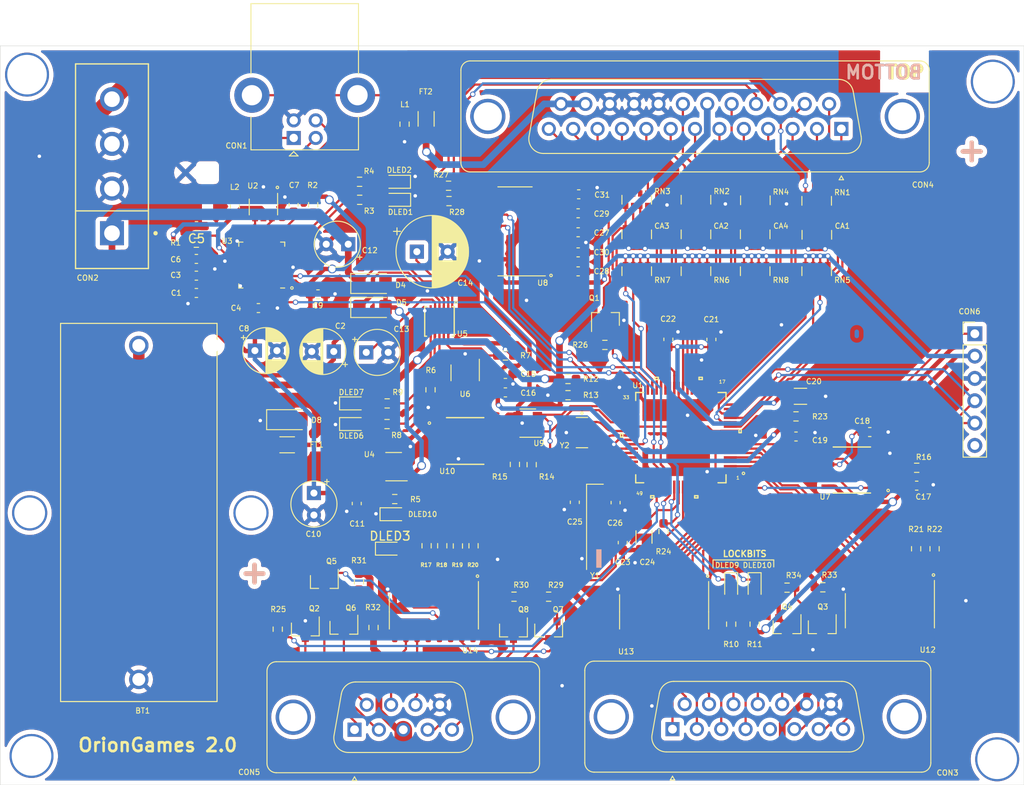
<source format=kicad_pcb>
(kicad_pcb (version 20211014) (generator pcbnew)
  (layers (0 "F.Cu" signal "cobre frontal") (31 "B.Cu" signal "Cobre traseira") (34 "B.Paste" user "Pasta traseira") (35 "F.Paste" user "Pasta frontal") (36 "B.SilkS" user "B.Silkscreen") (37 "F.SilkS" user "F.Silkscreen") (38 "B.Mask" user "Máscara traseira") (39 "F.Mask" user "Máscara frontal") (44 "Edge.Cuts" user "Cortes contorno"))
  (net 0 "")
  (net 1 "0")
  (net 2 "Net-(BT1-Pad1)")
  (net 3 "Net-(C1-Pad1)")
  (net 4 "Net-(C4-Pad1)")
  (net 5 "Net-(C5-Pad1)")
  (net 6 "VDDD")
  (net 7 "Net-(C13-Pad1)")
  (net 8 "Net-(C14-Pad1)")
  (net 9 "+3.3VP")
  (net 10 "Net-(C18-Pad1)")
  (net 11 "RESET")
  (net 12 "Net-(C23-Pad1)")
  (net 13 "Net-(C25-Pad1)")
  (net 14 "Net-(C26-Pad1)")
  (net 15 "Net-(C27-Pad2)")
  (net 16 "Net-(C27-Pad1)")
  (net 17 "Net-(C29-Pad1)")
  (net 18 "Net-(C30-Pad1)")
  (net 19 "K2")
  (net 20 "K1")
  (net 21 "K3")
  (net 22 "K6")
  (net 23 "K5")
  (net 24 "K7")
  (net 25 "K4")
  (net 26 "KA")
  (net 27 "K9")
  (net 28 "KB")
  (net 29 "K8")
  (net 30 "KD")
  (net 31 "KC")
  (net 32 "KE")
  (net 33 "NOTE")
  (net 34 "LED2")
  (net 35 "LED3")
  (net 36 "+12V")
  (net 37 "COUT")
  (net 38 "CIN")
  (net 39 "+5V")
  (net 40 "INIB")
  (net 41 "COUT2")
  (net 42 "CIN2")
  (net 43 "COUT1")
  (net 44 "CIN1")
  (net 45 "PRINT_IMP")
  (net 46 "PGED2")
  (net 47 "PGEC2")
  (net 48 "PIN-INIB")
  (net 49 "PIN-PRINT")
  (net 50 "Net-(Q3-Pad1)")
  (net 51 "Net-(Q4-Pad1)")
  (net 52 "Net-(Q5-Pad1)")
  (net 53 "Net-(Q6-Pad1)")
  (net 54 "Net-(Q7-Pad1)")
  (net 55 "Net-(Q8-Pad1)")
  (net 56 "Net-(R6-Pad2)")
  (net 57 "PIN-SCL")
  (net 58 "PIN-SDA")
  (net 59 "Net-(R16-Pad2)")
  (net 60 "PIN-CIN")
  (net 61 "PIN-COUT")
  (net 62 "PIN-CIN1")
  (net 63 "Net-(R19-Pad1)")
  (net 64 "PIN-COUT1")
  (net 65 "Net-(R20-Pad1)")
  (net 66 "PIN-CIN2")
  (net 67 "PIN-COUT2")
  (net 68 "Net-(R24-Pad1)")
  (net 69 "PIN-PWRMODE")
  (net 70 "PIN-S4")
  (net 71 "PIN-S3")
  (net 72 "PIN-S2")
  (net 73 "PIN-S1")
  (net 74 "PIN-S0")
  (net 75 "PIN-S9")
  (net 76 "PIN-S8")
  (net 77 "PIN-S11")
  (net 78 "PIN-S10")
  (net 79 "Net-(U1-Pad40)")
  (net 80 "Net-(U1-Pad39)")
  (net 81 "Net-(U1-Pad34)")
  (net 82 "Net-(U1-Pad33)")
  (net 83 "TXA")
  (net 84 "RXA")
  (net 85 "Net-(U1-Pad8)")
  (net 86 "Net-(U1-Pad6)")
  (net 87 "Net-(U1-Pad5)")
  (net 88 "PIN-S7")
  (net 89 "PIN-S6")
  (net 90 "PIN-S5")
  (net 123 "K0")
  (net 124 "Net-(U2-Pad6)")
  (net 125 "Net-(U2-Pad4)")
  (net 126 "Net-(C31-Pad1)")
  (net 127 "K_0")
  (net 128 "K_1")
  (net 129 "NOTE_")
  (net 130 "K_C")
  (net 131 "K_D")
  (net 132 "K_5")
  (net 133 "K_6")
  (net 134 "K_7")
  (net 135 "K_8")
  (net 136 "K_9")
  (net 137 "K_A")
  (net 138 "K_B")
  (net 139 "K_2")
  (net 140 "K_3")
  (net 141 "K_E")
  (net 142 "K_4")
  (net 143 "RXP_")
  (net 144 "TXP_")
  (net 145 "Net-(C29-Pad2)")
  (net 146 "Net-(R3-Pad2)")
  (net 147 "Net-(R4-Pad2)")
  (net 148 "Net-(R7-Pad1)")
  (net 149 "Net-(R17-Pad1)")
  (net 150 "Net-(R18-Pad1)")
  (net 151 "Net-(D4-Pad2)")
  (net 152 "Net-(DLED1-Pad2)")
  (net 153 "Net-(DLED2-Pad2)")
  (net 154 "Net-(DLED3-Pad2)")
  (net 155 "Net-(DLED6-Pad2)")
  (net 156 "Net-(DLED7-Pad2)")
  (net 157 "Net-(DLED9-Pad2)")
  (net 158 "Net-(DLED10-Pad2)")
  (net 159 "Net-(CON1-Pad5)")
  (net 160 "Net-(CON1-Pad3)")
  (net 161 "Net-(CON1-Pad2)")
  (net 162 "Net-(CON1-Pad1)")
  (net 163 "Net-(CON3-Pad11)")
  (net 164 "Net-(CON3-Pad10)")
  (net 165 "Net-(CON3-Pad9)")
  (net 166 "Net-(CON3-Pad8)")
  (net 167 "Net-(CON3-Pad7)")
  (net 168 "Net-(CON3-Pad6)")
  (net 170 "Net-(CON3-Pad4)")
  (net 171 "Net-(CON3-Pad3)")
  (net 172 "Net-(CON3-Pad2)")
  (net 173 "Net-(CON3-Pad1)")
  (net 174 "Net-(CON4-Pad24)")
  (net 175 "Net-(CON4-Pad17)")
  (net 176 "Net-(CON4-Pad16)")
  (net 177 "Net-(CON5-Pad8)")
  (net 178 "Net-(CON5-Pad7)")
  (net 180 "Net-(C6-Pad1)")
  (net 181 "Net-(C7-Pad1)")
  (net 182 "Net-(R8-Pad2)")
  (net 183 "Net-(R9-Pad1)")
  (net 184 "Net-(Q1-Pad1)")
  (net 185 "Net-(Q2-Pad1)")
  (net 188 "GND")
  (footprint "Capacitor_SMD:C_0603_1608Metric_Pad1.08x0.95mm_HandSolder" (layer "F.Cu") (at 92.3925 55.626 180)
    (fp_text reference "C3")
    (fp_text value "0,1uF")
  )
  (footprint "Capacitor_SMD:C_0603_1608Metric_Pad1.08x0.95mm_HandSolder" (layer "F.Cu") (at 92.3925 53.721)
    (fp_text reference "C6")
    (fp_text value "100nF")
  )
  (footprint "Capacitor_SMD:C_0603_1608Metric_Pad1.08x0.95mm_HandSolder" (layer "F.Cu") (at 103.441 47.5615 90)
    (fp_text reference "C7")
    (fp_text value "100nF")
  )
  (footprint "Capacitor_SMD:C_0603_1608Metric_Pad1.08x0.95mm_HandSolder" (layer "F.Cu") (at 110.617 81.534 -90)
    (fp_text reference "C11")
    (fp_text value "100nF")
  )
  (footprint "Capacitor_SMD:C_0603_1608Metric_Pad1.08x0.95mm_HandSolder" (layer "F.Cu") (at 127.508 66.802)
    (fp_text reference "C15")
    (fp_text value "100nF")
  )
  (footprint "Capacitor_SMD:C_0603_1608Metric_Pad1.08x0.95mm_HandSolder" (layer "F.Cu") (at 127.508 68.8975)
    (fp_text reference "C16")
    (fp_text value "100nF")
  )
  (footprint "Capacitor_SMD:C_0603_1608Metric_Pad1.08x0.95mm_HandSolder" (layer "F.Cu") (at 174.244 79.502)
    (fp_text reference "C17")
    (fp_text value "100nF")
  )
  (footprint "Capacitor_SMD:C_0603_1608Metric_Pad1.08x0.95mm_HandSolder" (layer "F.Cu") (at 168.91 73.406)
    (fp_text reference "C18")
    (fp_text value "47pF")
  )
  (footprint "Capacitor_SMD:C_0603_1608Metric_Pad1.08x0.95mm_HandSolder" (layer "F.Cu") (at 160.528 73.914)
    (fp_text reference "C19")
    (fp_text value "1nF")
  )
  (footprint "Capacitor_SMD:C_1206_3216Metric" (layer "F.Cu") (at 161.036 69.342)
    (fp_text reference "C20")
    (fp_text value "10UfX6V-Tan")
  )
  (footprint "Capacitor_SMD:C_0603_1608Metric_Pad1.08x0.95mm_HandSolder" (layer "F.Cu") (at 150.9141 62.8777 90)
    (fp_text reference "C21")
    (fp_text value "100nF")
  )
  (footprint "Capacitor_SMD:C_0603_1608Metric_Pad1.08x0.95mm_HandSolder" (layer "F.Cu") (at 146.0246 62.865 90)
    (fp_text reference "C22")
    (fp_text value "100nF")
  )
  (footprint "Capacitor_SMD:C_1206_3216Metric" (layer "F.Cu") (at 143.256 85.344 -90)
    (fp_text reference "C24")
    (fp_text value "10uFx6V-Tan")
  )
  (footprint "Capacitor_SMD:C_0603_1608Metric_Pad1.08x0.95mm_HandSolder" (layer "F.Cu") (at 135.3947 81.3943 -90)
    (fp_text reference "C25")
    (fp_text value "12pF")
  )
  (footprint "Capacitor_SMD:C_0603_1608Metric_Pad1.08x0.95mm_HandSolder" (layer "F.Cu") (at 140.0307 81.4324 -90)
    (fp_text reference "C26")
    (fp_text value "12pF")
  )
  (footprint "Resistor_SMD:R_Array_Convex_4x0612" (layer "F.Cu") (at 162.897 50.9778 -90)
    (fp_text reference "CA1")
    (fp_text value "100nF")
  )
  (footprint "Resistor_SMD:R_Array_Convex_4x0612" (layer "F.Cu") (at 142.43 50.927 -90)
    (fp_text reference "CA3")
    (fp_text value "Array_Cap")
  )
  (footprint "LED_SMD:LED_0603_1608Metric_Pad1.05x0.95mm_HandSolder" (layer "F.Cu") (at 115.0645 44.95 180)
    (fp_text reference "DLED2")
    (fp_text value "RED")
  )
  (footprint "Diode_SMD:D_1206_3216Metric_Pad1.42x1.75mm_HandSolder" (layer "F.Cu") (at 112.395 56.515)
    (fp_text reference "D4")
    (fp_text value "DIODE")
  )
  (footprint "Diode_SMD:D_1206_3216Metric_Pad1.42x1.75mm_HandSolder" (layer "F.Cu") (at 112.395 59.2455)
    (fp_text reference "D5")
    (fp_text value "DIODE")
  )
  (footprint "LED_SMD:LED_0603_1608Metric_Pad1.05x0.95mm_HandSolder" (layer "F.Cu") (at 110.325 72.5)
    (fp_text reference "DLED6")
    (fp_text value "GREEN")
  )
  (footprint "Diode_SMD:D_1206_3216Metric_Pad1.42x1.75mm_HandSolder" (layer "F.Cu") (at 102.8375 72)
    (fp_text reference "D8")
    (fp_text value "DIODE")
  )
  (footprint "LED_SMD:LED_0603_1608Metric_Pad1.05x0.95mm_HandSolder" (layer "F.Cu") (at 153.162 91.059 -90)
    (fp_text reference "DLED9")
    (fp_text value "RED")
  )
  (footprint "LED_SMD:LED_0603_1608Metric_Pad1.05x0.95mm_HandSolder" (layer "F.Cu") (at 155.829 91.059 -90)
    (fp_text reference "DLED10")
    (fp_text value "GREEN")
  )
  (footprint "Inductor_SMD:L_1206_3216Metric" (layer "F.Cu") (at 102.7105 74.8575 180)
    (fp_text reference "FT1")
    (fp_text value "Fusistor")
  )
  (footprint "Inductor_SMD:L_1206_3216Metric" (layer "F.Cu") (at 118.5 37.8 -90)
    (fp_text reference "FT2")
    (fp_text value "Fusistor")
  )
  (footprint "Connector_Dsub:DSUB-25_Male_Vertical_P2.77x2.84mm_MountingHoles" (layer "F.Cu") (at 165.6808 38.9382 180)
    (fp_text reference "CON4")
    (fp_text value " ")
  )
  (footprint "Connector_PinHeader_2.54mm:PinHeader_1x06_P2.54mm_Vertical" (layer "F.Cu") (at 180.848 62.23)
    (fp_text reference "CON6")
    (fp_text value "Conn_01x06")
  )
  (footprint "Package_TO_SOT_SMD:SOT-23" (layer "F.Cu") (at 138.877 60.579 90)
    (fp_text reference "Q1")
    (fp_text value "BC817")
  )
  (footprint "Package_TO_SOT_SMD:SOT-23" (layer "F.Cu") (at 106.934 90.424 -90)
    (fp_text reference "Q5")
    (fp_text value "BSS84")
  )
  (footprint "Package_TO_SOT_SMD:SOT-23" (layer "F.Cu") (at 109.156 95.631 -90)
    (fp_text reference "Q6")
    (fp_text value "BSS84")
  )
  (footprint "Package_TO_SOT_SMD:SOT-23" (layer "F.Cu") (at 128.4244 95.9358 -90)
    (fp_text reference "Q8")
    (fp_text value "BSS84")
  )
  (footprint "Resistor_SMD:R_0603_1608Metric_Pad0.98x0.95mm_HandSolder" (layer "F.Cu") (at 105.664 47.5615 -90)
    (fp_text reference "R2")
    (fp_text value "2,2K")
  )
  (footprint "Resistor_SMD:R_0603_1608Metric_Pad0.98x0.95mm_HandSolder" (layer "F.Cu") (at 110.9375 44.95 180)
    (fp_text reference "R4")
    (fp_text value "470R")
  )
  (footprint "Resistor_SMD:R_0603_1608Metric_Pad0.98x0.95mm_HandSolder" (layer "F.Cu") (at 114.935 81.026)
    (fp_text reference "R5")
    (fp_text value "470R")
  )
  (footprint "Resistor_SMD:R_0603_1608Metric_Pad0.98x0.95mm_HandSolder" (layer "F.Cu") (at 118.999 68.6035 90)
    (fp_text reference "R6")
    (fp_text value "10k")
  )
  (footprint "Resistor_SMD:R_0603_1608Metric_Pad0.98x0.95mm_HandSolder" (layer "F.Cu") (at 127.508 64.7065)
    (fp_text reference "R7")
    (fp_text value "10k")
  )
  (footprint "Resistor_SMD:R_0603_1608Metric_Pad0.98x0.95mm_HandSolder" (layer "F.Cu") (at 114.0588 72.5)
    (fp_text reference "R8")
    (fp_text value "470")
  )
  (footprint "Resistor_SMD:R_0603_1608Metric_Pad0.98x0.95mm_HandSolder" (layer "F.Cu") (at 114.072 70.15 180)
    (fp_text reference "R9")
    (fp_text value "470")
  )
  (footprint "Resistor_SMD:R_0603_1608Metric_Pad0.98x0.95mm_HandSolder" (layer "F.Cu") (at 174.244 77.47 180)
    (fp_text reference "R16")
    (fp_text value "22k")
  )
  (footprint "Resistor_SMD:R_0603_1608Metric_Pad0.98x0.95mm_HandSolder" (layer "F.Cu") (at 118.554 86.3365 -90)
    (fp_text reference "R17")
    (fp_text value "22K")
  )
  (footprint "Resistor_SMD:R_0603_1608Metric_Pad0.98x0.95mm_HandSolder" (layer "F.Cu") (at 120.332 86.3365 -90)
    (fp_text reference "R18")
    (fp_text value "22K")
  )
  (footprint "Resistor_SMD:R_0603_1608Metric_Pad0.98x0.95mm_HandSolder" (layer "F.Cu") (at 122.11 86.36 -90)
    (fp_text reference "R19")
    (fp_text value "22K")
  )
  (footprint "Resistor_SMD:R_0603_1608Metric_Pad0.98x0.95mm_HandSolder" (layer "F.Cu") (at 123.888 86.3365 -90)
    (fp_text reference "R20")
    (fp_text value "22K")
  )
  (footprint "Resistor_SMD:R_0603_1608Metric_Pad0.98x0.95mm_HandSolder" (layer "F.Cu") (at 160.528 71.628)
    (fp_text reference "R23")
    (fp_text value "22k")
  )
  (footprint "Resistor_SMD:R_0603_1608Metric_Pad0.98x0.95mm_HandSolder" (layer "F.Cu") (at 145.4785 84.709 90)
    (fp_text reference "R24")
    (fp_text value "22k")
  )
  (footprint "Resistor_SMD:R_0603_1608Metric_Pad0.98x0.95mm_HandSolder" (layer "F.Cu") (at 153.162 95.25 90)
    (fp_text reference "R10")
    (fp_text value "470R")
  )
  (footprint "Resistor_SMD:R_0603_1608Metric_Pad0.98x0.95mm_HandSolder" (layer "F.Cu") (at 155.829 95.25 90)
    (fp_text reference "R11")
    (fp_text value "470R")
  )
  (footprint "Resistor_SMD:R_0603_1608Metric_Pad0.98x0.95mm_HandSolder" (layer "F.Cu") (at 134.62 67.3735 180)
    (fp_text reference "R12")
    (fp_text value "1K8")
  )
  (footprint "Resistor_SMD:R_0603_1608Metric_Pad0.98x0.95mm_HandSolder" (layer "F.Cu") (at 134.62 69.215)
    (fp_text reference "R13")
    (fp_text value "3K3")
  )
  (footprint "Resistor_SMD:R_0603_1608Metric_Pad0.98x0.95mm_HandSolder" (layer "F.Cu") (at 138.811 63.5)
    (fp_text reference "R26")
    (fp_text value "10K")
  )
  (footprint "Resistor_SMD:R_0603_1608Metric_Pad0.98x0.95mm_HandSolder" (layer "F.Cu") (at 128.4864 92.1258)
    (fp_text reference "R30")
    (fp_text value "1K")
  )
  (footprint "Resistor_SMD:R_0603_1608Metric_Pad0.98x0.95mm_HandSolder" (layer "F.Cu") (at 110.871 90.424 -90)
    (fp_text reference "R31")
    (fp_text value "1K")
  )
  (footprint "Resistor_SMD:R_Array_Convex_4x0612" (layer "F.Cu") (at 162.878 47.117 -90)
    (fp_text reference "RN1")
    (fp_text value "1K")
  )
  (footprint "Resistor_SMD:R_Array_Convex_4x0612" (layer "F.Cu") (at 149.162 46.99 -90)
    (fp_text reference "RN2")
    (fp_text value "R_Pack04")
  )
  (footprint "Resistor_SMD:R_Array_Convex_4x0612" (layer "F.Cu") (at 142.43 46.99 -90)
    (fp_text reference "RN3")
    (fp_text value "R_Pack04")
  )
  (footprint "Resistor_SMD:R_Array_Convex_4x0612" (layer "F.Cu") (at 162.878 55.118 -90)
    (fp_text reference "RN5")
    (fp_text value "12K")
  )
  (footprint "Resistor_SMD:R_Array_Convex_4x0612" (layer "F.Cu") (at 149.162 55.118 -90)
    (fp_text reference "RN6")
    (fp_text value "R_Pack04")
  )
  (footprint "Resistor_SMD:R_Array_Convex_4x0612" (layer "F.Cu") (at 142.43 55.118 -90)
    (fp_text reference "RN7")
    (fp_text value "R_Pack04")
  )
  (footprint "3:PIC24HJ64GP206-I&slash_PT" (layer "F.Cu") (at 147.447 74.041 180)
    (fp_text reference "U1")
    (fp_text value "PIC24HJ64GP206-I_PT" hide)
  )
  (footprint "Package_TO_SOT_SMD:SOT-23-6" (layer "F.Cu") (at 100.0125 47.8155 -90)
    (fp_text reference "U2")
    (fp_text value "USBLC6-2SC6")
  )
  (footprint "Package_DFN_QFN:QFN-32-1EP_5x5mm_P0.5mm_EP3.45x3.45mm" (layer "F.Cu") (at 99.822 54.4195 180)
    (fp_text reference "U3")
    (fp_text value "CY7C65215-32LTXI")
  )
  (footprint "2:LM3658SD" (layer "F.Cu") (at 120.015 60.833 -90)
    (fp_text reference "U5")
    (fp_text value "LM3658SD" hide)
  )
  (footprint "Package_TO_SOT_SMD:SOT-23-5" (layer "F.Cu") (at 122.936 66.675 -90)
    (fp_text reference "U6")
    (fp_text value "TPS7A0533PDBV")
  )
  (footprint "4:FM25V10-GTR" (layer "F.Cu") (at 166.878 77.724 180)
    (fp_text reference "U7")
    (fp_text value "FM25V10-GTR" hide)
  )
  (footprint "Package_TO_SOT_SMD:SOT-23-5" (layer "F.Cu") (at 130.048 72.39 180)
    (fp_text reference "U9")
    (fp_text value "24AA02-OT")
  )
  (footprint "Package_SO:SOIC-16_3.9x9.9mm_P1.27mm" (layer "F.Cu") (at 171.196 93.726 -90)
    (fp_text reference "U12")
    (fp_text value "ULN2003")
  )
  (footprint "Package_SO:SOIC-16_3.9x9.9mm_P1.27mm" (layer "F.Cu") (at 145.542 93.853 -90)
    (fp_text reference "U13")
    (fp_text value "ULN2003")
  )
  (footprint "Package_SO:SOIC-16_3.9x9.9mm_P1.27mm" (layer "F.Cu") (at 119.38 93.853 -90)
    (fp_text reference "U14")
    (fp_text value "ULN2003")
  )
  (footprint "Crystal:Crystal_SMD_SeikoEpson_MC146-4Pin_6.7x1.5mm_HandSoldering" (layer "F.Cu") (at 137.6807 84.1883 -90)
    (fp_text reference "Y1")
    (fp_text value "Crystal_GND2_Small")
  )
  (footprint "CSTNE20M0VH3C000R0:OSC_CSTNE20M0VH3C000R0" (layer "F.Cu") (at 136.208 73.4695 -90)
    (fp_text reference "Y2")
    (fp_text value "Crystal_GND2_Small" hide)
  )
  (footprint "Resistor_SMD:R_0603_1608Metric_Pad0.98x0.95mm_HandSolder" (layer "F.Cu") (at 112.522 95.631 90)
    (fp_text reference "R32")
    (fp_text value "1K")
  )
  (footprint "Resistor_SMD:R_0603_1608Metric_Pad0.98x0.95mm_HandSolder" (layer "F.Cu") (at 132.4224 92.1258)
    (fp_text reference "R29")
    (fp_text value "1K")
  )
  (footprint "Package_TO_SOT_SMD:SOT-23" (layer "F.Cu") (at 132.4224 95.9358 -90)
    (fp_text reference "Q7")
    (fp_text value "BSS84")
  )
  (footprint "Package_TO_SOT_SMD:SOT-23" (layer "F.Cu") (at 159.512 95.5675 -90)
    (fp_text reference "Q4")
    (fp_text value "BSS84")
  )
  (footprint "Resistor_SMD:R_0603_1608Metric_Pad0.98x0.95mm_HandSolder" (layer "F.Cu") (at 159.5125 91.1)
    (fp_text reference "R34")
    (fp_text value "1K")
  )
  (footprint "Resistor_SMD:R_0603_1608Metric_Pad0.98x0.95mm_HandSolder" (layer "F.Cu") (at 163.576 91.059)
    (fp_text reference "R33")
    (fp_text value "1K")
  )
  (footprint "Package_TO_SOT_SMD:SOT-23" (layer "F.Cu") (at 163.512 95.5675 -90)
    (fp_text reference "Q3")
    (fp_text value "BSS84")
  )
  (footprint "Resistor_SMD:R_0603_1608Metric_Pad0.98x0.95mm_HandSolder" (layer "F.Cu") (at 174.18 86.6775 -90)
    (fp_text reference "R21")
    (fp_text value "22K")
  )
  (footprint "1:ATSHA204A-SSHDA-B" (layer "F.Cu") (at 122.936 74.422)
    (fp_text reference "U10")
    (fp_text value "ATSHA204A-SSHDA-B" hide)
  )
  (footprint "Resistor_SMD:R_0603_1608Metric_Pad0.98x0.95mm_HandSolder" (layer "F.Cu") (at 130.4925 77.115 90)
    (fp_text reference "R14")
    (fp_text value "1K")
  )
  (footprint "Resistor_SMD:R_0603_1608Metric_Pad0.98x0.95mm_HandSolder" (layer "F.Cu") (at 128.5875 77.089 90)
    (fp_text reference "R15")
    (fp_text value "1K")
  )
  (footprint "Connector_Dsub:DSUB-9_Female_Vertical_P2.77x2.84mm_MountingHoles" (layer "F.Cu") (at 110.363 107.252 180)
    (fp_text reference "CON5")
    (fp_text value "Conn_01x09")
  )
  (footprint "Capacitor_SMD:C_0603_1608Metric_Pad1.08x0.95mm_HandSolder" (layer "F.Cu") (at 92.3925 57.5945 180)
    (fp_text reference "C1")
    (fp_text value "100nF")
  )
  (footprint "LED_SMD:LED_0603_1608Metric_Pad1.05x0.95mm_HandSolder" (layer "F.Cu") (at 115.077 47 180)
    (fp_text reference "DLED1")
    (fp_text value "RED")
  )
  (footprint "Resistor_SMD:R_0603_1608Metric_Pad0.98x0.95mm_HandSolder" (layer "F.Cu") (at 110.95 47 180)
    (fp_text reference "R3")
    (fp_text value "470R")
  )
  (footprint "Capacitor_SMD:C_0603_1608Metric_Pad1.08x0.95mm_HandSolder" (layer "F.Cu") (at 99.441 59.309)
    (fp_text reference "C4")
    (fp_text value "2,2nF")
  )
  (footprint "Capacitor_SMD:C_0603_1608Metric_Pad1.08x0.95mm_HandSolder" (layer "F.Cu") (at 106.2125 57.75)
    (fp_text reference "C9")
    (fp_text value "0,1uF")
  )
  (footprint "Package_TO_SOT_SMD:SOT-23-5" (layer "F.Cu") (at 114.808 77.343 180)
    (fp_text reference "U4")
    (fp_text value "TPS7A0533PDBV")
  )
  (footprint "Capacitor_SMD:C_0603_1608Metric_Pad1.08x0.95mm_HandSolder" (layer "F.Cu") (at 140.843 85.979 -90)
    (fp_text reference "C23")
    (fp_text value "100nF")
  )
  (footprint "Package_SO:SOIC-16_3.9x9.9mm_P1.27mm" (layer "F.Cu") (at 128.59985 50.59015 180)
    (fp_text reference "U8")
    (fp_text value "MAX3232")
  )
  (footprint "Capacitor_SMD:C_0603_1608Metric_Pad1.08x0.95mm_HandSolder" (layer "F.Cu") (at 135.77485 50.69175)
    (fp_text reference "C27")
    (fp_text value "100nF")
  )
  (footprint "Capacitor_SMD:C_0603_1608Metric_Pad1.08x0.95mm_HandSolder" (layer "F.Cu") (at 135.77485 52.97775)
    (fp_text reference "C30")
    (fp_text value "100nF")
  )
  (footprint "Capacitor_SMD:C_0603_1608Metric_Pad1.08x0.95mm_HandSolder" (layer "F.Cu") (at 135.83785 46.37375)
    (fp_text reference "C31")
    (fp_text value "100nF" hide)
  )
  (footprint "Resistor_SMD:R_0603_1608Metric_Pad0.98x0.95mm_HandSolder" (layer "F.Cu") (at 121.1 47.146)
    (fp_text reference "R28")
    (fp_text value "33R")
  )
  (footprint "Capacitor_SMD:C_0603_1608Metric_Pad1.08x0.95mm_HandSolder" (layer "F.Cu") (at 135.77485 55.13675)
    (fp_text reference "C28")
    (fp_text value "100nF")
  )
  (footprint "Capacitor_SMD:C_0603_1608Metric_Pad1.08x0.95mm_HandSolder" (layer "F.Cu") (at 135.77485 48.53275 180)
    (fp_text reference "C29")
    (fp_text value "100nF" hide)
  )
  (footprint "Resistor_SMD:R_0603_1608Metric_Pad0.98x0.95mm_HandSolder" (layer "F.Cu") (at 121.05 45.4)
    (fp_text reference "R27")
    (fp_text value "33R")
  )
  (footprint "LED_SMD:LED_0603_1608Metric_Pad1.05x0.95mm_HandSolder" (layer "F.Cu") (at 110.325 70.15)
    (fp_text reference "DLED7")
    (fp_text value "GREEN")
  )
  (footprint "Resistor_SMD:R_0603_1608Metric_Pad0.98x0.95mm_HandSolder" (layer "F.Cu") (at 116.05 38.4 90)
    (fp_text reference "L1")
    (fp_text value "INDUCTOR")
  )
  (footprint "Resistor_SMD:R_0603_1608Metric_Pad0.98x0.95mm_HandSolder" (layer "F.Cu") (at 176.276 86.6775 -90)
    (fp_text reference "R22")
    (fp_text value "22K")
  )
  (footprint "Resistor_SMD:R_Array_Convex_4x0612" (layer "F.Cu") (at 155.892 50.927 -90)
    (fp_text reference "CA4")
    (fp_text value "Array_Cap")
  )
  (footprint "Resistor_SMD:R_Array_Convex_4x0612" (layer "F.Cu") (at 155.912 47.052 -90)
    (fp_text reference "RN4")
    (fp_text value "R_Pack04")
  )
  (footprint "Resistor_SMD:R_Array_Convex_4x0612" (layer "F.Cu") (at 155.892 55.118 -90)
    (fp_text reference "RN8")
    (fp_text value "R_Pack04")
  )
  (footprint "6:Molex-0015244449-0" (layer "F.Cu") (at 82.804 43.18 90)
    (fp_text reference "CON2")
    (fp_text value " " hide)
  )
  (footprint "Resistor_SMD:R_0603_1608Metric_Pad0.98x0.95mm_HandSolder" (layer "F.Cu") (at 92.3925 51.8795 180)
    (fp_text reference "R1")
    (fp_text value "2,2K")
  )
  (footprint "Inductor_SMD:L_0603_1608Metric_Pad1.05x0.95mm_HandSolder" (layer "F.Cu") (at 96.774 47.752 -90)
    (fp_text reference "L2")
    (fp_text value "INDUCTOR")
  )
  (footprint "Connector_USB:USB_B_Lumberg_2411_02_Horizontal" (layer "F.Cu") (at 103.4542 39.9669 90)
    (fp_text reference "CON1")
    (fp_text value "USB_B")
  )
  (footprint "Package_TO_SOT_SMD:SOT-23" (layer "F.Cu") (at 104.775 95.8215 -90)
    (fp_text reference "Q2")
    (fp_text value "BC817")
  )
  (footprint "Connector_Dsub:DSUB-15_Female_Vertical_P2.77x2.84mm_MountingHoles" (layer "F.Cu") (at 146.494 107.188 180)
    (fp_text reference "CON3")
    (fp_text value "Conn_01x15")
  )
  (footprint "Capacitor_THT:CP_Radial_D5.0mm_P2.50mm" (layer "F.Cu") (at 108.005113 64.25 180)
    (fp_text reference "C2")
    (fp_text value "4,7uF")
  )
  (footprint "Capacitor_SMD:C_0603_1608Metric_Pad1.08x0.95mm_HandSolder" (layer "F.Cu") (at 92.4052 49.9872 180)
    (fp_text reference "C5")
    (fp_text value "1uF")
  )
  (footprint "Capacitor_THT:CP_Radial_D5.0mm_P2.50mm" (layer "F.Cu") (at 99.044888 64.15)
    (fp_text reference "C8")
    (fp_text value "4,7uF")
  )
  (footprint "Capacitor_THT:CP_Radial_Tantal_D5.0mm_P2.50mm" (layer "F.Cu") (at 105.75 80.344888 -90)
    (fp_text reference "C10")
    (fp_text value "220uFx16V")
  )
  (footprint "Capacitor_THT:CP_Radial_Tantal_D5.0mm_P2.50mm" (layer "F.Cu") (at 109.65 52.05 180)
    (fp_text reference "C12")
    (fp_text value "1uF")
  )
  (footprint "Capacitor_THT:CP_Radial_Tantal_D5.0mm_P2.50mm" (layer "F.Cu") (at 111.694888 64.35)
    (fp_text reference "C13")
    (fp_text value "1uF")
  )
  (footprint "Capacitor_THT:CP_Radial_D8.0mm_P3.50mm" (layer "F.Cu") (at 117.447349 52.9)
    (fp_text reference "C14")
    (fp_text value "470uFx16v")
  )
  (footprint "Resistor_SMD:R_Array_Convex_4x0612" (layer "F.Cu") (at 149.162 50.927 -90)
    (fp_text reference "CA2")
    (fp_text value "Array_Cap")
  )
  (footprint "BH123A:BAT_BH123A" (layer "F.Cu") (at 85.852 82.55 90)
    (fp_text reference "BT1")
    (fp_text value "Battery" hide)
  )
  (footprint "LED_SMD:LED_0603_1608Metric_Pad1.05x0.95mm_HandSolder" (layer "F.Cu") (at 114.9223 82.7532)
    (fp_text reference "DLED10")
    (fp_text value "GREEN")
  )
  (footprint "Resistor_SMD:R_0603_1608Metric_Pad0.98x0.95mm_HandSolder" (layer "F.Cu") (at 101.6381 95.8215 -90)
    (fp_text reference "R25")
    (fp_text value "10K")
  )
  (footprint "LED_SMD:LED_0603_1608Metric_Pad1.05x0.95mm_HandSolder" (layer "F.Cu") (at 114.4016 86.6648)
    (fp_text reference "DLED3")
    (fp_text value "BLUE")
  )
  (gr_line (start 180.5 40.5) (end 180.5 42.5) (layer "F.Cu") (width 0.5))
  (gr_line (start 181.5 41.5) (end 179.5 41.5) (layer "F.Cu") (width 0.5))
  (gr_line (start 99 88.5) (end 99 90.5) (layer "F.Cu") (width 0.5))
  (gr_line (start 74.6948 62.6364) (end 72.6948 62.6364) (layer "F.Cu") (width 0.5))
  (gr_line (start 73.6948 61.6364) (end 73.6948 63.6364) (layer "F.Cu") (width 0.5))
  (gr_line (start 74.5932 103.2256) (end 72.5932 103.2256) (layer "F.Cu") (width 0.5))
  (gr_line (start 100 89.5) (end 98 89.5) (layer "F.Cu") (width 0.5))
  (gr_line (start 180.5 40.5) (end 180.5 42.5) (layer "B.Cu") (width 0.5))
  (gr_line (start 99 88.5) (end 99 90.5) (layer "B.Cu") (width 0.5))
  (gr_line (start 100 89.5) (end 98 89.5) (layer "B.Cu") (width 0.5))
  (gr_line (start 181.5 41.5) (end 179.5 41.5) (layer "B.Cu") (width 0.5))
  (gr_line (start 181.5 41.5) (end 179.5 41.5) (layer "B.SilkS") (width 0.5))
  (gr_line (start 180.5 40.5) (end 180.5 42.5) (layer "B.SilkS") (width 0.5))
  (gr_line (start 100 89.5) (end 98 89.5) (layer "B.SilkS") (width 0.5))
  (gr_line (start 99 88.5) (end 99 90.5) (layer "B.SilkS") (width 0.5))
  (gr_circle (center 103.251 57.023) (end 103.124 56.9595) (layer "F.SilkS") (width 0.12) (fill none))
  (gr_circle (center 150.495 89.789) (end 150.368 89.7255) (layer "F.SilkS") (width 0.12) (fill none))
  (gr_circle (center 124.333 89.789) (end 124.206 89.7255) (layer "F.SilkS") (width 0.12) (fill none))
  (gr_circle (center 154.559 78.105) (end 154.432 78.0415) (layer "F.SilkS") (width 0.12) (fill none))
  (gr_circle (center 132.69199 55.6) (end 132.56499 55.5365) (layer "F.SilkS") (width 0.12) (fill none))
  (gr_circle (center 121.9 58.65) (end 121.773 58.5865) (layer "F.SilkS") (width 0.12) (fill none))
  (gr_circle (center 171 80.05) (end 170.873 79.9865) (layer "F.SilkS") (width 0.12) (fill none))
  (gr_circle (center 118.872 72.39) (end 118.745 72.3265) (layer "F.SilkS") (width 0.12) (fill none))
  (gr_line (start 99 88.5) (end 99 90.5) (layer "F.SilkS") (width 0.5))
  (gr_circle (center 176.149 89.662) (end 176.022 89.5985) (layer "F.SilkS") (width 0.12) (fill none))
  (gr_line (start 158 87.95) (end 158 88.75) (layer "F.SilkS") (width 0.12))
  (gr_line (start 180.5 40.5) (end 180.5 42.5) (layer "F.SilkS") (width 0.5))
  (gr_line (start 100 89.5) (end 98 89.5) (layer "F.SilkS") (width 0.5))
  (gr_circle (center 101.6 45.593) (end 101.473 45.5295) (layer "F.SilkS") (width 0.12) (fill none))
  (gr_line (start 151.1 87.95) (end 157.8 87.95) (layer "F.SilkS") (width 0.12))
  (gr_line (start 151.1 88.85) (end 151.1 87.95) (layer "F.SilkS") (width 0.12))
  (gr_line (start 181.5 41.5) (end 179.5 41.5) (layer "F.SilkS") (width 0.5))
  (gr_line (start 157.8 87.95) (end 158 87.95) (layer "F.SilkS") (width 0.12))
  (gr_line (start 186.436 113.538) (end 186.436 29.5) (layer "Edge.Cuts") (width 0.05))
  (gr_line (start 70.104 29.5) (end 70.104 113.538) (layer "Edge.Cuts") (width 0.05))
  (gr_line (start 186.436 29.5) (end 70.104 29.5) (layer "Edge.Cuts") (width 0.05))
  (gr_line (start 70.104 113.538) (end 186.436 113.538) (layer "Edge.Cuts") (width 0.05))
  (gr_text "OrionGames 2.0" (at 88 109) (layer "F.Cu") (effects (font (size 1.5 1.5) (thickness 0.3))))
  (gr_text "TOP" (at 173 32.5) (layer "F.Cu") (effects (font (size 1.5 1.5) (thickness 0.3))))
  (gr_text "BOTTOM" (at 170.5 32.5) (layer "B.Cu") (effects (font (size 1.5 1.5) (thickness 0.3)) (justify mirror)))
  (gr_text "BOTTOM" (at 170.5 32.5) (layer "B.SilkS") (effects (font (size 1.5 1.5) (thickness 0.3)) (justify mirror)))
  (gr_text "OrionGames 2.0" (at 88 109) (layer "F.SilkS") (effects (font (size 1.5 1.5) (thickness 0.3))))
  (gr_text "17" (at 152.146 67.691) (layer "F.SilkS") (effects (font (size 0.381 0.381) (thickness 0.0762))))
  (gr_text "LOCKBITS\n" (at 154.7 87.25) (layer "F.SilkS") (effects (font (size 0.7 0.7))))
  (gr_text "49" (at 142.748 80.391) (layer "F.SilkS") (effects (font (size 0.381 0.381) (thickness 0.0762))))
  (gr_text "33" (at 141.224 69.469) (layer "F.SilkS") (effects (font (size 0.381 0.381) (thickness 0.0762))))
  (gr_text "TOP" (at 173 32.5) (layer "F.SilkS") (effects (font (size 1.5 1.5) (thickness 0.3))))
  (gr_text "1" (at 153.924 78.613) (layer "F.SilkS") (effects (font (size 0.381 0.381) (thickness 0.0762))))
  (via (at 183.388 110.617) (size 5) (drill 4.5) (layers "F.Cu" "B.Cu") (net 0))
  (via (at 73.45 82.6) (size 4) (drill 3.5) (layers "F.Cu" "B.Cu") (net 0))
  (via (at 98.6 82.6) (size 4) (drill 3.5) (layers "F.Cu" "B.Cu") (net 0))
  (via (at 73.66 110.236) (size 5) (drill 4.5) (layers "F.Cu" "B.Cu") (net 0))
  (via (at 182.8927 33.5661) (size 5) (drill 4.5) (layers "F.Cu" "B.Cu") (net 0))
  (via (at 73.152 32.766) (size 5) (drill 4.5) (layers "F.Cu" "B.Cu") (net 0))
  (segment (start 167.4368 62.484) (end 167.4368 62.0014) (width 0.5) (layer "B.Cu") (net 0))
  (segment (start 100.0125 45.5295) (end 100.0125 45.5295) (width 0.25) (layer "F.Cu") (net 1))
  (segment (start 141.478 52.578) (end 141.478 52.578) (width 0.25) (layer "F.Cu") (net 1))
  (segment (start 143.383 52.578) (end 143.7 52.261) (width 0.25) (layer "F.Cu") (net 1))
  (segment (start 148.336 52.578) (end 148.209 52.578) (width 0.25) (layer "F.Cu") (net 1))
  (segment (start 150.114 52.578) (end 150.114 52.578) (width 0.25) (layer "F.Cu") (net 1))
  (segment (start 154.94 52.578) (end 154.94 52.578) (width 0.25) (layer "F.Cu") (net 1))
  (segment (start 156.845 52.578) (end 156.845 52.578) (width 0.25) (layer "F.Cu") (net 1))
  (segment (start 161.925 52.705) (end 161.925 52.705) (width 0.25) (layer "F.Cu") (net 1))
  (segment (start 163.83 52.705) (end 164.167 52.368) (width 0.25) (layer "F.Cu") (net 1))
  (segment (start 171.0055 73.406) (end 171.0055 73.406) (width 0.25) (layer "F.Cu") (net 1))
  (segment (start 171.196 75.819) (end 171.196 75.819) (width 0.25) (layer "F.Cu") (net 1))
  (segment (start 162.687 73.4695) (end 162.687 73.4695) (width 0.25) (layer "F.Cu") (net 1))
  (segment (start 129.413 72.39) (end 129.286 72.39) (width 0.25) (layer "F.Cu") (net 1))
  (segment (start 128.4205 64.7065) (end 128.4205 64.7065) (width 0.25) (layer "F.Cu") (net 1))
  (segment (start 142.24 88.265) (end 142.24 88.265) (width 0.25) (layer "F.Cu") (net 1))
  (segment (start 118.745 70.612) (end 118.745 70.612) (width 0.25) (layer "F.Cu") (net 1))
  (segment (start 140.97 60.706) (end 140.97 60.706) (width 0.25) (layer "F.Cu") (net 1))
  (segment (start 128.3705 67.7821) (end 128.3705 68.8975) (width 0.25) (layer "F.Cu") (net 1))
  (segment (start 104.7275 94.8215) (end 104.775 94.869) (width 0.25) (layer "F.Cu") (net 1))
  (segment (start 148.209 52.578) (end 147.892 52.261) (width 0.25) (layer "F.Cu") (net 1))
  (segment (start 117.094 76.937) (end 116.688 77.343) (width 0.25) (layer "F.Cu") (net 1))
  (segment (start 128.4205 64.7065) (end 128.2065 64.7065) (width 0.25) (layer "F.Cu") (net 1))
  (segment (start 136.2 87.8) (end 136.2117 87.7883) (width 0.25) (layer "F.Cu") (net 1))
  (segment (start 122.047 76.327) (end 122.174 76.454) (width 0.25) (layer "F.Cu") (net 1))
  (segment (start 107.075 57.75) (end 108.244 57.75) (width 0.25) (layer "F.Cu") (net 1))
  (segment (start 141.478 52.578) (end 142.113 52.578) (width 0.25) (layer "F.Cu") (net 1))
  (segment (start 138.1307 87.7883) (end 137.2307 87.7883) (width 0.25) (layer "F.Cu") (net 1))
  (segment (start 91.53 57.5945) (end 91.53 58.711) (width 0.25) (layer "F.Cu") (net 1))
  (segment (start 118.999 70.358) (end 118.745 70.612) (width 0.25) (layer "F.Cu") (net 1))
  (segment (start 108.25 70.15) (end 108.2 70.1) (width 0.25) (layer "F.Cu") (net 1))
  (segment (start 97.3845 56.797) (end 97.3845 56.1695) (width 0.25) (layer "F.Cu") (net 1))
  (segment (start 156.21 52.578) (end 156.845 52.578) (width 0.25) (layer "F.Cu") (net 1))
  (segment (start 157.162 52.261) (end 157.162 51.627) (width 0.25) (layer "F.Cu") (net 1))
  (segment (start 110.617 82.3965) (end 109.5005 82.3965) (width 0.25) (layer "F.Cu") (net 1))
  (segment (start 109.45 70.15) (end 108.25 70.15) (width 0.25) (layer "F.Cu") (net 1))
  (segment (start 156.292 51.627) (end 156.292 52.496) (width 0.25) (layer "F.Cu") (net 1))
  (segment (start 95.631 53.975) (end 95.8255 54.1695) (width 0.25) (layer "F.Cu") (net 1))
  (segment (start 140.097 61.579) (end 140.97 60.706) (width 0.25) (layer "F.Cu") (net 1))
  (segment (start 164.167 52.368) (end 164.167 51.6778) (width 0.25) (layer "F.Cu") (net 1))
  (segment (start 142.03 51.627) (end 142.03 52.495) (width 0.25) (layer "F.Cu") (net 1))
  (segment (start 162.497 51.6778) (end 162.497 52.642) (width 0.25) (layer "F.Cu") (net 1))
  (segment (start 118.345 59.6153) (end 118.7849 59.6153) (width 0.25) (layer "F.Cu") (net 1))
  (segment (start 143.383 52.578) (end 143.383 52.578) (width 0.25) (layer "F.Cu") (net 1))
  (segment (start 140.2792 91.2685) (end 140.9875 91.2685) (width 0.25) (layer "F.Cu") (net 1))
  (segment (start 142.748 52.578) (end 143.383 52.578) (width 0.25) (layer "F.Cu") (net 1))
  (segment (start 162.497 52.642) (end 162.56 52.705) (width 0.25) (layer "F.Cu") (net 1))
  (segment (start 126.12485 53.76515) (end 124.73485 53.76515) (width 0.25) (layer "F.Cu") (net 1))
  (segment (start 103.426 46.684) (end 103.441 46.699) (width 0.25) (layer "F.Cu") (net 1))
  (segment (start 116.713 75.057) (end 117.094 75.438) (width 0.25) (layer "F.Cu") (net 1))
  (segment (start 149.562 51.627) (end 149.562 52.534) (width 0.25) (layer "F.Cu") (net 1))
  (segment (start 95.8255 54.1695) (end 96.3335 54.1695) (width 0.25) (layer "F.Cu") (net 1))
  (segment (start 118.931511 57.360911) (end 119.96501 58.39441) (width 0.25) (layer "F.Cu") (net 1))
  (segment (start 141.16 51.627) (end 141.16 52.26) (width 0.25) (layer "F.Cu") (net 1))
  (segment (start 142.113 52.578) (end 142.748 52.578) (width 0.25) (layer "F.Cu") (net 1))
  (segment (start 162.257 69.342) (end 163.8935 69.342) (width 0.25) (layer "F.Cu") (net 1))
  (segment (start 114.8255 91.2685) (end 114.935 91.378) (width 0.25) (layer "F.Cu") (net 1))
  (segment (start 136.63735 52.97775) (end 136.63735 51.86265) (width 0.25) (layer "F.Cu") (net 1))
  (segment (start 136.63735 51.86265) (end 136.65 51.85) (width 0.25) (layer "F.Cu") (net 1))
  (segment (start 96.3335 54.1695) (end 97.3845 54.1695) (width 0.25) (layer "F.Cu") (net 1))
  (segment (start 169.60215 75.819) (end 171.196 75.819) (width 0.25) (layer "F.Cu") (net 1))
  (segment (start 162.56 52.705) (end 163.195 52.705) (width 0.25) (layer "F.Cu") (net 1))
  (segment (start 163.297 51.6778) (end 163.297 52.603) (width 0.25) (layer "F.Cu") (net 1))
  (segment (start 155.448 52.578) (end 156.21 52.578) (width 0.25) (layer "F.Cu") (net 1))
  (segment (start 109.5005 82.3965) (end 109.474 82.423) (width 0.25) (layer "F.Cu") (net 1))
  (segment (start 155.492 51.627) (end 155.492 52.534) (width 0.25) (layer "F.Cu") (net 1))
  (segment (start 154.622 51.627) (end 154.622 52.26) (width 0.25) (layer "F.Cu") (net 1))
  (segment (start 140.0307 82.2949) (end 141.0949 82.2949) (width 0.25) (layer "F.Cu") (net 1))
  (segment (start 150.9141 62.0152) (end 151.994708 62.0152) (width 0.25) (layer "F.Cu") (net 1))
  (segment (start 103.825 94.8215) (end 104.7275 94.8215) (width 0.25) (layer "F.Cu") (net 1))
  (segment (start 139.827 61.579) (end 140.097 61.579) (width 0.25) (layer "F.Cu") (net 1))
  (segment (start 149.562 52.534) (end 149.606 52.578) (width 0.25) (layer "F.Cu") (net 1))
  (segment (start 147.892 51.627) (end 147.892 52.261) (width 0.25) (layer "F.Cu") (net 1))
  (segment (start 161.627 52.407) (end 161.925 52.705) (width 0.25) (layer "F.Cu") (net 1))
  (segment (start 107.291 57.534) (end 107.075 57.75) (width 0.25) (layer "F.Cu") (net 1))
  (segment (start 154.622 52.26) (end 154.94 52.578) (width 0.25) (layer "F.Cu") (net 1))
  (segment (start 141.16 52.26) (end 141.478 52.578) (width 0.25) (layer "F.Cu") (net 1))
  (segment (start 102.2595 54.6695) (end 100.072 54.6695) (width 0.25) (layer "F.Cu") (net 1))
  (segment (start 118.7849 59.6153) (end 119.015 59.3852) (width 0.25) (layer "F.Cu") (net 1))
  (segment (start 115.9727 44.9085) (end 116.6852 44.9085) (width 0.25) (layer "F.Cu") (net 1))
  (segment (start 128.4205 64.5491) (end 128.4205 64.7065) (width 0.25) (layer "F.Cu") (net 1))
  (segment (start 120.015 59.3852) (end 120.015 58.4444) (width 0.25) (layer "F.Cu") (net 1))
  (segment (start 100.072 54.6695) (end 99.822 54.4195) (width 0.25) (layer "F.Cu") (net 1))
  (segment (start 128.3705 66.802) (end 128.3705 67.7821) (width 0.25) (layer "F.Cu") (net 1))
  (segment (start 136.63735 55.13675) (end 137.044856 55.13675) (width 0.25) (layer "F.Cu") (net 1))
  (segment (start 116.6852 44.9085) (end 117.2567 44.337) (width 0.25) (layer "F.Cu") (net 1))
  (segment (start 156.292 52.496) (end 156.21 52.578) (width 0.25) (layer "F.Cu") (net 1))
  (segment (start 166.7335 91.2685) (end 166.751 91.251) (width 0.25) (layer "F.Cu") (net 1))
  (segment (start 93.4772 53.9432) (end 93.255 53.721) (width 0.25) (layer "F.Cu") (net 1))
  (segment (start 100.0125 46.7155) (end 100.0125 45.5295) (width 0.25) (layer "F.Cu") (net 1))
  (segment (start 115.9852 46.9585) (end 116.8398 46.9585) (width 0.25) (layer "F.Cu") (net 1))
  (segment (start 150.432 51.627) (end 150.432 52.26) (width 0.25) (layer "F.Cu") (net 1))
  (segment (start 116.688 77.343) (end 115.908 77.343) (width 0.25) (layer "F.Cu") (net 1))
  (segment (start 93.345 53.721) (end 94.488 54.864) (width 0.25) (layer "F.Cu") (net 1))
  (segment (start 97.3845 52.6695) (end 97.3845 52.0455) (width 0.25) (layer "F.Cu") (net 1))
  (segment (start 97.3845 52.0455) (end 97.028 51.689) (width 0.25) (layer "F.Cu") (net 1))
  (segment (start 143.7 52.261) (end 143.7 51.627) (width 0.25) (layer "F.Cu") (net 1))
  (segment (start 161.627 51.6778) (end 161.627 52.407) (width 0.25) (layer "F.Cu") (net 1))
  (segment (start 150.432 52.26) (end 150.114 52.578) (width 0.25) (layer "F.Cu") (net 1))
  (segment (start 140.339 74.291) (end 139.827 74.803) (width 0.25) (layer "F.Cu") (net 1))
  (segment (start 165.9024 91.2685) (end 166.7335 91.2685) (width 0.25) (layer "F.Cu") (net 1))
  (segment (start 148.762 51.627) (end 148.762 52.496) (width 0.25) (layer "F.Cu") (net 1))
  (segment (start 149.261201 69.85) (end 147.574 69.85) (width 0.25) (layer "F.Cu") (net 1))
  (segment (start 117.094 75.438) (end 117.094 76.937) (width 0.25) (layer "F.Cu") (net 1))
  (segment (start 151.994708 62.0152) (end 152.0063 62.026792) (width 0.25) (layer "F.Cu") (net 1))
  (segment (start 91.3393 57.7852) (end 91.53 57.5945) (width 0.25) (layer "F.Cu") (net 1))
  (segment (start 134.237 82.2568) (end 134.2 82.2198) (width 0.25) (layer "F.Cu") (net 1))
  (segment (start 147.197 69.473) (end 147.574 69.85) (width 0.25) (layer "F.Cu") (net 1))
  (segment (start 140.9875 91.2685) (end 141.097 91.378) (width 0.25) (layer "F.Cu") (net 1))
  (segment (start 122.936 64.5184) (end 122.936 65.575) (width 0.25) (layer "F.Cu") (net 1))
  (segment (start 136.70035 46.37375) (end 137.17185 46.37375) (width 0.25) (layer "F.Cu") (net 1))
  (segment (start 142.24 87.835) (end 142.24 88.265) (width 0.25) (layer "F.Cu") (net 1))
  (segment (start 154.6185 73.791) (end 154.6225 73.787) (width 0.25) (layer "F.Cu") (net 1))
  (segment (start 141.8336 74.291) (end 140.339 74.291) (width 0.25) (layer "F.Cu") (net 1))
  (segment (start 148.762 52.496) (end 148.844 52.578) (width 0.25) (layer "F.Cu") (net 1))
  (segment (start 101.0998 59.309) (end 100.367 59.309) (width 0.25) (layer "F.Cu") (net 1))
  (segment (start 153.0604 73.791) (end 153.547 73.791) (width 0.25) (layer "F.Cu") (net 1))
  (segment (start 118.999 69.516) (end 118.999 70.358) (width 0.25) (layer "F.Cu") (net 1))
  (segment (start 101.6 59.309) (end 101.0998 59.309) (width 0.25) (layer "F.Cu") (net 1))
  (segment (start 116.8331 46.9794) (end 117.2625 46.55) (width 0.25) (layer "F.Cu") (net 1))
  (segment (start 103.255 54.6695) (end 102.2595 54.6695) (width 0.25) (layer "F.Cu") (net 1))
  (segment (start 163.195 52.705) (end 163.83 52.705) (width 0.25) (layer "F.Cu") (net 1))
  (segment (start 120.471001 76.327) (end 122.047 76.327) (width 0.25) (layer "F.Cu") (net 1))
  (segment (start 163.297 52.603) (end 163.195 52.705) (width 0.25) (layer "F.Cu") (net 1))
  (segment (start 116.05 39.3125) (end 116.05 40.35) (width 0.25) (layer "F.Cu") (net 1))
  (segment (start 143.256 86.819) (end 142.24 87.835) (width 0.25) (layer "F.Cu") (net 1))
  (segment (start 148.844 52.578) (end 148.336 52.578) (width 0.25) (layer "F.Cu") (net 1))
  (segment (start 136.208 73.4695) (end 134.43 73.4695) (width 0.25) (layer "F.Cu") (net 1))
  (segment (start 131.148 72.39) (end 129.413 72.39) (width 0.25) (layer "F.Cu") (net 1))
  (segment (start 176.1269 79.4015) (end 175.133 79.4015) (width 0.25) (layer "F.Cu") (net 1))
  (segment (start 101.35 72) (end 99.75 72) (width 0.25) (layer "F.Cu") (net 1))
  (segment (start 128.2065 64.7065) (end 127.508 64.008) (width 0.25) (layer "F.Cu") (net 1))
  (segment (start 102.4512 46.684) (end 103.426 46.684) (width 0.25) (layer "F.Cu") (net 1))
  (segment (start 142.83 51.627) (end 142.83 52.496) (width 0.25) (layer "F.Cu") (net 1))
  (segment (start 147.066 62.0141) (end 145.9997 62.0141) (width 0.25) (layer "F.Cu") (net 1))
  (segment (start 156.845 52.578) (end 157.162 52.261) (width 0.25) (layer "F.Cu") (net 1))
  (segment (start 153.547 73.791) (end 153.551 73.787) (width 0.25) (layer "F.Cu") (net 1))
  (segment (start 91.53 58.711) (end 91.44 58.801) (width 0.25) (layer "F.Cu") (net 1))
  (segment (start 109.45 72.5) (end 108.0263 72.5) (width 0.25) (layer "F.Cu") (net 1))
  (segment (start 154.94 52.578) (end 155.448 52.578) (width 0.25) (layer "F.Cu") (net 1))
  (segment (start 162.2425 73.914) (end 162.687 73.4695) (width 0.25) (layer "F.Cu") (net 1))
  (segment (start 135.3947 82.2568) (end 134.237 82.2568) (width 0.25) (layer "F.Cu") (net 1))
  (segment (start 149.697001 69.4142) (end 149.261201 69.85) (width 0.25) (layer "F.Cu") (net 1))
  (segment (start 149.697 68.4276) (end 149.697 65.187) (width 0.25) (layer "F.Cu") (net 1))
  (segment (start 93.255 53.721) (end 93.345 53.721) (width 0.25) (layer "F.Cu") (net 1))
  (segment (start 133.7075 69.215) (end 132.334 69.215) (width 0.25) (layer "F.Cu") (net 1))
  (segment (start 137.17185 46.37375) (end 137.93385 45.61175) (width 0.25) (layer "F.Cu") (net 1))
  (segment (start 116.05 40.35) (end 116 40.4) (width 0.25) (layer "F.Cu") (net 1))
  (segment (start 142.83 52.496) (end 142.748 52.578) (width 0.25) (layer "F.Cu") (net 1))
  (segment (start 118.648411 57.360911) (end 118.931511 57.360911) (width 0.25) (layer "F.Cu") (net 1))
  (segment (start 143.256 86.819) (end 140.8655 86.819) (width 0.25) (layer "F.Cu") (net 1))
  (segment (start 141.0949 82.2949) (end 141.1 82.3) (width 0.25) (layer "F.Cu") (net 1))
  (segment (start 150.953308 62.0152) (end 150.9776 62.039492) (width 0.25) (layer "F.Cu") (net 1))
  (segment (start 169.7725 73.406) (end 171.0055 73.406) (width 0.25) (layer "F.Cu") (net 1))
  (segment (start 136.2117 87.7883) (end 137.2307 87.7883) (width 0.25) (layer "F.Cu") (net 1))
  (segment (start 153.551 73.787) (end 155.956 73.787) (width 0.25) (layer "F.Cu") (net 1))
  (segment (start 161.3905 73.914) (end 162.2425 73.914) (width 0.25) (layer "F.Cu") (net 1))
  (segment (start 155.492 52.534) (end 155.448 52.578) (width 0.25) (layer "F.Cu") (net 1))
  (segment (start 150.114 52.578) (end 149.606 52.578) (width 0.25) (layer "F.Cu") (net 1))
  (segment (start 136.63735 55.13675) (end 136.63735 52.97775) (width 0.25) (layer "F.Cu") (net 1))
  (segment (start 142.03 52.495) (end 142.113 52.578) (width 0.25) (layer "F.Cu") (net 1))
  (segment (start 124.73485 53.76515) (end 124.55 53.95) (width 0.25) (layer "F.Cu") (net 1))
  (segment (start 114.1314 91.2685) (end 114.8255 91.2685) (width 0.25) (layer "F.Cu") (net 1))
  (segment (start 93.2128 53.9432) (end 91.53 55.626) (width 0.25) (layer "F.Cu") (net 1))
  (segment (start 149.697001 68.4276) (end 149.697001 69.4142) (width 0.25) (layer "F.Cu") (net 1))
  (segment (start 163.83 52.705) (end 163.83 52.705) (width 0.25) (layer "F.Cu") (net 1))
  (segment (start 149.606 52.578) (end 148.844 52.578) (width 0.25) (layer "F.Cu") (net 1))
  (segment (start 147.197 68.4276) (end 147.197 69.473) (width 0.25) (layer "F.Cu") (net 1))
  (segment (start 131.402 72.456) (end 130.911998 72.456) (width 0.25) (layer "F.Cu") (net 1))
  (segment (start 161.925 52.705) (end 162.56 52.705) (width 0.25) (layer "F.Cu") (net 1))
  (via (at 126.619 87.884) (size 0.6) (drill 0.4) (layers "F.Cu" "B.Cu") (net 1))
  (via (at 116.05 40.4) (size 0.6) (drill 0.4) (layers "F.Cu" "B.Cu") (net 1))
  (via (at 149.7965 65.2145) (size 0.6) (drill 0.4) (layers "F.Cu" "B.Cu") (net 1))
  (via (at 140.462 68.326) (size 0.6) (drill 0.4) (layers "F.Cu" "B.Cu") (net 1))
  (via (at 147.1168 62.0141) (size 0.6) (drill 0.4) (layers "F.Cu" "B.Cu") (net 1))
  (via (at 152.0063 62.026792) (size 0.6) (drill 0.4) (layers "F.Cu" "B.Cu") (net 1))
  (via (at 91.44 58.801) (size 0.6) (drill 0.4) (layers "F.Cu" "B.Cu") (net 1))
  (via (at 129.413 72.39) (size 0.6) (drill 0.4) (layers "F.Cu" "B.Cu") (net 1))
  (via (at 117.2625 46.55) (size 0.6) (drill 0.4) (layers "F.Cu" "B.Cu") (net 1))
  (via (at 118.648411 57.360911) (size 0.6) (drill 0.4) (layers "F.Cu" "B.Cu") (net 1))
  (via (at 74.55 42.05) (size 0.6) (drill 0.4) (layers "F.Cu" "B.Cu") (net 1))
  (via (at 103.378 54.6695) (size 0.6) (drill 0.4) (layers "F.Cu" "B.Cu") (net 1))
  (via (at 165.9024 91.2685) (size 0.6) (drill 0.4) (layers "F.Cu" "B.Cu") (net 1))
  (via (at 94.488 54.864) (size 0.6) (drill 0.4) (layers "F.Cu" "B.Cu") (net 1))
  (via (at 128.3705 67.945) (size 0.6) (drill 0.4) (layers "F.Cu" "B.Cu") (net 1))
  (via (at 134.43 73.4695) (size 0.6) (drill 0.4) (layers "F.Cu" "B.Cu") (net 1))
  (via (at 162.687 73.4695) (size 0.6) (drill 0.4) (layers "F.Cu" "B.Cu") (net 1))
  (via (at 109.474 82.423) (size 0.6) (drill 0.4) (layers "F.Cu" "B.Cu") (net 1))
  (via (at 116.713 75.057) (size 0.6) (drill 0.4) (layers "F.Cu" "B.Cu") (net 1))
  (via (at 100.0125 45.5295) (size 0.6) (drill 0.4) (layers "F.Cu" "B.Cu") (net 1))
  (via (at 152.5016 47.4726) (size 0.6) (drill 0.4) (layers "F.Cu" "B.Cu") (net 1))
  (via (at 141.1 82.3) (size 0.6) (drill 0.4) (layers "F.Cu" "B.Cu") (net 1))
  (via (at 141.5161 52.5145) (size 0.6) (drill 0.4) (layers "F.Cu" "B.Cu") (net 1))
  (via (at 150.114 52.5018) (size 0.6) (drill 0.4) (layers "F.Cu" "B.Cu") (net 1))
  (via (at 155.956 73.787) (size 0.6) (drill 0.4) (layers "F.Cu" "B.Cu") (net 1))
  (via (at 133.95 102.25) (size 0.6) (drill 0.4) (layers "F.Cu" "B.Cu") (net 1))
  (via (at 124.55 53.95) (size 0.6) (drill 0.4) (layers "F.Cu" "B.Cu") (net 1))
  (via (at 122.174 76.454) (size 0.6) (drill 0.4) (layers "F.Cu" "B.Cu") (net 1))
  (via (at 150.4315 77.9145) (size 0.6) (drill 0.4) (layers "F.Cu" "B.Cu") (net 1))
  (via (at 118.745 70.612) (size 0.6) (drill 0.4) (layers "F.Cu" "B.Cu") (net 1))
  (via (at 158.877 61.214) (size 0.6) (drill 0.4) (layers "F.Cu" "B.Cu") (net 1))
  (via (at 148.209 71.501) (size 0.6) (drill 0.4) (layers "F.Cu" "B.Cu") (net 1))
  (via (at 144.15 104.55) (size 0.6) (drill 0.4) (layers "F.Cu" "B.Cu") (net 1))
  (via (at 114.1314 91.2685) (size 0.6) (drill 0.4) (layers "F.Cu" "B.Cu") (net 1))
  (via (at 95.631 53.975) (size 0.6) (drill 0.4) (layers "F.Cu" "B.Cu") (net 1))
  (via (at 132.334 69.215) (size 0.6) (drill 0.4) (layers "F.Cu" "B.Cu") (net 1))
  (via (at 142.24 88.265) (size 0.6) (drill 0.4) (layers "F.Cu" "B.Cu") (net 1))
  (via (at 97.3845 56.797) (size 0.6) (drill 0.4) (layers "F.Cu" "B.Cu") (net 1))
  (via (at 97.028 51.689) (size 0.6) (drill 0.4) (layers "F.Cu" "B.Cu") (net 1))
  (via (at 117.2567 44.337) (size 0.6) (drill 0.4) (layers "F.Cu" "B.Cu") (net 1))
  (via (at 108.2 72.55) (size 0.6) (drill 0.4) (layers "F.Cu" "B.Cu") (net 1))
  (via (at 108.2 70.1) (size 0.6) (drill 0.4) (layers "F.Cu" "B.Cu") (net 1))
  (via (at 139.827 74.803) (size 0.6) (drill 0.4) (layers "F.Cu" "B.Cu") (net 1))
  (via (at 148.209 52.5145) (size 0.6) (drill 0.4) (layers "F.Cu" "B.Cu") (net 1))
  (via (at 143.3703 52.5399) (size 0.6) (drill 0.4) (layers "F.Cu" "B.Cu") (net 1))
  (via (at 156.7815 52.5145) (size 0.6) (drill 0.4) (layers "F.Cu" "B.Cu") (net 1))
  (via (at 118.345 59.6153) (size 0.6) (drill 0.4) (layers "F.Cu" "B.Cu") (net 1))
  (via (at 127.508 64.008) (size 0.6) (drill 0.4) (layers "F.Cu" "B.Cu") (net 1))
  (via (at 145.8722 47.5869) (size 0.6) (drill 0.4) (layers "F.Cu" "B.Cu") (net 1))
  (via (at 108.15 57.7) (size 0.6) (drill 0.4) (layers "F.Cu" "B.Cu") (net 1))
  (via (at 159.4485 47.4726) (size 0.6) (drill 0.4) (layers "F.Cu" "B.Cu") (net 1))
  (via (at 179.832 92.583) (size 0.6) (drill 0.4) (layers "F.Cu" "B.Cu") (net 1))
  (via (at 101.6 59.309) (size 0.6) (drill 0.4) (layers "F.Cu" "B.Cu") (net 1))
  (via (at 140.97 60.706) (size 0.6) (drill 0.4) (layers "F.Cu" "B.Cu") (net 1))
  (via (at 136.65 51.85) (size 0.6) (drill 0.4) (layers "F.Cu" "B.Cu") (net 1))
  (via (at 163.8935 69.342) (size 0.6) (drill 0.4) (layers "F.Cu" "B.Cu") (net 1))
  (via (at 171.0055 73.406) (size 0.6) (drill 0.4) (layers "F.Cu" "B.Cu") (net 1))
  (via (at 154.94 52.5145) (size 0.6) (drill 0.4) (layers "F.Cu" "B.Cu") (net 1))
  (via (at 140.2792 91.2685) (size 0.6) (drill 0.4) (layers "F.Cu" "B.Cu") (net 1))
  (via (at 137.93385 45.61175) (size 0.6) (drill 0.4) (layers "F.Cu" "B.Cu") (net 1))
  (via (at 162.45 98.15) (size 0.6) (drill 0.4) (layers "F.Cu" "B.Cu") (net 1))
  (via (at 176.1269 79.4015) (size 0.6) (drill 0.4) (layers "F.Cu" "B.Cu") (net 1))
  (via (at 104.775 94.869) (size 0.6) (drill 0.4) (layers "F.Cu" "B.Cu") (net 1))
  (via (at 129.9083 58.4327) (size 0.6) (drill 0.4) (layers "F.Cu" "B.Cu") (net 1))
  (via (at 134.2 82.2198) (size 0.6) (drill 0.4) (layers "F.Cu" "B.Cu") (net 1))
  (via (at 122.936 64.5184) (size 0.6) (drill 0.4) (layers "F.Cu" "B.Cu") (net 1))
  (via (at 99.65 72.1) (size 0.6) (drill 0.4) (layers "F.Cu" "B.Cu") (net 1))
  (via (at 163.83 52.578) (size 0.6) (drill 0.4) (layers "F.Cu" "B.Cu") (net 1))
  (via (at 102.4512 46.684) (size 0.6) (drill 0.4) (layers "F.Cu" "B.Cu") (net 1))
  (via (at 161.925 52.578) (size 0.6) (drill 0.4) (layers "F.Cu" "B.Cu") (net 1))
  (via (at 171.196 75.819) (size 0.6) (drill 0.4) (layers "F.Cu" "B.Cu") (net 1))
  (via (at 136.2 87.8) (size 0.6) (drill 0.4) (layers "F.Cu" "B.Cu") (net 1))
  (segment (start 91.3511 72.0725) (end 91.3511 72.1011) (width 1.3) (layer "F.Cu") (net 2))
  (segment (start 94.1075 74.8575) (end 101.1355 74.8575) (width 1.3) (layer "F.Cu") (net 2))
  (segment (start 85.852 66.5734) (end 91.3511 72.0725) (width 1.3) (layer "F.Cu") (net 2))
  (segment (start 91.3511 72.1011) (end 94.1075 74.8575) (width 1.3) (layer "F.Cu") (net 2))
  (segment (start 85.852 63.565) (end 85.852 66.5734) (width 1.3) (layer "F.Cu") (net 2))
  (segment (start 89.789 50.927) (end 89.789 50.927) (width 0.25) (layer "F.Cu") (net 3))
  (segment (start 110.9075 59.2455) (end 110.9075 60.3425) (width 0.5) (layer "F.Cu") (net 3))
  (segment (start 93.255 55.97) (end 92.67399 56.55101) (width 0.5) (layer "F.Cu") (net 3))
  (segment (start 116.4976 55.2836) (end 113.1703 55.2836) (width 0.25) (layer "F.Cu") (net 3))
  (segment (start 120.515 59.3852) (end 120.515 58.285) (width 0.25) (layer "F.Cu") (net 3))
  (segment (start 93.255 57.187) (end 93.255 57.5945) (width 0.5) (layer "F.Cu") (net 3))
  (segment (start 95.7694 49.6316) (end 96.774 48.627) (width 0.5) (layer "F.Cu") (net 3))
  (segment (start 92.67399 56.55101) (end 90.71401 56.55101) (width 0.5) (layer "F.Cu") (net 3))
  (segment (start 94.996 52.451) (end 96.2145 53.6695) (width 0.25) (layer "F.Cu") (net 3))
  (segment (start 93.255 57.5945) (end 93.255 60.655) (width 0.5) (layer "F.Cu") (net 3))
  (segment (start 120.515 58.285) (end 118.966411 56.736411) (width 0.25) (layer "F.Cu") (net 3))
  (segment (start 117.950411 56.736411) (end 116.4976 55.2836) (width 0.25) (layer "F.Cu") (net 3))
  (segment (start 112.4574 57.6956) (end 110.9075 59.2455) (width 0.5) (layer "F.Cu") (net 3))
  (segment (start 97.465501 47.935499) (end 96.774 48.627) (width 0.5) (layer "F.Cu") (net 3))
  (segment (start 89.789 50.927) (end 89.789 55.626) (width 0.5) (layer "F.Cu") (net 3))
  (segment (start 108.005113 63.244887) (end 108.005113 64.25) (width 0.5) (layer "F.Cu") (net 3))
  (segment (start 93.255 55.626) (end 93.255 55.97) (width 0.5) (layer "F.Cu") (net 3))
  (segment (start 100.0125 48.200498) (end 99.747501 47.935499) (width 0.5) (layer "F.Cu") (net 3))
  (segment (start 92.67399 56.55101) (end 92.67399 56.60599) (width 0.5) (layer "F.Cu") (net 3))
  (segment (start 100.0125 48.425498) (end 100.0125 48.9155) (width 0.25) (layer "F.Cu") (net 3))
  (segment (start 100.0125 48.9155) (end 100.0125 48.200498) (width 0.5) (layer "F.Cu") (net 3))
  (segment (start 92.67399 56.60599) (end 93.255 57.187) (width 0.5) (layer "F.Cu") (net 3))
  (segment (start 112.4574 55.9965) (end 112.4574 57.6956) (width 0.5) (layer "F.Cu") (net 3))
  (segment (start 93.255 60.655) (end 99.55 66.95) (width 0.5) (layer "F.Cu") (net 3))
  (segment (start 96.774 48.627) (end 96.774 48.3436) (width 0.25) (layer "F.Cu") (net 3))
  (segment (start 118.966411 56.736411) (end 117.950411 56.736411) (width 0.25) (layer "F.Cu") (net 3))
  (segment (start 110.9075 60.3425) (end 108.005113 63.244887) (width 0.5) (layer "F.Cu") (net 3))
  (segment (start 113.1703 55.2836) (end 112.4574 55.9965) (width 0.25) (layer "F.Cu") (net 3))
  (segment (start 90.71401 56.55101) (end 89.789 55.626) (width 0.5) (layer "F.Cu") (net 3))
  (segment (start 99.747501 47.935499) (end 97.465501 47.935499) (width 0.5) (layer "F.Cu") (net 3))
  (segment (start 108.005113 65.144887) (end 108.005113 64.25) (width 0.5) (layer "F.Cu") (net 3))
  (segment (start 96.2145 53.6695) (end 97.3845 53.6695) (width 0.25) (layer "F.Cu") (net 3))
  (segment (start 106.2 66.95) (end 108.005113 65.144887) (width 0.5) (layer "F.Cu") (net 3))
  (segment (start 93.255 57.5945) (end 93.151999 57.697501) (width 0.5) (layer "F.Cu") (net 3))
  (segment (start 99.55 66.95) (end 106.2 66.95) (width 0.5) (layer "F.Cu") (net 3))
  (via (at 89.789 50.927) (size 0.6) (drill 0.4) (layers "F.Cu" "B.Cu") (net 3))
  (via (at 94.996 52.451) (size 0.6) (drill 0.4) (layers "F.Cu" "B.Cu") (net 3))
  (segment (start 95.5979 49.8031) (end 94.869 50.532) (width 0.5) (layer "B.Cu") (net 3))
  (segment (start 94.869 50.532) (end 94.869 52.324) (width 0.5) (layer "B.Cu") (net 3))
  (segment (start 94.869 52.324) (end 94.996 52.451) (width 0.5) (layer "B.Cu") (net 3))
  (segment (start 95.5979 49.8031) (end 90.9129 49.8031) (width 0.5) (layer "B.Cu") (net 3))
  (segment (start 90.9129 49.8031) (end 89.789 50.927) (width 0.5) (layer "B.Cu") (net 3))
  (segment (start 98.072 58.1305) (end 98.5785 58.637) (width 0.25) (layer "F.Cu") (net 4))
  (segment (start 98.5785 58.637) (end 98.5785 59.309) (width 0.25) (layer "F.Cu") (net 4))
  (segment (start 98.072 57.3508) (end 98.072 56.857) (width 0.25) (layer "F.Cu") (net 4))
  (segment (start 98.072 56.857) (end 98.072 58.1305) (width 0.25) (layer "F.Cu") (net 4))
  (segment (start 98.072 51.982) (end 98.072 51.915) (width 0.25) (layer "F.Cu") (net 5))
  (segment (start 98.072 51.915) (end 98.044 51.887) (width 0.25) (layer "F.Cu") (net 5))
  (segment (start 98.044 51.887) (end 98.044 50.927) (width 0.25) (layer "F.Cu") (net 5))
  (segment (start 98.044 50.927) (end 97.545101 50.428101) (width 0.25) (layer "F.Cu") (net 5))
  (segment (start 164.148 53.404) (end 164.148 53.404) (width 0.25) (layer "F.Cu") (net 6))
  (segment (start 163.278 53.384) (end 163.278 53.384) (width 0.25) (layer "F.Cu") (net 6))
  (segment (start 154.622 53.404) (end 154.622 53.403) (width 0.25) (layer "F.Cu") (net 6))
  (segment (start 155.492 53.423) (end 155.492 53.423) (width 0.25) (layer "F.Cu") (net 6))
  (segment (start 156.292 53.422) (end 156.292 53.422) (width 0.25) (layer "F.Cu") (net 6))
  (segment (start 157.162 53.403) (end 157.162 53.403) (width 0.25) (layer "F.Cu") (net 6))
  (segment (start 162.478 53.422) (end 162.478 53.385) (width 0.25) (layer "F.Cu") (net 6))
  (segment (start 161.608 53.404) (end 161.608 53.404) (width 0.25) (layer "F.Cu") (net 6))
  (segment (start 141.16 53.404) (end 141.16 53.403) (width 0.25) (layer "F.Cu") (net 6))
  (segment (start 142.03 53.423) (end 142.03 53.384) (width 0.25) (layer "F.Cu") (net 6))
  (segment (start 142.83 53.385) (end 142.83 53.385) (width 0.25) (layer "F.Cu") (net 6))
  (segment (start 143.7 53.404) (end 143.7 53.403) (width 0.25) (layer "F.Cu") (net 6))
  (segment (start 147.892 53.403) (end 147.892 53.403) (width 0.25) (layer "F.Cu") (net 6))
  (segment (start 148.762 53.422) (end 148.762 53.422) (width 0.25) (layer "F.Cu") (net 6))
  (segment (start 149.562 53.384) (end 149.562 53.384) (width 0.25) (layer "F.Cu") (net 6))
  (segment (start 150.432 53.404) (end 150.432 53.404) (width 0.25) (layer "F.Cu") (net 6))
  (segment (start 171.50999 81.34701) (end 171.50999 81.34701) (width 0.5) (layer "F.Cu") (net 6))
  (segment (start 157.099 95.758) (end 157.099 95.758) (width 0.5) (layer "F.Cu") (net 6))
  (segment (start 130.24001 67.62901) (end 130.24001 67.62901) (width 0.5) (layer "F.Cu") (net 6))
  (segment (start 113.708 78.293) (end 113.2804 78.293) (width 0.25) (layer "F.Cu") (net 6))
  (segment (start 113.101098 84.3407) (end 117.284114 84.3407) (width 0.5) (layer "F.Cu") (net 6))
  (segment (start 102.2595 56.1695) (end 102.7785 56.1695) (width 0.25) (layer "F.Cu") (net 6))
  (segment (start 95.504 56.642) (end 96.266 55.88) (width 0.5) (layer "F.Cu") (net 6))
  (segment (start 117.284114 84.3407) (end 117.768804 83.85601) (width 0.5) (layer "F.Cu") (net 6))
  (segment (start 173.3815 79.502) (end 173.736 79.502) (width 0.25) (layer "F.Cu") (net 6))
  (segment (start 97.3845 55.6695) (end 96.8875 55.6695) (width 0.25) (layer "F.Cu") (net 6))
  (segment (start 135.39385 56.40675) (end 136.91785 56.40675) (width 0.5) (layer "F.Cu") (net 6))
  (segment (start 98 64.2) (end 95.504 61.704) (width 0.5) (layer "F.Cu") (net 6))
  (segment (start 178.816 64.77) (end 175.1565 68.4295) (width 0.5) (layer "F.Cu") (net 6))
  (segment (start 107.9715 80.6715) (end 107.644888 80.344888) (width 0.5) (layer "F.Cu") (net 6))
  (segment (start 138.34325 56.40675) (end 138.35 56.4) (width 0.5) (layer "F.Cu") (net 6))
  (segment (start 154.622 54.418) (end 154.622 53.404) (width 0.25) (layer "F.Cu") (net 6))
  (segment (start 155.829 96.1625) (end 156.6945 96.1625) (width 0.5) (layer "F.Cu") (net 6))
  (segment (start 103.5405 56.1695) (end 103.6675 56.1695) (width 0.25) (layer "F.Cu") (net 6))
  (segment (start 164.973 79.629) (end 166.69101 81.34701) (width 0.5) (layer "F.Cu") (net 6))
  (segment (start 126.746 72.517) (end 125.400999 72.517) (width 0.5) (layer "F.Cu") (net 6))
  (segment (start 96.4765 55.6695) (end 96.266 55.88) (width 0.3) (layer "F.Cu") (net 6))
  (segment (start 134.91235 55.74525) (end 134.25085 56.40675) (width 0.5) (layer "F.Cu") (net 6))
  (segment (start 123.507815 77.914185) (end 128.500185 77.914185) (width 0.5) (layer "F.Cu") (net 6))
  (segment (start 105.35 59.242) (end 103.886 60.706) (width 0.5) (layer "F.Cu") (net 6))
  (segment (start 134.25085 56.40675) (end 127.49645 56.40675) (width 0.5) (layer "F.Cu") (net 6))
  (segment (start 125.351 55.1434) (end 125.351 58.549) (width 0.5) (layer "F.Cu") (net 6))
  (segment (start 93.305 51.8795) (end 94.615 53.1895) (width 0.5) (layer "F.Cu") (net 6))
  (segment (start 130.24001 63.43801) (end 130.24001 69.14999) (width 0.5) (layer "F.Cu") (net 6))
  (segment (start 110.617 80.6715) (end 112.076799 82.131299) (width 0.5) (layer "F.Cu") (net 6))
  (segment (start 130.4665 78.0015) (end 130.4925 78.0275) (width 0.5) (layer "F.Cu") (net 6))
  (segment (start 164.15385 79.629) (end 164.973 79.629) (width 0.5) (layer "F.Cu") (net 6))
  (segment (start 148.762 54.418) (end 148.762 53.422) (width 0.25) (layer "F.Cu") (net 6))
  (segment (start 175.1565 77.5735) (end 173.3815 79.3485) (width 0.5) (layer "F.Cu") (net 6))
  (segment (start 125.351 58.549) (end 130.24001 63.43801) (width 0.5) (layer "F.Cu") (net 6))
  (segment (start 94.615 53.880998) (end 96.403502 55.6695) (width 0.5) (layer "F.Cu") (net 6))
  (segment (start 156.292 54.418) (end 156.292 53.422) (width 0.25) (layer "F.Cu") (net 6))
  (segment (start 104.14 56.642) (end 105.248 57.75) (width 0.5) (layer "F.Cu") (net 6))
  (segment (start 138.3799 56.4) (end 138.7602 56.0197) (width 0.5) (layer "F.Cu") (net 6))
  (segment (start 117.768804 83.85601) (end 123.507815 78.116999) (width 0.5) (layer "F.Cu") (net 6))
  (segment (start 130.24001 69.14999) (end 128.948 70.442) (width 0.5) (layer "F.Cu") (net 6))
  (segment (start 161.608 54.418) (end 161.608 53.404) (width 0.25) (layer "F.Cu") (net 6))
  (segment (start 166.69101 81.34701) (end 171.50999 81.34701) (width 0.5) (layer "F.Cu") (net 6))
  (segment (start 134.91235 55.13675) (end 134.91235 55.92525) (width 0.5) (layer "F.Cu") (net 6))
  (segment (start 173.3815 79.3485) (end 173.3815 79.502) (width 0.5) (layer "F.Cu") (net 6))
  (segment (start 94.615 53.1895) (end 94.615 53.880998) (width 0.5) (layer "F.Cu") (net 6))
  (segment (start 147.892 54.418) (end 147.892 53.403) (width 0.25) (layer "F.Cu") (net 6))
  (segment (start 105.35 56.45) (end 105.35 57.75) (width 0.5) (layer "F.Cu") (net 6))
  (segment (start 107.644888 80.344888) (end 105.75 80.344888) (width 0.5) (layer "F.Cu") (net 6))
  (segment (start 173.355 79.502) (end 173.3815 79.502) (width 0.5) (layer "F.Cu") (net 6))
  (segment (start 107.149 46.649) (end 105.664 46.649) (width 0.5) (layer "F.Cu") (net 6))
  (segment (start 143.7 54.418) (end 143.7 53.404) (width 0.25) (layer "F.Cu") (net 6))
  (segment (start 138 56.4) (end 138.3799 56.4) (width 0.5) (layer "F.Cu") (net 6))
  (segment (start 136.91785 56.40675) (end 137.93385 56.40675) (width 0.5) (layer "F.Cu") (net 6))
  (segment (start 153.162 96.1625) (end 155.829 96.1625) (width 0.5) (layer "F.Cu") (net 6))
  (segment (start 163.278 54.418) (end 163.278 53.384) (width 0.25) (layer "F.Cu") (net 6))
  (segment (start 128.500185 77.914185) (end 128.5875 78.0015) (width 0.5) (layer "F.Cu") (net 6))
  (segment (start 103.6675 56.1695) (end 104.14 56.642) (width 0.25) (layer "F.Cu") (net 6))
  (segment (start 128.948 70.442) (end 128.948 71.44) (width 0.5) (layer "F.Cu") (net 6))
  (segment (start 175.1565 68.4295) (end 175.1565 77.47) (width 0.5) (layer "F.Cu") (net 6))
  (segment (start 175.1565 77.47) (end 175.1565 77.5735) (width 0.5) (layer "F.Cu") (net 6))
  (segment (start 171.50999 81.34701) (end 173.355 79.502) (width 0.5) (layer "F.Cu") (net 6))
  (segment (start 110.617 80.6715) (end 107.9715 80.6715) (width 0.5) (layer "F.Cu") (net 6))
  (segment (start 137.93385 56.40675) (end 138.07355 56.40675) (width 0.5) (layer "F.Cu") (net 6))
  (segment (start 124.589997 72.517) (end 123.507815 73.599182) (width 0.5) (layer "F.Cu") (net 6))
  (segment (start 155.492 54.418) (end 155.492 53.423) (width 0.25) (layer "F.Cu") (net 6))
  (segment (start 149.562 54.418) (end 149.562 53.384) (width 0.25) (layer "F.Cu") (net 6))
  (segment (start 96.403502 55.6695) (end 96.4765 55.6695) (width 0.5) (layer "F.Cu") (net 6))
  (segment (start 142.83 54.418) (end 142.83 53.385) (width 0.25) (layer "F.Cu") (net 6))
  (segment (start 142.03 54.418) (end 142.03 53.423) (width 0.25) (layer "F.Cu") (net 6))
  (segment (start 128.948 71.44) (end 127.823 71.44) (width 0.5) (layer "F.Cu") (net 6))
  (segment (start 164.148 54.418) (end 164.148 53.404) (width 0.25) (layer "F.Cu") (net 6))
  (segment (start 112.4955 80.6715) (end 110.617 80.6715) (width 0.5) (layer "F.Cu") (net 6))
  (segment (start 127.823 71.44) (end 126.746 72.517) (width 0.5) (layer "F.Cu") (net 6))
  (segment (start 99.044888 61.610112) (end 99.044888 64.15) (width 0.5) (layer "F.Cu") (net 6))
  (segment (start 107.823 54.864) (end 106.936 54.864) (width 0.5) (layer "F.Cu") (net 6))
  (segment (start 99.949 60.706) (end 99.044888 61.610112) (width 0.5) (layer "F.Cu") (net 6))
  (segment (start 126.12485 55.03515) (end 127.49645 56.40675) (width 0.5) (layer "F.Cu") (net 6))
  (segment (start 125.400999 72.517) (end 124.589997 72.517) (width 0.5) (layer "F.Cu") (net 6))
  (segment (start 126.12485 55.03515) (end 125.66435 55.03515) (width 0.25) (layer "F.Cu") (net 6))
  (segment (start 107.5 47) (end 107.149 46.649) (width 0.5) (layer "F.Cu") (net 6))
  (segment (start 95.504 61.704) (end 95.504 56.642) (width 0.5) (layer "F.Cu") (net 6))
  (segment (start 180.848 64.77) (end 178.816 64.77) (width 0.5) (layer "F.Cu") (net 6))
  (segment (start 162.478 54.418) (end 162.478 53.422) (width 0.25) (layer "F.Cu") (net 6))
  (segment (start 105.248 57.75) (end 105.35 57.75) (width 0.5) (layer "F.Cu") (net 6))
  (segment (start 113.708 78.293) (end 113.708 79.459) (width 0.5) (layer "F.Cu") (net 6))
  (segment (start 106.936 54.864) (end 105.35 56.45) (width 0.5) (layer "F.Cu") (net 6))
  (segment (start 141.16 54.418) (end 141.16 53.404) (width 0.25) (layer "F.Cu") (net 6))
  (segment (start 102.2595 56.1695) (end 103.5405 56.1695) (width 0.25) (layer "F.Cu") (net 6))
  (segment (start 137.93385 56.40675) (end 138.34325 56.40675) (width 0.5) (layer "F.Cu") (net 6))
  (segment (start 134.91235 55.13675) (end 134.91235 55.74525) (width 0.5) (layer "F.Cu") (net 6))
  (segment (start 113.708 79.459) (end 112.4955 80.6715) (width 0.5) (layer "F.Cu") (net 6))
  (segment (start 128.5875 78.0015) (end 130.4665 78.0015) (width 0.5) (layer "F.Cu") (net 6))
  (segment (start 156.6945 96.1625) (end 157.099 95.758) (width 0.5) (layer "F.Cu") (net 6))
  (segment (start 99.949 60.706) (end 103.886 60.706) (width 0.5) (layer "F.Cu") (net 6))
  (segment (start 112.076799 82.131299) (end 112.076799 83.316401) (width 0.5) (layer "F.Cu") (net 6))
  (segment (start 157.162 54.418) (end 157.162 53.403) (width 0.25) (layer "F.Cu") (net 6))
  (segment (start 99.15 64.2) (end 98 64.2) (width 0.5) (layer "F.Cu") (net 6))
  (segment (start 134.91235 55.13675) (end 135.26685 55.13675) (width 0.25) (layer "F.Cu") (net 6))
  (segment (start 105.35 57.75) (end 105.35 59.242) (width 0.5) (layer "F.Cu") (net 6))
  (segment (start 134.91235 55.92525) (end 135.39385 56.40675) (width 0.5) (layer "F.Cu") (net 6))
  (segment (start 97.3845 55.6695) (end 96.4765 55.6695) (width 0.3) (layer "F.Cu") (net 6))
  (segment (start 123.507815 73.599182) (end 123.507815 77.914185) (width 0.5) (layer "F.Cu") (net 6))
  (segment (start 128.472001 78.116999) (end 128.5875 78.0015) (width 0.5) (layer "F.Cu") (net 6))
  (segment (start 112.076799 83.316401) (end 113.101098 84.3407) (width 0.5) (layer "F.Cu") (net 6))
  (segment (start 150.432 54.418) (end 150.432 53.404) (width 0.25) (layer "F.Cu") (net 6))
  (via (at 150.432 53.3908) (size 0.6) (drill 0.4) (layers "F.Cu" "B.Cu") (net 6))
  (via (at 149.562 53.3908) (size 0.6) (drill 0.4) (layers "F.Cu" "B.Cu") (net 6))
  (via (at 157.162 53.403) (size 0.6) (drill 0.4) (layers "F.Cu" "B.Cu") (net 6))
  (via (at 155.492 53.3908) (size 0.6) (drill 0.4) (layers "F.Cu" "B.Cu") (net 6))
  (via (at 164.148 53.3908) (size 0.6) (drill 0.4) (layers "F.Cu" "B.Cu") (net 6))
  (via (at 143.7 53.3908) (size 0.6) (drill 0.4) (layers "F.Cu" "B.Cu") (net 6))
  (via (at 141.16 53.3908) (size 0.6) (drill 0.4) (layers "F.Cu" "B.Cu") (net 6))
  (via (at 142.03 53.3908) (size 0.6) (drill 0.4) (layers "F.Cu" "B.Cu") (net 6))
  (via (at 107.823 54.864) (size 1) (drill 0.75) (layers "F.Cu" "B.Cu") (net 6))
  (via (at 163.278 53.3908) (size 0.6) (drill 0.4) (layers "F.Cu" "B.Cu") (net 6))
  (via (at 142.83 53.385) (size 0.6) (drill 0.4) (layers "F.Cu" "B.Cu") (net 6))
  (via (at 138.7602 56.0197) (size 0.6) (drill 0.4) (layers "F.Cu" "B.Cu") (net 6))
  (via (at 147.892 53.3908) (size 0.6) (drill 0.4) (layers "F.Cu" "B.Cu") (net 6))
  (via (at 156.292 53.3908) (size 0.6) (drill 0.4) (layers "F.Cu" "B.Cu") (net 6))
  (via (at 148.762 53.3908) (size 0.6) (drill 0.4) (layers "F.Cu" "B.Cu") (net 6))
  (via (at 157.099 95.758) (size 1) (drill 0.75) (layers "F.Cu" "B.Cu") (net 6))
  (via (at 107.5 47) (size 1) (drill 0.75) (layers "F.Cu" "B.Cu") (net 6))
  (via (at 171.50999 81.34701) (size 1) (drill 0.75) (layers "F.Cu" "B.Cu") (net 6))
  (via (at 161.608 53.3908) (size 0.6) (drill 0.4) (layers "F.Cu" "B.Cu") (net 6))
  (via (at 154.622 53.3908) (size 0.6) (drill 0.4) (layers "F.Cu" "B.Cu") (net 6))
  (via (at 162.478 53.3908) (size 0.6) (drill 0.4) (layers "F.Cu" "B.Cu") (net 6))
  (segment (start 175.514 64.7568) (end 180.8348 64.7568) (width 0.5) (layer "B.Cu") (net 6))
  (segment (start 110.899511 53.054491) (end 109.090002 54.864) (width 0.5) (layer "B.Cu") (net 6))
  (segment (start 150.432 53.3908) (end 154.622 53.3908) (width 0.5) (layer "B.Cu") (net 6))
  (segment (start 163.278 53.3908) (end 164.148 53.3908) (width 0.5) (layer "B.Cu") (net 6))
  (segment (start 140.2334 53.3908) (end 138.757711 54.866489) (width 0.5) (layer "B.Cu") (net 6))
  (segment (start 161.5958 53.403) (end 161.608 53.3908) (width 0.5) (layer "B.Cu") (net 6))
  (segment (start 157.1498 53.3908) (end 157.162 53.403) (width 0.5) (layer "B.Cu") (net 6))
  (segment (start 157.099 95.758) (end 171.50999 81.34701) (width 0.5) (layer "B.Cu") (net 6))
  (segment (start 154.622 53.3908) (end 155.492 53.3908) (width 0.5) (layer "B.Cu") (net 6))
  (segment (start 141.0838 53.467) (end 141.16 53.3908) (width 0.5) (layer "B.Cu") (net 6))
  (segment (start 147.892 53.3908) (end 148.762 53.3908) (width 0.5) (layer "B.Cu") (net 6))
  (segment (start 109.090002 54.864) (end 107.823 54.864) (width 0.5) (layer "B.Cu") (net 6))
  (segment (start 149.562 53.3908) (end 150.432 53.3908) (width 0.5) (layer "B.Cu") (net 6))
  (segment (start 142.83 53.385) (end 142.0358 53.385) (width 0.5) (layer "B.Cu") (net 6))
  (segment (start 142.8358 53.3908) (end 142.83 53.385) (width 0.5) (layer "B.Cu") (net 6))
  (segment (start 162.478 53.3908) (end 163.278 53.3908) (width 0.5) (layer "B.Cu") (net 6))
  (segment (start 142.0358 53.385) (end 142.03 53.3908) (width 0.5) (layer "B.Cu") (net 6))
  (segment (start 142.03 53.3908) (end 141.16 53.3908) (width 0.5) (layer "B.Cu") (net 6))
  (segment (start 148.762 53.3908) (end 149.562 53.3908) (width 0.5) (layer "B.Cu") (net 6))
  (segment (start 105.75 80.344888) (end 105.75 71.85) (width 0.5) (layer "B.Cu") (net 6))
  (segment (start 180.8348 64.7568) (end 180.848 64.77) (width 0.5) (layer "B.Cu") (net 6))
  (segment (start 99.044888 65.144888) (end 99.044888 64.15) (width 0.5) (layer "B.Cu") (net 6))
  (segment (start 143.7 53.3908) (end 147.892 53.3908) (width 0.5) (layer "B.Cu") (net 6))
  (segment (start 143.7 53.3908) (end 142.8358 53.3908) (width 0.5) (layer "B.Cu") (net 6))
  (segment (start 141.16 53.3908) (end 140.4239 53.3908) (width 0.5) (layer "B.Cu") (net 6))
  (segment (start 164.148 53.3908) (end 175.514 64.7568) (width 0.5) (layer "B.Cu") (net 6))
  (segment (start 105.75 71.85) (end 99.044888 65.144888) (width 0.5) (layer "B.Cu") (net 6))
  (segment (start 107.5 47) (end 110.899511 50.399511) (width 0.5) (layer "B.Cu") (net 6))
  (segment (start 140.4239 53.3908) (end 140.2334 53.3908) (width 0.5) (layer "B.Cu") (net 6))
  (segment (start 157.162 53.403) (end 161.5958 53.403) (width 0.5) (layer "B.Cu") (net 6))
  (segment (start 110.899511 50.399511) (end 110.899511 53.054491) (width 0.5) (layer "B.Cu") (net 6))
  (segment (start 156.292 53.3908) (end 157.1498 53.3908) (width 0.5) (layer "B.Cu") (net 6))
  (segment (start 161.608 53.3908) (end 162.478 53.3908) (width 0.5) (layer "B.Cu") (net 6))
  (segment (start 138.757711 54.866489) (end 138.757711 56.007) (width 0.5) (layer "B.Cu") (net 6))
  (segment (start 155.492 53.3908) (end 156.292 53.3908) (width 0.5) (layer "B.Cu") (net 6))
  (segment (start 118 58.35) (end 119.2 58.35) (width 0.25) (layer "F.Cu") (net 7))
  (segment (start 111.694888 64.35) (end 112 64.35) (width 0.25) (layer "F.Cu") (net 7))
  (segment (start 112 64.35) (end 118 58.35) (width 0.25) (layer "F.Cu") (net 7))
  (segment (start 119.2 58.35) (end 119.515001 58.665001) (width 0.25) (layer "F.Cu") (net 7))
  (segment (start 119.515001 58.665001) (end 119.515001 59.3852) (width 0.25) (layer "F.Cu") (net 7))
  (segment (start 120.396 67.165) (end 121.986 65.575) (width 0.5) (layer "F.Cu") (net 8))
  (segment (start 123.374002 66.802) (end 122.497998 66.802) (width 0.5) (layer "F.Cu") (net 8))
  (segment (start 121.3659 61.9299) (end 121.4674 61.8284) (width 0.25) (layer "F.Cu") (net 8))
  (segment (start 121.015001 62.976001) (end 121.3485 63.3095) (width 0.25) (layer "F.Cu") (net 8))
  (segment (start 121.986 66.290002) (end 122.497998 66.802) (width 0.5) (layer "F.Cu") (net 8))
  (segment (start 121.467002 61.828798) (end 121.3659 61.9299) (width 0.25) (layer "F.Cu") (net 8))
  (segment (start 127.57051 65.87699) (end 128.94101 65.87699) (width 0.5) (layer "F.Cu") (net 8))
  (segment (start 104.2435 74.8155) (end 104.2855 74.8575) (width 0.762) (layer "F.Cu") (net 8))
  (segment (start 121.412 63.373) (end 123.063 63.373) (width 0.25) (layer "F.Cu") (net 8))
  (segment (start 126.6455 66.802) (end 127.57051 65.87699) (width 0.5) (layer "F.Cu") (net 8))
  (segment (start 128.850389 63.318389) (end 128.705611 63.318389) (width 0.5) (layer "F.Cu") (net 8))
  (segment (start 117.397349 52.6) (end 117.397349 53.897349) (width 0.25) (layer "F.Cu") (net 8))
  (segment (start 119.339212 55.836391) (end 121.467002 57.964181) (width 0.25) (layer "F.Cu") (net 8))
  (segment (start 129.54 64.008) (end 128.850389 63.318389) (width 0.5) (layer "F.Cu") (net 8))
  (segment (start 128.94101 65.87699) (end 129.54 65.278) (width 0.5) (layer "F.Cu") (net 8))
  (segment (start 125.984 66.802) (end 124.757 65.575) (width 0.5) (layer "F.Cu") (net 8))
  (segment (start 121.3485 63.3095) (end 121.412 63.373) (width 0.25) (layer "F.Cu") (net 8))
  (segment (start 123.886 66.290002) (end 123.374002 66.802) (width 0.5) (layer "F.Cu") (net 8))
  (segment (start 126.6455 66.802) (end 125.984 66.802) (width 0.5) (layer "F.Cu") (net 8))
  (segment (start 116.739 74.168) (end 107.132 74.168) (width 0.5) (layer "F.Cu") (net 8))
  (segment (start 107.132 74.168) (end 106.4425 74.8575) (width 0.5) (layer "F.Cu") (net 8))
  (segment (start 104.2855 74.8575) (end 104.2855 72.0395) (width 0.762) (layer "F.Cu") (net 8))
  (segment (start 121.015001 62.2808) (end 121.015001 62.976001) (width 0.25) (layer "F.Cu") (net 8))
  (segment (start 126.6455 66.802) (end 126.6455 66.555) (width 0.25) (layer "F.Cu") (net 8))
  (segment (start 123.886 65.575) (end 123.886 66.290002) (width 0.5) (layer "F.Cu") (net 8))
  (segment (start 117.397349 53.897349) (end 119.35 55.85) (width 0.25) (layer "F.Cu") (net 8))
  (segment (start 121.467002 57.964181) (end 121.467002 61.828798) (width 0.25) (layer "F.Cu") (net 8))
  (segment (start 124.757 65.575) (end 123.886 65.575) (width 0.5) (layer "F.Cu") (net 8))
  (segment (start 128.705611 63.318389) (end 122.809 63.318389) (width 0.5) (layer "F.Cu") (net 8))
  (segment (start 104.2855 72.042) (end 104.2435 72) (width 0.25) (layer "F.Cu") (net 8))
  (segment (start 106.4425 74.8575) (end 104.2855 74.8575) (width 0.5) (layer "F.Cu") (net 8))
  (segment (start 118.0595 72.8475) (end 116.739 74.168) (width 0.5) (layer "F.Cu") (net 8))
  (segment (start 121.015 62.2808) (end 121.3659 61.9299) (width 0.25) (layer "F.Cu") (net 8))
  (segment (start 121.986 65.575) (end 121.986 66.290002) (width 0.5) (layer "F.Cu") (net 8))
  (segment (start 120.396 70.510999) (end 120.396 67.165) (width 0.5) (layer "F.Cu") (net 8))
  (segment (start 104.2855 72.0395) (end 104.325 72) (width 0.762) (layer "F.Cu") (net 8))
  (segment (start 117.627999 73.279) (end 118.0595 72.8475) (width 0.5) (layer "F.Cu") (net 8))
  (segment (start 118.0595 72.8475) (end 120.396 70.510999) (width 0.5) (layer "F.Cu") (net 8))
  (segment (start 129.54 65.278) (end 129.54 64.008) (width 0.5) (layer "F.Cu") (net 8))
  (segment (start 158.0007 70.104) (end 158.0007 70.104) (width 0.25) (layer "F.Cu") (net 9))
  (segment (start 146.696999 66.554359) (end 146.696999 66.991799) (width 0.25) (layer "F.Cu") (net 9))
  (segment (start 126.6455 70.2575) (end 126.746 70.358) (width 0.5) (layer "F.Cu") (net 9))
  (segment (start 146.696999 68.210999) (end 146.694999 68.208999) (width 0.25) (layer "F.Cu") (net 9))
  (segment (start 146.3275 83.7965) (end 145.4785 83.7965) (width 0.25) (layer "F.Cu") (net 9))
  (segment (start 145.9992 65.85656) (end 146.36397 66.22133) (width 0.25) (layer "F.Cu") (net 9))
  (segment (start 150.9141 63.7402) (end 150.9141 65.5447) (width 0.25) (layer "F.Cu") (net 9))
  (segment (start 153.0604 73.290999) (end 154.400166 73.290999) (width 0.3) (layer "F.Cu") (net 9))
  (segment (start 159.561 69.342) (end 158.7627 69.342) (width 0.5) (layer "F.Cu") (net 9))
  (segment (start 150.9141 65.5447) (end 150.197 66.2618) (width 0.25) (layer "F.Cu") (net 9))
  (segment (start 156.063165 71.628) (end 159.6155 71.628) (width 0.3) (layer "F.Cu") (net 9))
  (segment (start 150.9141 63.7402) (end 149.77 63.7402) (width 0.25) (layer "F.Cu") (net 9))
  (segment (start 146.3294 66.18676) (end 146.696999 66.554359) (width 0.25) (layer "F.Cu") (net 9))
  (segment (start 158.7627 69.342) (end 158.0007 70.104) (width 0.5) (layer "F.Cu") (net 9))
  (segment (start 141.8336 72.791) (end 150.5277 72.791) (width 0.25) (layer "F.Cu") (net 9))
  (segment (start 150.197 68.4276) (end 150.197 66.7707) (width 0.25) (layer "F.Cu") (net 9))
  (segment (start 151.027699 73.290999) (end 150.5277 72.791) (width 0.25) (layer "F.Cu") (net 9))
  (segment (start 146.0246 63.7275) (end 147.1433 63.7275) (width 0.25) (layer "F.Cu") (net 9))
  (segment (start 146.7231 68.401499) (end 146.696999 68.4276) (width 0.25) (layer "F.Cu") (net 9))
  (segment (start 146.696999 68.4276) (end 146.696999 68.210999) (width 0.25) (layer "F.Cu") (net 9))
  (segment (start 124.6505 68.8975) (end 126.6455 68.8975) (width 0.5) (layer "F.Cu") (net 9))
  (segment (start 149.77 63.7402) (end 149.7584 63.7286) (width 0.25) (layer "F.Cu") (net 9))
  (segment (start 147.066 83.058) (end 146.3275 83.7965) (width 0.25) (layer "F.Cu") (net 9))
  (segment (start 150.197 66.2618) (end 150.197 66.7707) (width 0.25) (layer "F.Cu") (net 9))
  (segment (start 146.696999 66.991799) (end 146.696999 68.4276) (width 0.25) (layer "F.Cu") (net 9))
  (segment (start 159.6155 71.628) (end 159.6155 69.3965) (width 0.5) (layer "F.Cu") (net 9))
  (segment (start 147.066 82.804) (end 147.066 83.058) (width 0.25) (layer "F.Cu") (net 9))
  (segment (start 159.561 71.5735) (end 159.6155 71.628) (width 0.25) (layer "F.Cu") (net 9))
  (segment (start 123.886 67.775) (end 123.886 68.133) (width 0.5) (layer "F.Cu") (net 9))
  (segment (start 123.886 68.133) (end 124.6505 68.8975) (width 0.5) (layer "F.Cu") (net 9))
  (segment (start 153.0604 73.290999) (end 152.030999 73.290999) (width 0.3) (layer "F.Cu") (net 9))
  (segment (start 141.8336 72.791) (end 142.3646 72.791) (width 0.25) (layer "F.Cu") (net 9))
  (segment (start 126.3783 68.6303) (end 126.6455 68.8975) (width 0.25) (layer "F.Cu") (net 9))
  (segment (start 150.197 66.7707) (end 150.197 66.465) (width 0.25) (layer "F.Cu") (net 9))
  (segment (start 150.197 68.4276) (end 150.197 68.9805) (width 0.3) (layer "F.Cu") (net 9))
  (segment (start 159.6155 69.3965) (end 159.561 69.342) (width 0.5) (layer "F.Cu") (net 9))
  (segment (start 126.6455 68.8975) (end 126.6455 70.2575) (width 0.5) (layer "F.Cu") (net 9))
  (segment (start 159.6155 71.628) (end 159.6155 72.1214) (width 0.5) (layer "F.Cu") (net 9))
  (segment (start 145.9992 64.0323) (end 145.9992 65.85656) (width 0.25) (layer "F.Cu") (net 9))
  (segment (start 152.030999 73.290999) (end 151.027699 73.290999) (width 0.25) (layer "F.Cu") (net 9))
  (segment (start 154.400166 73.290999) (end 156.063165 71.628) (width 0.3) (layer "F.Cu") (net 9))
  (segment (start 159.6155 72.1214) (end 158.0642 73.6727) (width 0.5) (layer "F.Cu") (net 9))
  (via (at 126.746 70.358) (size 0.6) (drill 0.4) (layers "F.Cu" "B.Cu") (net 9))
  (via (at 158.0007 70.104) (size 0.6) (drill 0.4) (layers "F.Cu" "B.Cu") (net 9))
  (via (at 149.7584 63.7286) (size 0.6) (drill 0.4) (layers "F.Cu" "B.Cu") (net 9))
  (via (at 158.0007 73.7362) (size 0.6) (drill 0.4) (layers "F.Cu" "B.Cu") (net 9))
  (via (at 147.066 63.7032) (size 0.6) (drill 0.4) (layers "F.Cu" "B.Cu") (net 9))
  (via (at 147.066 82.804) (size 0.6) (drill 0.4) (layers "F.Cu" "B.Cu") (net 9))
  (segment (start 126.746 70.358) (end 126.746 70.358) (width 0.5) (layer "B.Cu") (net 9))
  (segment (start 147.066 82.804) (end 147.066 77.2922) (width 0.3) (layer "B.Cu") (net 9))
  (segment (start 151.150999 72.441501) (end 147.066 68.356502) (width 0.5) (layer "B.Cu") (net 9))
  (segment (start 143.1036 76.6826) (end 137.16 70.739) (width 0.5) (layer "B.Cu") (net 9))
  (segment (start 146.4564 76.6826) (end 143.1036 76.6826) (width 0.5) (layer "B.Cu") (net 9))
  (segment (start 147.066 77.2922) (end 146.4564 76.6826) (width 0.3) (layer "B.Cu") (net 9))
  (segment (start 158.0007 70.104) (end 156.591 70.104) (width 0.5) (layer "B.Cu") (net 9))
  (segment (start 155.0543 76.6826) (end 153.8986 76.6826) (width 0.5) (layer "B.Cu") (net 9))
  (segment (start 149.733 63.7032) (end 149.7584 63.7286) (width 0.5) (layer "B.Cu") (net 9))
  (segment (start 154.253499 72.441501) (end 151.150999 72.441501) (width 0.5) (layer "B.Cu") (net 9))
  (segment (start 127.127 70.739) (end 126.746 70.358) (width 0.5) (layer "B.Cu") (net 9))
  (segment (start 147.066 63.7032) (end 149.733 63.7032) (width 0.5) (layer "B.Cu") (net 9))
  (segment (start 147.066 68.356502) (end 147.066 63.7032) (width 0.5) (layer "B.Cu") (net 9))
  (segment (start 137.16 70.739) (end 127.127 70.739) (width 0.5) (layer "B.Cu") (net 9))
  (segment (start 154.5336 76.6826) (end 153.8986 76.6826) (width 0.5) (layer "B.Cu") (net 9))
  (segment (start 158.0007 73.7362) (end 155.0543 76.6826) (width 0.5) (layer "B.Cu") (net 9))
  (segment (start 156.591 70.104) (end 154.253499 72.441501) (width 0.5) (layer "B.Cu") (net 9))
  (segment (start 153.8986 76.6826) (end 146.4564 76.6826) (width 0.5) (layer "B.Cu") (net 9))
  (segment (start 165.481 77.089) (end 165.481 77.089) (width 0.25) (layer "F.Cu") (net 10))
  (segment (start 166.878 73.914) (end 166.878 73.914) (width 0.25) (layer "F.Cu") (net 10))
  (segment (start 164.15385 77.089) (end 157.1975 77.089) (width 0.25) (layer "F.Cu") (net 10))
  (segment (start 153.0604 76.291) (end 156.3995 76.291) (width 0.25) (layer "F.Cu") (net 10))
  (segment (start 167.386 73.406) (end 166.878 73.914) (width 0.25) (layer "F.Cu") (net 10))
  (segment (start 157.1975 77.089) (end 156.3995 76.291) (width 0.25) (layer "F.Cu") (net 10))
  (segment (start 164.15385 77.089) (end 165.481 77.089) (width 0.25) (layer "F.Cu") (net 10))
  (segment (start 168.0475 73.406) (end 167.386 73.406) (width 0.25) (layer "F.Cu") (net 10))
  (via (at 165.481 77.089) (size 0.6) (drill 0.4) (layers "F.Cu" "B.Cu") (net 10))
  (via (at 166.878 73.914) (size 0.6) (drill 0.4) (layers "F.Cu" "B.Cu") (net 10))
  (segment (start 166.878 73.914) (end 166.878 75.692) (width 0.25) (layer "B.Cu") (net 10))
  (segment (start 166.878 75.692) (end 165.481 77.089) (width 0.25) (layer "B.Cu") (net 10))
  (segment (start 160.15 72.95) (end 160.8 72.95) (width 0.25) (layer "F.Cu") (net 11))
  (segment (start 159.6655 73.4345) (end 160.15 72.95) (width 0.25) (layer "F.Cu") (net 11))
  (segment (start 161.4405 72.3095) (end 161.4405 71.628) (width 0.25) (layer "F.Cu") (net 11))
  (segment (start 159.142999 74.791001) (end 153.0604 74.791001) (width 0.25) (layer "F.Cu") (net 11))
  (segment (start 161.4405 71.628) (end 169.272 71.628) (width 0.25) (layer "F.Cu") (net 11))
  (segment (start 178.67 62.23) (end 180.848 62.23) (width 0.25) (layer "F.Cu") (net 11))
  (segment (start 159.6655 74.2685) (end 159.142999 74.791001) (width 0.25) (layer "F.Cu") (net 11))
  (segment (start 159.6655 73.914) (end 159.6655 73.4345) (width 0.25) (layer "F.Cu") (net 11))
  (segment (start 160.8 72.95) (end 161.4405 72.3095) (width 0.25) (layer "F.Cu") (net 11))
  (segment (start 169.272 71.628) (end 178.67 62.23) (width 0.25) (layer "F.Cu") (net 11))
  (segment (start 146.440999 82.286001) (end 144.838999 82.286001) (width 0.25) (layer "F.Cu") (net 12))
  (segment (start 140.843 85.1165) (end 141.3245 85.1165) (width 0.25) (layer "F.Cu") (net 12))
  (segment (start 142.572 83.869) (end 143.256 83.869) (width 0.25) (layer "F.Cu") (net 12))
  (segment (start 141.3245 85.1165) (end 142.572 83.869) (width 0.25) (layer "F.Cu") (net 12))
  (segment (start 147.197 81.53) (end 146.440999 82.286001) (width 0.25) (layer "F.Cu") (net 12))
  (segment (start 144.838999 82.286001) (end 143.256 83.869) (width 0.25) (layer "F.Cu") (net 12))
  (segment (start 147.197 79.6544) (end 147.197 81.53) (width 0.25) (layer "F.Cu") (net 12))
  (segment (start 138.575054 77.583894) (end 137.523593 78.635355) (width 0.25) (layer "F.Cu") (net 13))
  (segment (start 137.2307 79.342462) (end 137.2307 80.5883) (width 0.25) (layer "F.Cu") (net 13))
  (segment (start 135.3947 80.5318) (end 137.1742 80.5318) (width 0.25) (layer "F.Cu") (net 13))
  (segment (start 137.1742 80.5318) (end 137.2307 80.5883) (width 0.25) (layer "F.Cu") (net 13))
  (segment (start 141.8336 77.291001) (end 139.282161 77.291001) (width 0.25) (layer "F.Cu") (net 13))
  (arc (start 137.523593 78.635355) (mid 137.30682 78.959778) (end 137.2307 79.342462) (width 0.25) (layer "F.Cu") (net 13))
  (arc (start 138.575054 77.583894) (mid 138.899477 77.367121) (end 139.282161 77.291001) (width 0.25) (layer "F.Cu") (net 13))
  (segment (start 138.1491 80.5699) (end 138.1307 80.5883) (width 0.25) (layer "F.Cu") (net 14))
  (segment (start 140.0307 80.5699) (end 138.1491 80.5699) (width 0.25) (layer "F.Cu") (net 14))
  (segment (start 141.8336 77.791) (end 139.823214 77.791) (width 0.25) (layer "F.Cu") (net 14))
  (segment (start 139.116107 78.083893) (end 138.423593 78.776407) (width 0.25) (layer "F.Cu") (net 14))
  (segment (start 138.1307 79.483514) (end 138.1307 80.5883) (width 0.25) (layer "F.Cu") (net 14))
  (arc (start 138.1307 79.483514) (mid 138.20682 79.100831) (end 138.423593 78.776407) (width 0.25) (layer "F.Cu") (net 14))
  (arc (start 139.116107 78.083893) (mid 139.44053 77.86712) (end 139.823214 77.791) (width 0.25) (layer "F.Cu") (net 14))
  (segment (start 135.49435 51.83475) (end 136.63735 50.69175) (width 0.25) (layer "F.Cu") (net 15))
  (segment (start 131.07485 52.49515) (end 132.22375 52.49515) (width 0.25) (layer "F.Cu") (net 15))
  (segment (start 132.22375 52.49515) (end 132.88415 51.83475) (width 0.25) (layer "F.Cu") (net 15))
  (segment (start 132.88415 51.83475) (end 135.49435 51.83475) (width 0.25) (layer "F.Cu") (net 15))
  (segment (start 129.29785 54.24775) (end 130.08525 55.03515) (width 0.25) (layer "F.Cu") (net 16))
  (segment (start 131.07485 55.03515) (end 130.69425 55.03515) (width 0.25) (layer "F.Cu") (net 16))
  (segment (start 129.29785 52.46975) (end 129.29785 54.24775) (width 0.25) (layer "F.Cu") (net 16))
  (segment (start 129.90745 51.86015) (end 129.29785 52.46975) (width 0.25) (layer "F.Cu") (net 16))
  (segment (start 134.91235 50.69175) (end 134.21975 51.38435) (width 0.25) (layer "F.Cu") (net 16))
  (segment (start 132.69765 51.38435) (end 132.22185 51.86015) (width 0.25) (layer "F.Cu") (net 16))
  (segment (start 132.22185 51.86015) (end 129.90745 51.86015) (width 0.25) (layer "F.Cu") (net 16))
  (segment (start 130.08525 55.03515) (end 131.07485 55.03515) (width 0.25) (layer "F.Cu") (net 16))
  (segment (start 134.21975 51.38435) (end 132.69765 51.38435) (width 0.25) (layer "F.Cu") (net 16))
  (segment (start 133.30715 50.77485) (end 131.52515 50.77485) (width 0.25) (layer "F.Cu") (net 17))
  (segment (start 135.55785 49.61225) (end 134.46975 49.61225) (width 0.25) (layer "F.Cu") (net 17))
  (segment (start 134.46975 49.61225) (end 133.30715 50.77485) (width 0.25) (layer "F.Cu") (net 17))
  (segment (start 131.52515 50.77485) (end 131.07485 51.22515) (width 0.25) (layer "F.Cu") (net 17))
  (segment (start 136.63735 48.53275) (end 135.55785 49.61225) (width 0.25) (layer "F.Cu") (net 17))
  (segment (start 131.07385 53.76515) (end 130.31385 53.76515) (width 0.25) (layer "F.Cu") (net 18))
  (segment (start 131.07385 53.76515) (end 131.07485 53.76515) (width 0.25) (layer "F.Cu") (net 18))
  (segment (start 134.12495 53.76515) (end 134.91235 52.97775) (width 0.25) (layer "F.Cu") (net 18))
  (segment (start 131.07485 53.76515) (end 134.12495 53.76515) (width 0.25) (layer "F.Cu") (net 18))
  (segment (start 161.027 55.093) (end 160.464 54.53) (width 0.25) (layer "F.Cu") (net 19))
  (segment (start 161.097 50.9528) (end 162.207 50.9528) (width 0.25) (layer "F.Cu") (net 19))
  (segment (start 160.464 54.53) (end 160.464 51.5851) (width 0.25) (layer "F.Cu") (net 19))
  (segment (start 162.478 56.496) (end 162.478 64.2868) (width 0.25) (layer "F.Cu") (net 19))
  (segment (start 159.4797 66.9028) (end 154.5915 71.791) (width 0.25) (layer "F.Cu") (net 19))
  (segment (start 162.497 50.6628) (end 162.497 50.2778) (width 0.25) (layer "F.Cu") (net 19))
  (segment (start 159.862 66.9028) (end 159.4797 66.9028) (width 0.25) (layer "F.Cu") (net 19))
  (segment (start 162.478 55.433) (end 162.138 55.093) (width 0.25) (layer "F.Cu") (net 19))
  (segment (start 162.497 47.8363) (end 162.478 47.817) (width 0.25) (layer "F.Cu") (net 19))
  (segment (start 162.478 56.496) (end 162.478 55.818) (width 0.25) (layer "F.Cu") (net 19))
  (segment (start 162.478 64.2868) (end 159.862 66.9028) (width 0.25) (layer "F.Cu") (net 19))
  (segment (start 162.478 55.818) (end 162.478 55.433) (width 0.25) (layer "F.Cu") (net 19))
  (segment (start 162.138 55.093) (end 161.027 55.093) (width 0.25) (layer "F.Cu") (net 19))
  (segment (start 162.207 50.9528) (end 162.497 50.6628) (width 0.25) (layer "F.Cu") (net 19))
  (segment (start 162.497 50.2778) (end 162.497 47.8363) (width 0.25) (layer "F.Cu") (net 19))
  (segment (start 160.464 51.5851) (end 161.097 50.9528) (width 0.25) (layer "F.Cu") (net 19))
  (segment (start 154.5915 71.791) (end 153.0604 71.791) (width 0.25) (layer "F.Cu") (net 19))
  (segment (start 151.511 71.6915) (end 151.511 71.6915) (width 0.25) (layer "F.Cu") (net 20))
  (segment (start 163.278 55.818) (end 163.278 57.5115) (width 0.25) (layer "F.Cu") (net 20))
  (segment (start 163.587 50.9528) (end 163.297 50.6628) (width 0.25) (layer "F.Cu") (net 20))
  (segment (start 163.278 55.818) (end 163.278 55.433) (width 0.25) (layer "F.Cu") (net 20))
  (segment (start 163.2585 57.531) (end 163.2585 58.674) (width 0.25) (layer "F.Cu") (net 20))
  (segment (start 152.099099 72.291) (end 153.0604 72.291) (width 0.25) (layer "F.Cu") (net 20))
  (segment (start 163.278 55.433) (end 163.617 55.093) (width 0.25) (layer "F.Cu") (net 20))
  (segment (start 163.617 55.093) (end 164.728 55.093) (width 0.25) (layer "F.Cu") (net 20))
  (segment (start 164.697 50.9528) (end 163.587 50.9528) (width 0.25) (layer "F.Cu") (net 20))
  (segment (start 165.29 51.5465) (end 164.697 50.9528) (width 0.25) (layer "F.Cu") (net 20))
  (segment (start 163.297 50.6628) (end 163.297 50.2778) (width 0.25) (layer "F.Cu") (net 20))
  (segment (start 163.278 57.5115) (end 163.2585 57.531) (width 0.25) (layer "F.Cu") (net 20))
  (segment (start 163.297 50.2778) (end 163.297 47.8363) (width 0.25) (layer "F.Cu") (net 20))
  (segment (start 152.099099 72.279599) (end 151.511 71.6915) (width 0.25) (layer "F.Cu") (net 20))
  (segment (start 165.29 54.53) (end 165.29 51.5465) (width 0.25) (layer "F.Cu") (net 20))
  (segment (start 152.099099 72.291) (end 152.099099 72.279599) (width 0.25) (layer "F.Cu") (net 20))
  (segment (start 163.297 47.8363) (end 163.278 47.817) (width 0.25) (layer "F.Cu") (net 20))
  (segment (start 164.728 55.093) (end 165.29 54.53) (width 0.25) (layer "F.Cu") (net 20))
  (via (at 151.511 71.6915) (size 0.6) (drill 0.4) (layers "F.Cu" "B.Cu") (net 20))
  (via (at 163.2585 58.674) (size 0.6) (drill 0.4) (layers "F.Cu" "B.Cu") (net 20))
  (segment (start 151.511 71.1835) (end 163.2585 59.436) (width 0.25) (layer "B.Cu") (net 20))
  (segment (start 151.511 71.6915) (end 151.511 71.1835) (width 0.25) (layer "B.Cu") (net 20))
  (segment (start 163.2585 59.436) (end 163.2585 58.7375) (width 0.25) (layer "B.Cu") (net 20))
  (segment (start 151.765 70.245904) (end 161.608 60.402904) (width 0.25) (layer "F.Cu") (net 21))
  (segment (start 160.014 54.795) (end 160.014 51.3987) (width 0.25) (layer "F.Cu") (net 21))
  (segment (start 161.608 55.818) (end 161.038 55.818) (width 0.25) (layer "F.Cu") (net 21))
  (segment (start 161.608 60.0705) (end 161.608 55.818) (width 0.25) (layer "F.Cu") (net 21))
  (segment (start 151.765 70.956901) (end 151.765 70.245904) (width 0.25) (layer "F.Cu") (net 21))
  (segment (start 160.014 51.3987) (end 161.135 50.2778) (width 0.25) (layer "F.Cu") (net 21))
  (segment (start 161.627 47.8363) (end 161.608 47.817) (width 0.25) (layer "F.Cu") (net 21))
  (segment (start 152.099099 71.291) (end 151.765 70.956901) (width 0.25) (layer "F.Cu") (net 21))
  (segment (start 161.608 60.402904) (end 161.608 60.0705) (width 0.25) (layer "F.Cu") (net 21))
  (segment (start 161.627 50.2778) (end 161.627 47.8363) (width 0.25) (layer "F.Cu") (net 21))
  (segment (start 153.0604 71.291) (end 152.099099 71.291) (width 0.25) (layer "F.Cu") (net 21))
  (segment (start 161.135 50.2778) (end 161.627 50.2778) (width 0.25) (layer "F.Cu") (net 21))
  (segment (start 161.038 55.818) (end 160.014 54.795) (width 0.25) (layer "F.Cu") (net 21))
  (segment (start 144.9578 60.6462) (end 148.762 56.842) (width 0.25) (layer "F.Cu") (net 22))
  (segment (start 144.95612 65.44989) (end 144.9578 65.44821) (width 0.25) (layer "F.Cu") (net 22))
  (segment (start 148.762 56.842) (end 148.762 55.818) (width 0.25) (layer "F.Cu") (net 22))
  (segment (start 146.876 54.657) (end 146.876 51.388) (width 0.25) (layer "F.Cu") (net 22))
  (segment (start 146.876 51.388) (end 147.361 50.902) (width 0.25) (layer "F.Cu") (net 22))
  (segment (start 148.762 55.48) (end 148.375 55.093) (width 0.25) (layer "F.Cu") (net 22))
  (segment (start 144.9578 65.44821) (end 144.9578 60.6462) (width 0.25) (layer "F.Cu") (net 22))
  (segment (start 148.472 50.902) (end 148.762 50.612) (width 0.25) (layer "F.Cu") (net 22))
  (segment (start 148.762 50.612) (end 148.762 50.227) (width 0.25) (layer "F.Cu") (net 22))
  (segment (start 147.311 55.093) (end 146.876 54.657) (width 0.25) (layer "F.Cu") (net 22))
  (segment (start 146.197 68.4276) (end 146.197 67.1903) (width 0.25) (layer "F.Cu") (net 22))
  (segment (start 148.762 50.227) (end 148.762 47.69) (width 0.25) (layer "F.Cu") (net 22))
  (segment (start 148.375 55.093) (end 147.311 55.093) (width 0.25) (layer "F.Cu") (net 22))
  (segment (start 146.182309 67.175609) (end 146.182308 66.676078) (width 0.25) (layer "F.Cu") (net 22))
  (segment (start 147.361 50.902) (end 148.472 50.902) (width 0.25) (layer "F.Cu") (net 22))
  (segment (start 148.762 55.818) (end 148.762 55.48) (width 0.25) (layer "F.Cu") (net 22))
  (segment (start 146.182308 66.676078) (end 144.95612 65.44989) (width 0.25) (layer "F.Cu") (net 22))
  (segment (start 146.197 67.1903) (end 146.182309 67.175609) (width 0.25) (layer "F.Cu") (net 22))
  (segment (start 151.448 54.657) (end 151.448 51.388) (width 0.25) (layer "F.Cu") (net 23))
  (segment (start 151.012 55.093) (end 151.448 54.657) (width 0.25) (layer "F.Cu") (net 23))
  (segment (start 147.697 60.96259) (end 147.697 68.4276) (width 0.25) (layer "F.Cu") (net 23))
  (segment (start 149.562 50.612) (end 149.562 50.227) (width 0.25) (layer "F.Cu") (net 23))
  (segment (start 149.562 55.433) (end 149.901 55.093) (width 0.25) (layer "F.Cu") (net 23))
  (segment (start 149.901 55.093) (end 151.012 55.093) (width 0.25) (layer "F.Cu") (net 23))
  (segment (start 149.562 55.818) (end 149.562 55.433) (width 0.25) (layer "F.Cu") (net 23))
  (segment (start 149.631 56.8524) (end 149.631 55.8875) (width 0.25) (layer "F.Cu") (net 23))
  (segment (start 149.631 55.8875) (end 149.562 55.818) (width 0.25) (layer "F.Cu") (net 23))
  (segment (start 149.631 56.8524) (end 149.631 59.02859) (width 0.25) (layer "F.Cu") (net 23))
  (segment (start 149.851 50.902) (end 149.562 50.612) (width 0.25) (layer "F.Cu") (net 23))
  (segment (start 150.962 50.902) (end 149.851 50.902) (width 0.25) (layer "F.Cu") (net 23))
  (segment (start 149.631 59.02859) (end 147.697 60.96259) (width 0.25) (layer "F.Cu") (net 23))
  (segment (start 149.562 50.227) (end 149.562 47.69) (width 0.25) (layer "F.Cu") (net 23))
  (segment (start 151.448 51.388) (end 150.962 50.902) (width 0.25) (layer "F.Cu") (net 23))
  (segment (start 147.892 50.227) (end 147.322 50.227) (width 0.25) (layer "F.Cu") (net 24))
  (segment (start 145.732299 68.392302) (end 145.697001 68.4276) (width 0.25) (layer "F.Cu") (net 24))
  (segment (start 144.50611 60.39569) (end 144.50611 65.63629) (width 0.25) (layer "F.Cu") (net 24))
  (segment (start 145.732299 66.862479) (end 145.732299 68.392302) (width 0.25) (layer "F.Cu") (net 24))
  (segment (start 147.4 55.818) (end 147.646 55.818) (width 0.25) (layer "F.Cu") (net 24))
  (segment (start 147.322 50.227) (end 146.425 51.123) (width 0.25) (layer "F.Cu") (net 24))
  (segment (start 146.425 51.123) (end 146.425 54.8434) (width 0.25) (layer "F.Cu") (net 24))
  (segment (start 147.892 55.818) (end 147.892 56.9971) (width 0.25) (layer "F.Cu") (net 24))
  (segment (start 145.079381 59.809719) (end 145.079381 59.822419) (width 0.25) (layer "F.Cu") (net 24))
  (segment (start 145.079381 59.822419) (end 144.50611 60.39569) (width 0.25) (layer "F.Cu") (net 24))
  (segment (start 144.50611 65.63629) (end 145.732299 66.862479) (width 0.25) (layer "F.Cu") (net 24))
  (segment (start 145.697001 68.4276) (end 145.697001 68.354001) (width 0.25) (layer "F.Cu") (net 24))
  (segment (start 146.425 54.8434) (end 147.4 55.818) (width 0.25) (layer "F.Cu") (net 24))
  (segment (start 147.892 50.227) (end 147.892 47.69) (width 0.25) (layer "F.Cu") (net 24))
  (segment (start 147.892 56.9971) (end 145.079381 59.809719) (width 0.25) (layer "F.Cu") (net 24))
  (segment (start 150.432 55.818) (end 150.7642 55.818) (width 0.25) (layer "F.Cu") (net 25))
  (segment (start 150.923 50.227) (end 150.432 50.227) (width 0.25) (layer "F.Cu") (net 25))
  (segment (start 150.923 55.818) (end 151.898 54.8434) (width 0.25) (layer "F.Cu") (net 25))
  (segment (start 148.197 61.099) (end 148.197 68.4276) (width 0.25) (layer "F.Cu") (net 25))
  (segment (start 150.432 58.864) (end 148.197 61.099) (width 0.25) (layer "F.Cu") (net 25))
  (segment (start 151.898 54.8434) (end 151.898 51.2016) (width 0.25) (layer "F.Cu") (net 25))
  (segment (start 151.898 51.2016) (end 150.923 50.227) (width 0.25) (layer "F.Cu") (net 25))
  (segment (start 150.432 55.818) (end 150.432 58.864) (width 0.25) (layer "F.Cu") (net 25))
  (segment (start 150.7642 55.818) (end 150.923 55.818) (width 0.25) (layer "F.Cu") (net 25))
  (segment (start 150.432 50.227) (end 150.432 47.69) (width 0.25) (layer "F.Cu") (net 25))
  (segment (start 141.691 55.093) (end 140.58 55.093) (width 0.25) (layer "F.Cu") (net 26))
  (segment (start 140.144 51.388) (end 140.63 50.902) (width 0.25) (layer "F.Cu") (net 26))
  (segment (start 142.03 50.612) (end 142.03 50.227) (width 0.25) (layer "F.Cu") (net 26))
  (segment (start 142.03 55.818) (end 142.03 55.433) (width 0.25) (layer "F.Cu") (net 26))
  (segment (start 145.161 74.5617) (end 145.161 77.0802) (width 0.25) (layer "F.Cu") (net 26))
  (segment (start 142.03 55.433) (end 141.691 55.093) (width 0.25) (layer "F.Cu") (net 26))
  (segment (start 145.1864 77.1056) (end 145.4321 77.3513) (width 0.25) (layer "F.Cu") (net 26))
  (segment (start 141.741 50.902) (end 142.03 50.612) (width 0.25) (layer "F.Cu") (net 26))
  (segment (start 140.144 54.657) (end 140.144 51.388) (width 0.25) (layer "F.Cu") (net 26))
  (segment (start 142.03 50.227) (end 142.03 47.69) (width 0.25) (layer "F.Cu") (net 26))
  (segment (start 142.03 55.818) (end 142.03 60.7549) (width 0.25) (layer "F.Cu") (net 26))
  (segment (start 145.161 77.0802) (end 145.4321 77.3513) (width 0.25) (layer "F.Cu") (net 26))
  (segment (start 140.58 55.093) (end 140.144 54.657) (width 0.25) (layer "F.Cu") (net 26))
  (segment (start 140.63 50.902) (end 141.741 50.902) (width 0.25) (layer "F.Cu") (net 26))
  (segment (start 142.03 60.7549) (end 142.9264 61.6513) (width 0.25) (layer "F.Cu") (net 26))
  (segment (start 145.4321 77.3513) (end 145.697 77.6162) (width 0.25) (layer "F.Cu") (net 26))
  (segment (start 145.697 77.6162) (end 145.697 79.6544) (width 0.25) (layer "F.Cu") (net 26))
  (via (at 145.161 74.5617) (size 0.6) (drill 0.4) (layers "F.Cu" "B.Cu") (net 26))
  (via (at 142.9264 61.6513) (size 0.6) (drill 0.4) (layers "F.Cu" "B.Cu") (net 26))
  (segment (start 142.9264 66.2184) (end 145.1864 68.4784) (width 0.25) (layer "B.Cu") (net 26))
  (segment (start 142.9264 61.6513) (end 142.9264 66.2184) (width 0.25) (layer "B.Cu") (net 26))
  (segment (start 145.1864 68.4784) (end 145.1864 74.5363) (width 0.25) (layer "B.Cu") (net 26))
  (segment (start 145.1864 74.5363) (end 145.161 74.5617) (width 0.25) (layer "B.Cu") (net 26))
  (segment (start 144.231 50.902) (end 143.12 50.902) (width 0.25) (layer "F.Cu") (net 27))
  (segment (start 144.281 55.093) (end 144.716 54.657) (width 0.25) (layer "F.Cu") (net 27))
  (segment (start 143.5989 57.18705) (end 142.83 56.41815) (width 0.25) (layer "F.Cu") (net 27))
  (segment (start 143.12 50.902) (end 142.83 50.612) (width 0.25) (layer "F.Cu") (net 27))
  (segment (start 144.697 68.4276) (end 144.697 67.1) (width 0.25) (layer "F.Cu") (net 27))
  (segment (start 142.83 56.41815) (end 142.83 55.818) (width 0.25) (layer "F.Cu") (net 27))
  (segment (start 143.17 55.093) (end 144.281 55.093) (width 0.25) (layer "F.Cu") (net 27))
  (segment (start 142.83 50.612) (end 142.83 50.227) (width 0.25) (layer "F.Cu") (net 27))
  (segment (start 142.83 55.818) (end 142.83 55.433) (width 0.25) (layer "F.Cu") (net 27))
  (segment (start 144.716 51.388) (end 144.231 50.902) (width 0.25) (layer "F.Cu") (net 27))
  (segment (start 143.5989 66.0019) (end 143.5989 57.18705) (width 0.25) (layer "F.Cu") (net 27))
  (segment (start 142.83 50.227) (end 142.83 47.69) (width 0.25) (layer "F.Cu") (net 27))
  (segment (start 144.697 67.1) (end 143.5989 66.0019) (width 0.25) (layer "F.Cu") (net 27))
  (segment (start 142.83 55.433) (end 143.17 55.093) (width 0.25) (layer "F.Cu") (net 27))
  (segment (start 144.716 54.657) (end 144.716 51.388) (width 0.25) (layer "F.Cu") (net 27))
  (segment (start 141.16 50.227) (end 141.16 47.69) (width 0.25) (layer "F.Cu") (net 28))
  (segment (start 139.694 54.8434) (end 139.694 51.123) (width 0.25) (layer "F.Cu") (net 28))
  (segment (start 140.6686 55.818) (end 139.694 54.8434) (width 0.25) (layer "F.Cu") (net 28))
  (segment (start 141.16 57.6493) (end 141.16 56.3094) (width 0.25) (layer "F.Cu") (net 28))
  (segment (start 141.1787 57.668) (end 141.16 57.6493) (width 0.25) (layer "F.Cu") (net 28))
  (segment (start 145.197 79.6544) (end 145.197 77.8362) (width 0.25) (layer "F.Cu") (net 28))
  (segment (start 141.16 56.1503) (end 141.16 56.3094) (width 0.25) (layer "F.Cu") (net 28))
  (segment (start 141.16 55.818) (end 140.6686 55.818) (width 0.25) (layer "F.Cu") (net 28))
  (segment (start 141.16 55.818) (end 141.16 56.1503) (width 0.25) (layer "F.Cu") (net 28))
  (segment (start 144.3609 77.0001) (end 144.399 77.0382) (width 0.25) (layer "F.Cu") (net 28))
  (segment (start 139.694 51.123) (end 140.59 50.227) (width 0.25) (layer "F.Cu") (net 28))
  (segment (start 145.197 77.8362) (end 144.399 77.0382) (width 0.25) (layer "F.Cu") (net 28))
  (segment (start 144.3609 74.549) (end 144.3609 77.0001) (width 0.25) (layer "F.Cu") (net 28))
  (segment (start 140.59 50.227) (end 141.16 50.227) (width 0.25) (layer "F.Cu") (net 28))
  (via (at 141.1787 57.668) (size 0.6) (drill 0.4) (layers "F.Cu" "B.Cu") (net 28))
  (via (at 144.3609 74.549) (size 0.6) (drill 0.4) (layers "F.Cu" "B.Cu") (net 28))
  (segment (start 141.83135 58.32065) (end 141.1787 57.668) (width 0.25) (layer "B.Cu") (net 28))
  (segment (start 142.113 66.294) (end 142.113 58.6023) (width 0.25) (layer "B.Cu") (net 28))
  (segment (start 144.0561 68.2371) (end 142.113 66.294) (width 0.25) (layer "B.Cu") (net 28))
  (segment (start 144.399 68.58) (end 144.399 74.5109) (width 0.25) (layer "B.Cu") (net 28))
  (segment (start 142.113 58.6023) (end 141.83135 58.32065) (width 0.25) (layer "B.Cu") (net 28))
  (segment (start 144.145 68.326) (end 144.0561 68.2371) (width 0.25) (layer "B.Cu") (net 28))
  (segment (start 144.0561 68.2371) (end 144.399 68.58) (width 0.25) (layer "B.Cu") (net 28))
  (segment (start 144.399 74.5109) (end 144.3609 74.549) (width 0.25) (layer "B.Cu") (net 28))
  (segment (start 144.0561 60.4393) (end 144.048909 60.432109) (width 0.25) (layer "F.Cu") (net 29))
  (segment (start 144.192 50.227) (end 143.7 50.227) (width 0.25) (layer "F.Cu") (net 29))
  (segment (start 143.7 56.65174) (end 143.7 55.818) (width 0.25) (layer "F.Cu") (net 29))
  (segment (start 143.7 47.69) (end 143.7 50.227) (width 0.25) (layer "F.Cu") (net 29))
  (segment (start 145.167 54.922) (end 145.167 51.2016) (width 0.25) (layer "F.Cu") (net 29))
  (segment (start 144.048909 60.432109) (end 144.048909 57.000649) (width 0.25) (layer "F.Cu") (net 29))
  (segment (start 145.167 51.2016) (end 144.192 50.227) (width 0.25) (layer "F.Cu") (net 29))
  (segment (start 144.27 55.818) (end 145.167 54.922) (width 0.25) (layer "F.Cu") (net 29))
  (segment (start 145.196999 68.4276) (end 145.196999 66.963589) (width 0.25) (layer "F.Cu") (net 29))
  (segment (start 144.0561 65.82269) (end 144.0561 60.4393) (width 0.25) (layer "F.Cu") (net 29))
  (segment (start 143.7 55.818) (end 144.27 55.818) (width 0.25) (layer "F.Cu") (net 29))
  (segment (start 144.048909 57.000649) (end 143.7 56.65174) (width 0.25) (layer "F.Cu") (net 29))
  (segment (start 145.196999 66.963589) (end 144.0561 65.82269) (width 0.25) (layer "F.Cu") (net 29))
  (segment (start 155.153 55.093) (end 154.042 55.093) (width 0.25) (layer "F.Cu") (net 30))
  (segment (start 155.492 47.771) (end 155.512 47.752) (width 0.25) (layer "F.Cu") (net 30))
  (segment (start 149.197 61.38841) (end 149.197 61.41455) (width 0.25) (layer "F.Cu") (net 30))
  (segment (start 155.492 55.818) (end 155.492 56.203002) (width 0.25) (layer "F.Cu") (net 30))
  (segment (start 155.492 50.227) (end 155.492 47.771) (width 0.25) (layer "F.Cu") (net 30))
  (segment (start 154.042 55.093) (end 153.606 54.657) (width 0.25) (layer "F.Cu") (net 30))
  (segment (start 155.203 50.902) (end 155.492 50.612) (width 0.25) (layer "F.Cu") (net 30))
  (segment (start 153.606 51.388) (end 154.092 50.902) (width 0.25) (layer "F.Cu") (net 30))
  (segment (start 149.197 61.41455) (end 149.197 68.4276) (width 0.25) (layer "F.Cu") (net 30))
  (segment (start 155.060001 56.635001) (end 153.950409 56.635001) (width 0.25) (layer "F.Cu") (net 30))
  (segment (start 155.492 55.433) (end 155.153 55.093) (width 0.25) (layer "F.Cu") (net 30))
  (segment (start 155.492 50.612) (end 155.492 50.227) (width 0.25) (layer "F.Cu") (net 30))
  (segment (start 155.492 55.818) (end 155.492 55.433) (width 0.25) (layer "F.Cu") (net 30))
  (segment (start 153.606 54.657) (end 153.606 51.388) (width 0.25) (layer "F.Cu") (net 30))
  (segment (start 153.950409 56.635001) (end 149.197 61.38841) (width 0.25) (layer "F.Cu") (net 30))
  (segment (start 155.492 56.203002) (end 155.060001 56.635001) (width 0.25) (layer "F.Cu") (net 30))
  (segment (start 154.092 50.902) (end 155.203 50.902) (width 0.25) (layer "F.Cu") (net 30))
  (segment (start 156.582 50.902) (end 156.292 50.612) (width 0.25) (layer "F.Cu") (net 31))
  (segment (start 156.292 50.612) (end 156.292 50.227) (width 0.25) (layer "F.Cu") (net 31))
  (segment (start 156.292 55.433) (end 156.632 55.093) (width 0.25) (layer "F.Cu") (net 31))
  (segment (start 156.292 55.818) (end 156.292 61.259) (width 0.25) (layer "F.Cu") (net 31))
  (segment (start 158.306 54.53) (end 158.306 51.515) (width 0.25) (layer "F.Cu") (net 31))
  (segment (start 158.306 51.515) (end 157.693 50.902) (width 0.25) (layer "F.Cu") (net 31))
  (segment (start 157.693 50.902) (end 156.582 50.902) (width 0.25) (layer "F.Cu") (net 31))
  (segment (start 157.743 55.093) (end 158.306 54.53) (width 0.25) (layer "F.Cu") (net 31))
  (segment (start 156.42 55.945) (end 156.356 55.8815) (width 0.25) (layer "F.Cu") (net 31))
  (segment (start 156.292 50.227) (end 156.292 47.771) (width 0.25) (layer "F.Cu") (net 31))
  (segment (start 156.292 61.259) (end 150.697001 66.853999) (width 0.25) (layer "F.Cu") (net 31))
  (segment (start 156.292 55.818) (end 156.292 55.433) (width 0.25) (layer "F.Cu") (net 31))
  (segment (start 150.697001 66.853999) (end 150.697001 68.4276) (width 0.25) (layer "F.Cu") (net 31))
  (segment (start 156.632 55.093) (end 157.743 55.093) (width 0.25) (layer "F.Cu") (net 31))
  (segment (start 156.356 55.8815) (end 156.292 55.818) (width 0.25) (layer "F.Cu") (net 31))
  (segment (start 156.292 47.771) (end 156.312 47.752) (width 0.25) (layer "F.Cu") (net 31))
  (segment (start 154.622 47.771) (end 154.642 47.752) (width 0.25) (layer "F.Cu") (net 32))
  (segment (start 154.622 50.227) (end 154.131 50.227) (width 0.25) (layer "F.Cu") (net 32))
  (segment (start 154.131 55.818) (end 154.622 55.818) (width 0.25) (layer "F.Cu") (net 32))
  (segment (start 153.156 51.2016) (end 153.156 54.8434) (width 0.25) (layer "F.Cu") (net 32))
  (segment (start 148.697 61.252) (end 154.131 55.818) (width 0.25) (layer "F.Cu") (net 32))
  (segment (start 153.156 54.8434) (end 154.131 55.818) (width 0.25) (layer "F.Cu") (net 32))
  (segment (start 148.697 68.4276) (end 148.697 61.252) (width 0.25) (layer "F.Cu") (net 32))
  (segment (start 154.622 50.227) (end 154.622 47.771) (width 0.25) (layer "F.Cu") (net 32))
  (segment (start 154.131 50.227) (end 153.156 51.2016) (width 0.25) (layer "F.Cu") (net 32))
  (segment (start 157.162 47.771) (end 157.182 47.752) (width 0.25) (layer "F.Cu") (net 33))
  (segment (start 158.756 54.795) (end 158.756 51.3286) (width 0.25) (layer "F.Cu") (net 33))
  (segment (start 151.197 68.4276) (end 151.197 67.116) (width 0.25) (layer "F.Cu") (net 33))
  (segment (start 158.756 51.3286) (end 157.654 50.227) (width 0.25) (layer "F.Cu") (net 33))
  (segment (start 151.197 67.116) (end 157.162 61.151) (width 0.25) (layer "F.Cu") (net 33))
  (segment (start 157.654 50.227) (end 157.162 50.227) (width 0.25) (layer "F.Cu") (net 33))
  (segment (start 157.732 55.818) (end 158.756 54.795) (width 0.25) (layer "F.Cu") (net 33))
  (segment (start 157.162 61.151) (end 157.162 56.6415) (width 0.25) (layer "F.Cu") (net 33))
  (segment (start 157.162 56.6415) (end 157.162 56.912961) (width 0.25) (layer "F.Cu") (net 33))
  (segment (start 157.447 55.818) (end 157.732 55.818) (width 0.25) (layer "F.Cu") (net 33))
  (segment (start 157.162 50.227) (end 157.162 47.771) (width 0.25) (layer "F.Cu") (net 33))
  (segment (start 157.162 55.818) (end 157.162 56.6415) (width 0.25) (layer "F.Cu") (net 33))
  (segment (start 157.162 55.818) (end 157.447 55.818) (width 0.25) (layer "F.Cu") (net 33))
  (segment (start 145.6055 81.46909) (end 145.6055 81.46909) (width 0.25) (layer "F.Cu") (net 34))
  (segment (start 146.197 80.615703) (end 146.197 79.6544) (width 0.25) (layer "F.Cu") (net 34))
  (segment (start 146.1695 79.6819) (end 146.197 79.6544) (width 0.25) (layer "F.Cu") (net 34))
  (segment (start 145.4785 81.334203) (end 146.197 80.615703) (width 0.25) (layer "F.Cu") (net 34))
  (segment (start 153.162 90.184) (end 151.779 90.184) (width 0.25) (layer "F.Cu") (net 34))
  (segment (start 151.779 90.184) (end 151.7015 90.1065) (width 0.25) (layer "F.Cu") (net 34))
  (segment (start 145.4785 81.534) (end 145.4785 81.334203) (width 0.25) (layer "F.Cu") (net 34))
  (via (at 145.4785 81.534) (size 0.6) (drill 0.4) (layers "F.Cu" "B.Cu") (net 34))
  (via (at 151.7015 90.1065) (size 0.6) (drill 0.4) (layers "F.Cu" "B.Cu") (net 34))
  (segment (start 145.4785 83.8835) (end 151.7015 90.1065) (width 0.25) (layer "B.Cu") (net 34))
  (segment (start 145.4785 81.534) (end 145.4785 83.8835) (width 0.25) (layer "B.Cu") (net 34))
  (segment (start 146.3675 81.3435) (end 146.3675 81.3435) (width 0.25) (layer "F.Cu") (net 35))
  (segment (start 146.696999 79.6544) (end 146.696999 81.014001) (width 0.25) (layer "F.Cu") (net 35))
  (segment (start 155.829 90.184) (end 154.573 90.184) (width 0.25) (layer "F.Cu") (net 35))
  (segment (start 154.573 90.184) (end 154.559 90.17) (width 0.25) (layer "F.Cu") (net 35))
  (segment (start 146.696999 81.014001) (end 146.3675 81.3435) (width 0.25) (layer "F.Cu") (net 35))
  (segment (start 113.8428 82.6897) (end 112.649 82.6897) (width 0.25) (layer "F.Cu") (net 35))
  (via (at 146.3675 81.3435) (size 0.6) (drill 0.4) (layers "F.Cu" "B.Cu") (net 35))
  (via (at 112.8 82.7) (size 0.6) (drill 0.4) (layers "F.Cu" "B.Cu") (net 35))
  (via (at 154.559 90.17) (size 0.6) (drill 0.4) (layers "F.Cu" "B.Cu") (net 35))
  (segment (start 154.559 90.17) (end 153.289 88.9) (width 0.25) (layer "B.Cu") (net 35))
  (segment (start 146.3675 81.3435) (end 146.3675 84.0105) (width 0.25) (layer "B.Cu") (net 35))
  (segment (start 151.257 88.9) (end 153.289 88.9) (width 0.25) (layer "B.Cu") (net 35))
  (segment (start 146.3675 84.0105) (end 151.257 88.9) (width 0.25) (layer "B.Cu") (net 35))
  (segment (start 131.4724 92.1633) (end 131.5099 92.1258) (width 0.25) (layer "F.Cu") (net 36))
  (segment (start 158.962999 106.525119) (end 161.140118 104.348) (width 0.762) (layer "F.Cu") (net 36))
  (segment (start 158.962999 109.237001) (end 158.962999 106.525119) (width 0.762) (layer "F.Cu") (net 36))
  (segment (start 158.6 91.1) (end 158.6 90.25) (width 0.5) (layer "F.Cu") (net 36))
  (segment (start 161.729 104.348) (end 161.729 103.32) (width 0.762) (layer "F.Cu") (net 36))
  (segment (start 118.5 34.5) (end 118.5 36.225) (width 2) (layer "F.Cu") (net 36))
  (segment (start 82.804 35.56) (end 86.864 31.5) (width 2) (layer "F.Cu") (net 36))
  (segment (start 158.4355 91.2645) (end 158.6 91.1) (width 0.5) (layer "F.Cu") (net 36))
  (segment (start 161.6255 95.504) (end 159.4985 95.504) (width 0.5) (layer "F.Cu") (net 36))
  (segment (start 127.5739 92.1258) (end 127.5739 94.8363) (width 0.762) (layer "F.Cu") (net 36))
  (segment (start 112.522 96.5435) (end 112.522 98.044) (width 0.762) (layer "F.Cu") (net 36))
  (segment (start 142.356022 110.617) (end 142.383 110.617) (width 0.762) (layer "F.Cu") (net 36))
  (segment (start 141.097 95.908) (end 141.097 96.328) (width 0.25) (layer "F.Cu") (net 36))
  (segment (start 156.6675 110.6675) (end 156.464 110.871) (width 0.762) (layer "F.Cu") (net 36))
  (segment (start 166.751 98.298) (end 166.751 96.201) (width 0.762) (layer "F.Cu") (net 36))
  (segment (start 105.984 89.424) (end 105.984 88.834) (width 0.762) (layer "F.Cu") (net 36))
  (segment (start 163.661999 95.667499) (end 166.217499 95.667499) (width 0.5) (layer "F.Cu") (net 36))
  (segment (start 111.6095 89.5115) (end 112.141 90.043) (width 0.762) (layer "F.Cu") (net 36))
  (segment (start 158.6 90.25) (end 159.25 89.6) (width 0.5) (layer "F.Cu") (net 36))
  (segment (start 134.57999 91.06979) (end 139.8382 96.328) (width 0.762) (layer "F.Cu") (net 36))
  (segment (start 86.864 31.5) (end 115.5 31.5) (width 2) (layer "F.Cu") (net 36))
  (segment (start 111.4025 96.5435) (end 112.522 96.5435) (width 0.5) (layer "F.Cu") (net 36))
  (segment (start 161.729 103.32) (end 166.751 98.298) (width 0.762) (layer "F.Cu") (net 36))
  (segment (start 158.562 91.138) (end 158.6 91.1) (width 0.5) (layer "F.Cu") (net 36))
  (segment (start 106.807 88.011) (end 110.109 88.011) (width 0.762) (layer "F.Cu") (net 36))
  (segment (start 112.522 96.5435) (end 114.7195 96.5435) (width 0.762) (layer "F.Cu") (net 36))
  (segment (start 158.562 94.5675) (end 158.562 91.138) (width 0.5) (layer "F.Cu") (net 36))
  (segment (start 162.562 94.5675) (end 163.661999 95.667499) (width 0.5) (layer "F.Cu") (net 36))
  (segment (start 108.206 94.631) (end 108.206 94.744) (width 0.25) (layer "F.Cu") (net 36))
  (segment (start 158.8 109.4) (end 158.962999 109.237001) (width 0.762) (layer "F.Cu") (net 36))
  (segment (start 139.8382 96.328) (end 141.097 96.328) (width 0.762) (layer "F.Cu") (net 36))
  (segment (start 115.383 110.617) (end 115.903 110.097) (width 2) (layer "F.Cu") (net 36))
  (segment (start 141.097 99.097) (end 141.097 96.328) (width 0.762) (layer "F.Cu") (net 36))
  (segment (start 112.141 90.043) (end 112.141 91.71155) (width 0.762) (layer "F.Cu") (net 36))
  (segment (start 141.097 96.328) (end 141.097 97.028) (width 0.5) (layer "F.Cu") (net 36))
  (segment (start 162.562 94.5675) (end 161.6255 95.504) (width 0.5) (layer "F.Cu") (net 36))
  (segment (start 127.4744 92.2253) (end 127.5739 92.1258) (width 0.25) (layer "F.Cu") (net 36))
  (segment (start 131.5099 92.1258) (end 132.56591 91.06979) (width 0.762) (layer "F.Cu") (net 36))
  (segment (start 105.984 88.834) (end 106.807 88.011) (width 0.762) (layer "F.Cu") (net 36))
  (segment (start 113.136999 105.136999) (end 115.252 107.252) (width 0.762) (layer "F.Cu") (net 36))
  (segment (start 142.383 110.617) (end 143 110) (width 0.762) (layer "F.Cu") (net 36))
  (segment (start 110.390001 95.531001) (end 111.4025 96.5435) (width 0.5) (layer "F.Cu") (net 36))
  (segment (start 131.5099 92.1258) (end 131.5994 92.2153) (width 0.25) (layer "F.Cu") (net 36))
  (segment (start 131.5099 92.1258) (end 131.5104 92.1258) (width 0.25) (layer "F.Cu") (net 36))
  (segment (start 115.903 107.252) (end 115.903 107.013) (width 0.762) (layer "F.Cu") (net 36))
  (segment (start 159.4985 95.504) (end 158.562 94.5675) (width 0.5) (layer "F.Cu") (net 36))
  (segment (start 108.206 93.978) (end 108.206 94.631) (width 0.762) (layer "F.Cu") (net 36))
  (segment (start 131.5099 92.1258) (end 131.5099 94.8983) (width 0.762) (layer "F.Cu") (net 36))
  (segment (start 157.583 110.617) (end 142.383 110.617) (width 2) (layer "F.Cu") (net 36))
  (segment (start 77.851 86.487) (end 101.981 110.617) (width 2) (layer "F.Cu") (net 36))
  (segment (start 113.136999 98.658999) (end 113.136999 105.136999) (width 0.762) (layer "F.Cu") (net 36))
  (segment (start 132.56591 91.06979) (end 134.57999 91.06979) (width 0.762) (layer "F.Cu") (net 36))
  (segment (start 77.851 40.513) (end 77.851 86.487) (width 2) (layer "F.Cu") (net 36))
  (segment (start 143 110) (end 143 101) (width 0.762) (layer "F.Cu") (net 36))
  (segment (start 109.106001 95.531001) (end 110.390001 95.531001) (width 0.5) (layer "F.Cu") (net 36))
  (segment (start 108.206 94.631) (end 109.106001 95.531001) (width 0.5) (layer "F.Cu") (net 36))
  (segment (start 101.981 110.617) (end 115.383 110.617) (width 2) (layer "F.Cu") (net 36))
  (segment (start 131.5099 91.9748) (end 130.5814 91.0463) (width 0.762) (layer "F.Cu") (net 36))
  (segment (start 131.5099 92.1258) (end 131.5099 91.9748) (width 0.762) (layer "F.Cu") (net 36))
  (segment (start 131.5099 94.8983) (end 131.4724 94.9358) (width 0.762) (layer "F.Cu") (net 36))
  (segment (start 162.6635 90.2135) (end 162.6635 91.059) (width 0.5) (layer "F.Cu") (net 36))
  (segment (start 115.903 110.097) (end 115.903 107.252) (width 2) (layer "F.Cu") (net 36))
  (segment (start 162.05 89.6) (end 162.6635 90.2135) (width 0.5) (layer "F.Cu") (net 36))
  (segment (start 112.141 91.71155) (end 111.01555 92.837) (width 0.762) (layer "F.Cu") (net 36))
  (segment (start 131.5994 92.2153) (end 131.6004 92.2153) (width 0.25) (layer "F.Cu") (net 36))
  (segment (start 115.252 107.252) (end 115.903 107.252) (width 0.762) (layer "F.Cu") (net 36))
  (segment (start 161.140118 104.348) (end 161.729 104.348) (width 0.762) (layer "F.Cu") (net 36))
  (segment (start 112.7375 96.328) (end 112.522 96.5435) (width 0.25) (layer "F.Cu") (net 36))
  (segment (start 128.4224 91.0463) (end 130.5814 91.0463) (width 0.762) (layer "F.Cu") (net 36))
  (segment (start 110.109 88.011) (end 110.871 88.773) (width 0.762) (layer "F.Cu") (net 36))
  (segment (start 127.5739 91.8948) (end 128.4224 91.0463) (width 0.762) (layer "F.Cu") (net 36))
  (segment (start 142.119511 110.380489) (end 142.356022 110.617) (width 0.762) (layer "F.Cu") (net 36))
  (segment (start 110.871 88.773) (end 110.871 89.5115) (width 0.762) (layer "F.Cu") (net 36))
  (segment (start 143 101) (end 141.097 99.097) (width 0.762) (layer "F.Cu") (net 36))
  (segment (start 112.522 98.044) (end 113.136999 98.658999) (width 0.762) (layer "F.Cu") (net 36))
  (segment (start 166.217499 95.667499) (end 166.751 96.201) (width 0.5) (layer "F.Cu") (net 36))
  (segment (start 109.347 92.837) (end 108.206 93.978) (width 0.762) (layer "F.Cu") (net 36))
  (segment (start 127.5739 94.8363) (end 127.4744 94.9358) (width 0.762) (layer "F.Cu") (net 36))
  (segment (start 112.848 96.328) (end 112.7375 96.328) (width 0.25) (layer "F.Cu") (net 36))
  (segment (start 159.25 89.6) (end 162.05 89.6) (width 0.5) (layer "F.Cu") (net 36))
  (segment (start 115.5 31.5) (end 118.5 34.5) (width 2) (layer "F.Cu") (net 36))
  (segment (start 111.01555 92.837) (end 109.347 92.837) (width 0.762) (layer "F.Cu") (net 36))
  (segment (start 110.871 89.5115) (end 111.6095 89.5115) (width 0.762) (layer "F.Cu") (net 36))
  (segment (start 127.5739 92.1258) (end 127.5739 91.8948) (width 0.762) (layer "F.Cu") (net 36))
  (segment (start 82.804 35.56) (end 77.851 40.513) (width 2) (layer "F.Cu") (net 36))
  (segment (start 115.383 110.617) (end 142.383 110.617) (width 2) (layer "F.Cu") (net 36))
  (segment (start 158.8 109.4) (end 157.583 110.617) (width 2) (layer "F.Cu") (net 36))
  (segment (start 131.6004 92.2153) (end 131.5104 92.1258) (width 0.5) (layer "F.Cu") (net 36))
  (segment (start 115.6928 107.252) (end 115.903 107.252) (width 0.25) (layer "F.Cu") (net 36))
  (segment (start 159.512 96.5675) (end 158.8825 96.5675) (width 0.25) (layer "F.Cu") (net 37))
  (segment (start 156.189 99.261) (end 156.189 104.348) (width 0.25) (layer "F.Cu") (net 37))
  (segment (start 158.8825 96.5675) (end 156.189 99.261) (width 0.25) (layer "F.Cu") (net 37))
  (segment (start 156.189 103.399) (end 156.189 104.348) (width 0.25) (layer "F.Cu") (net 37))
  (segment (start 159.0702 104.348) (end 158.959 104.348) (width 0.25) (layer "F.Cu") (net 38))
  (segment (start 161.8775 96.5675) (end 158.959 99.486) (width 0.25) (layer "F.Cu") (net 38))
  (segment (start 163.512 96.5675) (end 161.8775 96.5675) (width 0.25) (layer "F.Cu") (net 38))
  (segment (start 158.959 99.486) (end 158.959 104.348) (width 0.25) (layer "F.Cu") (net 38))
  (segment (start 117.5131 65.2272) (end 117.5131 65.2272) (width 0.762) (layer "F.Cu") (net 39))
  (segment (start 132.0546 67.3735) (end 132.0419 67.3608) (width 0.762) (layer "F.Cu") (net 39))
  (segment (start 121.015 58.148589) (end 119.152811 56.2864) (width 0.25) (layer "F.Cu") (net 39))
  (segment (start 133.7075 67.3735) (end 132.0546 67.3735) (width 0.762) (layer "F.Cu") (net 39))
  (segment (start 109.65 55.2575) (end 110.9075 56.515) (width 0.762) (layer "F.Cu") (net 39))
  (segment (start 109.65 52.05) (end 109.65 55.2575) (width 0.762) (layer "F.Cu") (net 39))
  (segment (start 121.015 59.3852) (end 121.015 58.148589) (width 0.25) (layer "F.Cu") (net 39))
  (segment (start 133.651 67.317) (end 133.7075 67.3735) (width 0.762) (layer "F.Cu") (net 39))
  (segment (start 110.6535 56.769) (end 110.9075 56.515) (width 0.25) (layer "F.Cu") (net 39))
  (segment (start 82.804 55.785224) (end 95.068776 68.05) (width 0.762) (layer "F.Cu") (net 39))
  (segment (start 95.068776 68.05) (end 114.6903 68.05) (width 0.762) (layer "F.Cu") (net 39))
  (segment (start 114.6903 68.05) (end 117.5131 65.2272) (width 0.762) (layer "F.Cu") (net 39))
  (segment (start 119.152811 56.2864) (end 118.13681 56.2864) (width 0.25) (layer "F.Cu") (net 39))
  (segment (start 112.5892 54.8333) (end 110.9075 56.515) (width 0.25) (layer "F.Cu") (net 39))
  (segment (start 82.804 50.8) (end 82.804 55.785224) (width 0.762) (layer "F.Cu") (net 39))
  (segment (start 116.68371 54.8333) (end 112.5892 54.8333) (width 0.25) (layer "F.Cu") (net 39))
  (segment (start 133.651 63.293) (end 133.651 67.317) (width 0.762) (layer "F.Cu") (net 39))
  (segment (start 118.13681 56.2864) (end 116.68371 54.8333) (width 0.25) (layer "F.Cu") (net 39))
  (via (at 131.9911 67.3608) (size 1) (drill 0.75) (layers "F.Cu" "B.Cu") (net 39))
  (via (at 117.5131 65.2272) (size 1) (drill 0.75) (layers "F.Cu" "B.Cu") (net 39))
  (via (at 133.6802 63.0174) (size 1) (drill 0.75) (layers "F.Cu" "B.Cu") (net 39))
  (segment (start 133.6802 63.0174) (end 133.6675 63.0301) (width 0.762) (layer "B.Cu") (net 39))
  (segment (start 132.0419 67.3608) (end 132.0419 67.3608) (width 0.5) (layer "B.Cu") (net 39))
  (segment (start 131.9911 67.3608) (end 132.0419 67.3608) (width 0.762) (layer "B.Cu") (net 39))
  (segment (start 117.5131 65.2272) (end 119.613301 63.126999) (width 0.762) (layer "B.Cu") (net 39))
  (segment (start 137.926701 52.116181) (end 137.926701 54.884699) (width 0.762) (layer "B.Cu") (net 39))
  (segment (start 83.668201 48.653099) (end 82.804 49.5173) (width 1.3) (layer "B.Cu") (net 39))
  (segment (start 109.65 52.05) (end 106.253099 48.653099) (width 1.3) (layer "B.Cu") (net 39))
  (segment (start 82.804 49.5173) (end 82.804 50.8) (width 1.3) (layer "B.Cu") (net 39))
  (segment (start 150.4458 36.0982) (end 150.4458 39.597082) (width 0.762) (layer "B.Cu") (net 39))
  (segment (start 150.4458 39.597082) (end 137.926701 52.116181) (width 0.762) (layer "B.Cu") (net 39))
  (segment (start 137.926701 58.770899) (end 133.6802 63.0174) (width 0.762) (layer "B.Cu") (net 39))
  (segment (start 119.613301 63.126999) (end 125.323117 63.126999) (width 0.762) (layer "B.Cu") (net 39))
  (segment (start 106.253099 48.653099) (end 83.668201 48.653099) (width 1.3) (layer "B.Cu") (net 39))
  (segment (start 137.926701 54.884699) (end 137.926701 58.770899) (width 0.762) (layer "B.Cu") (net 39))
  (segment (start 137.926701 54.363999) (end 137.926701 54.884699) (width 0.762) (layer "B.Cu") (net 39))
  (segment (start 125.323117 63.126999) (end 129.556918 67.3608) (width 0.762) (layer "B.Cu") (net 39))
  (segment (start 129.556918 67.3608) (end 131.9911 67.3608) (width 0.762) (layer "B.Cu") (net 39))
  (segment (start 132.4408 38.9382) (end 139.24399 45.74139) (width 0.25) (layer "F.Cu") (net 40))
  (segment (start 139.385201 55.719699) (end 139.385201 56.334499) (width 0.25) (layer "F.Cu") (net 40))
  (segment (start 139.385201 56.334499) (end 138.71101 57.00869) (width 0.25) (layer "F.Cu") (net 40))
  (segment (start 139.24399 55.578488) (end 139.385201 55.719699) (width 0.25) (layer "F.Cu") (net 40))
  (segment (start 138.71101 59.41301) (end 138.877 59.579) (width 0.25) (layer "F.Cu") (net 40))
  (segment (start 139.24399 45.74139) (end 139.24399 55.578488) (width 0.25) (layer "F.Cu") (net 40))
  (segment (start 138.71101 57.00869) (end 138.71101 59.41301) (width 0.25) (layer "F.Cu") (net 40))
  (segment (start 109.156 96.631) (end 109.156 101.82) (width 0.25) (layer "F.Cu") (net 41))
  (segment (start 109.156 101.82) (end 110.934 103.598) (width 0.25) (layer "F.Cu") (net 41))
  (segment (start 110.934 103.598) (end 111.748 104.412) (width 0.25) (layer "F.Cu") (net 41))
  (segment (start 106.934 91.424) (end 106.934 101.219) (width 0.25) (layer "F.Cu") (net 42))
  (segment (start 113.546 106.962) (end 113.423 106.962) (width 0.25) (layer "F.Cu") (net 42))
  (segment (start 113.423 106.962) (end 113.133 107.252) (width 0.25) (layer "F.Cu") (net 42))
  (segment (start 106.934 101.219) (end 112.532 106.817) (width 0.25) (layer "F.Cu") (net 42))
  (segment (start 113.546 106.962) (end 113.546 106.817) (width 0.25) (layer "F.Cu") (net 42))
  (segment (start 112.532 106.817) (end 113.546 106.817) (width 0.25) (layer "F.Cu") (net 42))
  (segment (start 113.546 107.252) (end 113.546 106.962) (width 0.25) (layer "F.Cu") (net 42))
  (segment (start 131.7592 96.9358) (end 132.4224 96.9358) (width 0.25) (layer "F.Cu") (net 43))
  (segment (start 121.443 107.252) (end 131.7592 96.9358) (width 0.25) (layer "F.Cu") (net 43))
  (segment (start 121.8762 107.252) (end 121.443 107.252) (width 0.25) (layer "F.Cu") (net 43))
  (segment (start 128.4244 98.2706) (end 119.443 107.252) (width 0.25) (layer "F.Cu") (net 44))
  (segment (start 119.3788 107.252) (end 118.673 107.252) (width 0.25) (layer "F.Cu") (net 44))
  (segment (start 119.443 107.252) (end 118.673 107.252) (width 0.25) (layer "F.Cu") (net 44))
  (segment (start 128.4244 96.9358) (end 128.4244 98.2706) (width 0.25) (layer "F.Cu") (net 44))
  (segment (start 106.553 102.489) (end 106.68 102.616) (width 0.25) (layer "F.Cu") (net 45))
  (segment (start 110.776 106.982) (end 110.633 106.982) (width 0.25) (layer "F.Cu") (net 45))
  (segment (start 107.28325 103.21925) (end 110.776 106.712) (width 0.25) (layer "F.Cu") (net 45))
  (segment (start 110.776 106.712) (end 110.776 106.982) (width 0.25) (layer "F.Cu") (net 45))
  (segment (start 104.775 96.8215) (end 104.775 100.711) (width 0.25) (layer "F.Cu") (net 45))
  (segment (start 104.751 96.7975) (end 104.775 96.8215) (width 0.25) (layer "F.Cu") (net 45))
  (segment (start 104.775 100.711) (end 106.68 102.616) (width 0.25) (layer "F.Cu") (net 45))
  (segment (start 110.633 106.982) (end 110.363 107.252) (width 0.25) (layer "F.Cu") (net 45))
  (segment (start 110.776 106.982) (end 110.776 107.252) (width 0.25) (layer "F.Cu") (net 45))
  (segment (start 106.68 102.616) (end 107.28325 103.21925) (width 0.25) (layer "F.Cu") (net 45))
  (segment (start 174.18 85.765) (end 174.18 84.9635) (width 0.25) (layer "F.Cu") (net 46))
  (segment (start 176.911 73.787) (end 176.911 82.2325) (width 0.25) (layer "F.Cu") (net 46))
  (segment (start 158.1358 66.2775) (end 154.1223 70.291) (width 0.25) (layer "F.Cu") (net 46))
  (segment (start 159.6029 66.2775) (end 158.1358 66.2775) (width 0.25) (layer "F.Cu") (net 46))
  (segment (start 176.911 82.2325) (end 174.371 84.7725) (width 0.25) (layer "F.Cu") (net 46))
  (segment (start 180.848 69.85) (end 176.911 73.787) (width 0.25) (layer "F.Cu") (net 46))
  (segment (start 174.18 84.9635) (end 174.371 84.7725) (width 0.25) (layer "F.Cu") (net 46))
  (segment (start 174.371 84.7725) (end 174.1805 84.963) (width 0.25) (layer "F.Cu") (net 46))
  (segment (start 153.0604 70.291) (end 154.1223 70.291) (width 0.25) (layer "F.Cu") (net 46))
  (via (at 159.6029 66.2775) (size 0.6) (drill 0.4) (layers "F.Cu" "B.Cu") (net 46))
  (segment (start 159.6029 66.2775) (end 177.2755 66.2775) (width 0.25) (layer "B.Cu") (net 46))
  (segment (start 177.2755 66.2775) (end 180.848 69.85) (width 0.25) (layer "B.Cu") (net 46))
  (segment (start 153.0604 70.790999) (end 154.674499 70.790999) (width 0.25) (layer "F.Cu") (net 47))
  (segment (start 154.674499 70.790999) (end 154.697501 70.790999) (width 0.25) (layer "F.Cu") (net 47))
  (segment (start 154.697501 70.790999) (end 158.5595 66.929) (width 0.25) (layer "F.Cu") (net 47))
  (segment (start 178.94441 72.39) (end 180.848 72.39) (width 0.25) (layer "F.Cu") (net 47))
  (segment (start 176.276 83.50391) (end 177.36101 82.4189) (width 0.25) (layer "F.Cu") (net 47))
  (segment (start 177.36101 82.4189) (end 177.36101 73.9734) (width 0.25) (layer "F.Cu") (net 47))
  (segment (start 176.276 85.765) (end 176.276 83.50391) (width 0.25) (layer "F.Cu") (net 47))
  (segment (start 177.36101 73.9734) (end 178.94441 72.39) (width 0.25) (layer "F.Cu") (net 47))
  (segment (start 154.674499 70.790999) (end 154.686 70.8025) (width 0.25) (layer "F.Cu") (net 47))
  (via (at 158.5595 66.929) (size 0.6) (drill 0.4) (layers "F.Cu" "B.Cu") (net 47))
  (segment (start 175.514 66.929) (end 180.848 72.263) (width 0.25) (layer "B.Cu") (net 47))
  (segment (start 158.5595 66.929) (end 175.514 66.929) (width 0.25) (layer "B.Cu") (net 47))
  (segment (start 180.848 72.263) (end 180.848 72.39) (width 0.25) (layer "B.Cu") (net 47))
  (segment (start 143.383 74.549) (end 143.383 74.549) (width 0.25) (layer "F.Cu") (net 48))
  (segment (start 139.954 64.77) (end 139.954 64.77) (width 0.25) (layer "F.Cu") (net 48))
  (segment (start 139.7235 64.5395) (end 139.954 64.77) (width 0.25) (layer "F.Cu") (net 48))
  (segment (start 139.7235 63.5) (end 139.7235 64.5395) (width 0.25) (layer "F.Cu") (net 48))
  (segment (start 141.8336 74.791001) (end 143.140999 74.791001) (width 0.25) (layer "F.Cu") (net 48))
  (segment (start 143.3703 74.5617) (end 143.140999 74.791001) (width 0.25) (layer "F.Cu") (net 48))
  (segment (start 143.140999 74.791001) (end 143.383 74.549) (width 0.25) (layer "F.Cu") (net 48))
  (via (at 139.954 64.77) (size 0.6) (drill 0.4) (layers "F.Cu" "B.Cu") (net 48))
  (via (at 143.4 74.4) (size 0.6) (drill 0.4) (layers "F.Cu" "B.Cu") (net 48))
  (segment (start 140.5672 65.38461) (end 140.5672 65.3832) (width 0.25) (layer "B.Cu") (net 48))
  (segment (start 143.383 74.333) (end 143.383 71.374) (width 0.25) (layer "B.Cu") (net 48))
  (segment (start 143.383 68.20041) (end 143.383 71.374) (width 0.25) (layer "B.Cu") (net 48))
  (segment (start 143.383 71.374) (end 143.3703 71.3867) (width 0.25) (layer "B.Cu") (net 48))
  (segment (start 140.5672 65.3832) (end 139.954 64.77) (width 0.25) (layer "B.Cu") (net 48))
  (segment (start 143.45 74.4) (end 143.383 74.333) (width 0.25) (layer "B.Cu") (net 48))
  (segment (start 143.383 68.20041) (end 140.5672 65.38461) (width 0.25) (layer "B.Cu") (net 48))
  (segment (start 101.6381 96.734) (end 101.6381 96.9391) (width 0.25) (layer "F.Cu") (net 49))
  (segment (start 144.697 81.6415) (end 144.7165 81.661) (width 0.25) (layer "F.Cu") (net 49))
  (segment (start 144.697 79.6544) (end 144.697 81.6415) (width 0.25) (layer "F.Cu") (net 49))
  (segment (start 103.0967 96.734) (end 103.4923 97.1296) (width 0.25) (layer "F.Cu") (net 49))
  (segment (start 101.6381 96.734) (end 103.0967 96.734) (width 0.25) (layer "F.Cu") (net 49))
  (via (at 144.7165 81.661) (size 0.6) (drill 0.4) (layers "F.Cu" "B.Cu") (net 49))
  (via (at 103.4923 97.1296) (size 0.6) (drill 0.4) (layers "F.Cu" "B.Cu") (net 49))
  (segment (start 144.7165 81.661) (end 144.7165 83.602002) (width 0.25) (layer "B.Cu") (net 49))
  (segment (start 104.099199 97.736499) (end 130.582003 97.736499) (width 0.25) (layer "B.Cu") (net 49))
  (segment (start 130.582003 97.736499) (end 131.367751 96.950751) (width 0.25) (layer "B.Cu") (net 49))
  (segment (start 144.7165 83.602002) (end 131.367751 96.950751) (width 0.25) (layer "B.Cu") (net 49))
  (segment (start 131.367751 96.950751) (end 131.163502 97.155) (width 0.25) (layer "B.Cu") (net 49))
  (segment (start 103.4923 97.1296) (end 104.099199 97.736499) (width 0.25) (layer "B.Cu") (net 49))
  (segment (start 173.0868 97.85) (end 175.1365 97.85) (width 0.25) (layer "F.Cu") (net 50))
  (segment (start 171.9152 94.5675) (end 172.466 95.1183) (width 0.25) (layer "F.Cu") (net 50))
  (segment (start 164.462 94.5675) (end 171.9152 94.5675) (width 0.25) (layer "F.Cu") (net 50))
  (segment (start 175.641 97.3455) (end 175.641 96.201) (width 0.25) (layer "F.Cu") (net 50))
  (segment (start 164.4885 91.059) (end 166.4795 93.05) (width 0.25) (layer "F.Cu") (net 50))
  (segment (start 175.641 94.841) (end 175.641 96.201) (width 0.25) (layer "F.Cu") (net 50))
  (segment (start 172.466 95.1183) (end 172.466 97.2292) (width 0.25) (layer "F.Cu") (net 50))
  (segment (start 172.466 97.2292) (end 173.0868 97.85) (width 0.25) (layer "F.Cu") (net 50))
  (segment (start 166.4795 93.05) (end 173.85 93.05) (width 0.25) (layer "F.Cu") (net 50))
  (segment (start 173.85 93.05) (end 175.641 94.841) (width 0.25) (layer "F.Cu") (net 50))
  (segment (start 175.1365 97.85) (end 175.641 97.3455) (width 0.25) (layer "F.Cu") (net 50))
  (segment (start 175.641 96.201) (end 175.641 96.6453) (width 0.25) (layer "F.Cu") (net 50))
  (segment (start 173.010682 93.7721) (end 161.9827 93.7721) (width 0.25) (layer "F.Cu") (net 51))
  (segment (start 160.425 92.2144) (end 161.9827 93.7721) (width 0.25) (layer "F.Cu") (net 51))
  (segment (start 174.371 96.201) (end 174.371 95.132418) (width 0.25) (layer "F.Cu") (net 51))
  (segment (start 174.371 95.132418) (end 173.010682 93.7721) (width 0.25) (layer "F.Cu") (net 51))
  (segment (start 160.425 91.1) (end 160.425 92.2144) (width 0.25) (layer "F.Cu") (net 51))
  (segment (start 161.9827 93.7721) (end 161.1873 94.5675) (width 0.25) (layer "F.Cu") (net 51))
  (segment (start 160.462 94.5675) (end 161.1873 94.5675) (width 0.25) (layer "F.Cu") (net 51))
  (segment (start 109.347 89.535) (end 109.347 89.535) (width 0.25) (layer "F.Cu") (net 52))
  (segment (start 109.236 89.424) (end 109.347 89.535) (width 0.25) (layer "F.Cu") (net 52))
  (segment (start 121.285 95.9485) (end 121.285 96.328) (width 0.25) (layer "F.Cu") (net 52))
  (segment (start 107.884 89.424) (end 107.884 90.231) (width 0.25) (layer "F.Cu") (net 52))
  (segment (start 108.9895 91.3365) (end 109.6245 91.3365) (width 0.25) (layer "F.Cu") (net 52))
  (segment (start 107.884 90.231) (end 108.9895 91.3365) (width 0.25) (layer "F.Cu") (net 52))
  (segment (start 107.884 89.424) (end 109.236 89.424) (width 0.25) (layer "F.Cu") (net 52))
  (segment (start 119.4195 94.083) (end 121.285 95.9485) (width 0.25) (layer "F.Cu") (net 52))
  (segment (start 109.6245 91.3365) (end 110.871 91.3365) (width 0.25) (layer "F.Cu") (net 52))
  (via (at 109.347 89.535) (size 0.6) (drill 0.4) (layers "F.Cu" "B.Cu") (net 52))
  (via (at 119.253 93.98) (size 0.6) (drill 0.4) (layers "F.Cu" "B.Cu") (net 52))
  (segment (start 119.253 93.98) (end 119.38 93.98) (width 0.25) (layer "B.Cu") (net 52))
  (segment (start 112.234898 90.297) (end 115.917898 93.98) (width 0.25) (layer "B.Cu") (net 52))
  (segment (start 110.109 90.297) (end 112.234898 90.297) (width 0.25) (layer "B.Cu") (net 52))
  (segment (start 109.347 89.535) (end 110.109 90.297) (width 0.25) (layer "B.Cu") (net 52))
  (segment (start 115.917898 93.98) (end 119.253 93.98) (width 0.25) (layer "B.Cu") (net 52))
  (segment (start 120.015 95.9214) (end 118.8121 94.7185) (width 0.25) (layer "F.Cu") (net 53))
  (segment (start 118.8121 94.7185) (end 112.522 94.7185) (width 0.25) (layer "F.Cu") (net 53))
  (segment (start 112.522 94.7185) (end 110.9188 94.7185) (width 0.25) (layer "F.Cu") (net 53))
  (segment (start 110.106 94.631) (end 110.8313 94.631) (width 0.25) (layer "F.Cu") (net 53))
  (segment (start 110.9188 94.7185) (end 110.8313 94.631) (width 0.25) (layer "F.Cu") (net 53))
  (segment (start 120.015 96.328) (end 120.015 95.9214) (width 0.25) (layer "F.Cu") (net 53))
  (segment (start 125.9205 98.3615) (end 125.9205 98.3615) (width 0.25) (layer "F.Cu") (net 54))
  (segment (start 132.4864 98.3361) (end 133.3724 97.4501) (width 0.25) (layer "F.Cu") (net 54))
  (segment (start 123.6135 98.3615) (end 125.9205 98.3615) (width 0.25) (layer "F.Cu") (net 54))
  (segment (start 131.8514 98.3361) (end 132.4864 98.3361) (width 0.25) (layer "F.Cu") (net 54))
  (segment (start 122.555 97.303) (end 123.6135 98.3615) (width 0.25) (layer "F.Cu") (net 54))
  (segment (start 133.3349 92.1258) (end 133.3724 92.1633) (width 0.25) (layer "F.Cu") (net 54))
  (segment (start 122.555 96.328) (end 122.555 97.303) (width 0.25) (layer "F.Cu") (net 54))
  (segment (start 133.3724 94.9358) (end 133.3724 97.4501) (width 0.25) (layer "F.Cu") (net 54))
  (segment (start 133.3724 92.1633) (end 133.3724 94.9358) (width 0.25) (layer "F.Cu") (net 54))
  (via (at 125.9205 98.3615) (size 0.6) (drill 0.4) (layers "F.Cu" "B.Cu") (net 54))
  (via (at 131.8514 98.3361) (size 0.6) (drill 0.4) (layers "F.Cu" "B.Cu") (net 54))
  (segment (start 125.9205 98.3615) (end 131.8895 98.3615) (width 0.25) (layer "B.Cu") (net 54))
  (segment (start 128.9144 94.9358) (end 129.3744 94.9358) (width 0.25) (layer "F.Cu") (net 55))
  (segment (start 129.3744 92.1503) (end 129.3744 94.9358) (width 0.25) (layer "F.Cu") (net 55))
  (segment (start 123.825 96.328) (end 127.5222 96.328) (width 0.25) (layer "F.Cu") (net 55))
  (segment (start 127.5222 96.328) (end 128.9144 94.9358) (width 0.25) (layer "F.Cu") (net 55))
  (segment (start 129.3989 92.1258) (end 129.3744 92.1503) (width 0.25) (layer "F.Cu") (net 55))
  (segment (start 120.015 62.2808) (end 120.015 65.532) (width 0.25) (layer "F.Cu") (net 56))
  (segment (start 120.015 65.532) (end 118.999 66.548) (width 0.25) (layer "F.Cu") (net 56))
  (segment (start 118.999 66.548) (end 118.999 67.691) (width 0.25) (layer "F.Cu") (net 56))
  (segment (start 130.8735 74.3585) (end 130.175 75.057) (width 0.25) (layer "F.Cu") (net 57))
  (segment (start 139.5043 72.291) (end 138.1301 70.9168) (width 0.25) (layer "F.Cu") (net 57))
  (segment (start 130.175 75.057) (end 130.4925 75.3745) (width 0.25) (layer "F.Cu") (net 57))
  (segment (start 125.400999 75.057) (end 130.175 75.057) (width 0.25) (layer "F.Cu") (net 57))
  (segment (start 130.4925 75.3745) (end 130.4925 76.2025) (width 0.25) (layer "F.Cu") (net 57))
  (segment (start 131.148 74.084) (end 131.148 73.34) (width 0.25) (layer "F.Cu") (net 57))
  (segment (start 138.1301 70.9168) (end 135.0772 70.9168) (width 0.25) (layer "F.Cu") (net 57))
  (segment (start 132.654 73.34) (end 131.892 73.34) (width 0.25) (layer "F.Cu") (net 57))
  (segment (start 141.8336 72.291) (end 139.5043 72.291) (width 0.25) (layer "F.Cu") (net 57))
  (segment (start 135.0772 70.9168) (end 132.654 73.34) (width 0.25) (layer "F.Cu") (net 57))
  (segment (start 130.8735 74.3585) (end 131.148 74.084) (width 0.25) (layer "F.Cu") (net 57))
  (segment (start 131.892 73.34) (end 131.148 73.34) (width 0.25) (layer "F.Cu") (net 57))
  (segment (start 132.588 72.39) (end 132.588 72.39) (width 0.25) (layer "F.Cu") (net 58))
  (segment (start 132.588 74.422) (end 132.588 74.422) (width 0.25) (layer "F.Cu") (net 58))
  (segment (start 134.890801 70.466789) (end 138.3165 70.466789) (width 0.25) (layer "F.Cu") (net 58))
  (segment (start 131.148 71.44) (end 131.638 71.44) (width 0.25) (layer "F.Cu") (net 58))
  (segment (start 132.588 75.39001) (end 132.588 74.422) (width 0.25) (layer "F.Cu") (net 58))
  (segment (start 129.42601 77.01501) (end 130.963 77.01501) (width 0.25) (layer "F.Cu") (net 58))
  (segment (start 131.638 71.44) (end 132.588 72.39) (width 0.25) (layer "F.Cu") (net 58))
  (segment (start 130.963 77.01501) (end 132.588 75.39001) (width 0.25) (layer "F.Cu") (net 58))
  (segment (start 139.640711 71.791) (end 141.8336 71.791) (width 0.25) (layer "F.Cu") (net 58))
  (segment (start 128.5875 76.1765) (end 129.42601 77.01501) (width 0.25) (layer "F.Cu") (net 58))
  (segment (start 133.91759 71.44) (end 134.890801 70.466789) (width 0.25) (layer "F.Cu") (net 58))
  (segment (start 125.400999 76.327) (end 128.437 76.327) (width 0.25) (layer "F.Cu") (net 58))
  (segment (start 128.437 76.327) (end 128.5875 76.1765) (width 0.25) (layer "F.Cu") (net 58))
  (segment (start 131.148 71.44) (end 133.91759 71.44) (width 0.25) (layer "F.Cu") (net 58))
  (segment (start 138.3165 70.466789) (end 139.640711 71.791) (width 0.25) (layer "F.Cu") (net 58))
  (via (at 132.588 72.39) (size 0.6) (drill 0.4) (layers "F.Cu" "B.Cu") (net 58))
  (via (at 132.588 74.422) (size 0.6) (drill 0.4) (layers "F.Cu" "B.Cu") (net 58))
  (segment (start 132.588 72.39) (end 132.588 74.422) (width 0.25) (layer "B.Cu") (net 58))
  (segment (start 173.3315 77.47) (end 173.3315 78.1285) (width 0.25) (layer "F.Cu") (net 59))
  (segment (start 169.72915 77.216) (end 169.60215 77.089) (width 0.25) (layer "F.Cu") (net 59))
  (segment (start 164.973 78.359) (end 167.386 80.772) (width 0.25) (layer "F.Cu") (net 59))
  (segment (start 169.60215 77.089) (end 170.815 77.089) (width 0.25) (layer "F.Cu") (net 59))
  (segment (start 170.688 80.772) (end 167.386 80.772) (width 0.25) (layer "F.Cu") (net 59))
  (segment (start 164.15385 78.359) (end 164.973 78.359) (width 0.25) (layer "F.Cu") (net 59))
  (segment (start 164.15385 78.359) (end 164.719 78.359) (width 0.25) (layer "F.Cu") (net 59))
  (segment (start 170.815 77.089) (end 171.196 77.47) (width 0.25) (layer "F.Cu") (net 59))
  (segment (start 173.3315 78.1285) (end 170.688 80.772) (width 0.25) (layer "F.Cu") (net 59))
  (segment (start 171.196 77.47) (end 173.3315 77.47) (width 0.25) (layer "F.Cu") (net 59))
  (segment (start 174.371 87.781) (end 174.18 87.59) (width 0.25) (layer "F.Cu") (net 60))
  (segment (start 174.371 91.251) (end 174.371 87.781) (width 0.25) (layer "F.Cu") (net 60))
  (segment (start 175.641 91.251) (end 175.641 89.0397) (width 0.25) (layer "F.Cu") (net 61))
  (segment (start 175.641 89.0397) (end 176.276 88.4047) (width 0.25) (layer "F.Cu") (net 61))
  (segment (start 176.276 88.4047) (end 176.276 87.59) (width 0.25) (layer "F.Cu") (net 61))
  (segment (start 120.015 91.378) (end 120.015 88.71) (width 0.25) (layer "F.Cu") (net 62))
  (segment (start 120.015 88.71) (end 118.554 87.249) (width 0.25) (layer "F.Cu") (net 62))
  (segment (start 122.11 83.14082) (end 122.11 85.4475) (width 0.25) (layer "F.Cu") (net 63))
  (segment (start 136.7708 78.11602) (end 133.2148 78.11602) (width 0.25) (layer "F.Cu") (net 63))
  (segment (start 130.9288 80.40202) (end 123.94521 80.40202) (width 0.25) (layer "F.Cu") (net 63))
  (segment (start 141.8336 76.291) (end 138.59582 76.291) (width 0.25) (layer "F.Cu") (net 63))
  (segment (start 138.59582 76.291) (end 136.7708 78.11602) (width 0.25) (layer "F.Cu") (net 63))
  (segment (start 123.94521 80.40202) (end 122.11 82.23723) (width 0.25) (layer "F.Cu") (net 63))
  (segment (start 133.2148 78.11602) (end 130.9288 80.40202) (width 0.25) (layer "F.Cu") (net 63))
  (segment (start 122.11 82.23723) (end 122.11 83.14082) (width 0.25) (layer "F.Cu") (net 63))
  (segment (start 121.285 91.378) (end 121.285 88.202) (width 0.25) (layer "F.Cu") (net 64))
  (segment (start 121.285 88.202) (end 120.332 87.249) (width 0.25) (layer "F.Cu") (net 64))
  (segment (start 138.73223 76.791) (end 136.9572 78.56603) (width 0.25) (layer "F.Cu") (net 65))
  (segment (start 141.8336 76.791) (end 138.73223 76.791) (width 0.25) (layer "F.Cu") (net 65))
  (segment (start 131.1152 80.85203) (end 125.14197 80.85203) (width 0.25) (layer "F.Cu") (net 65))
  (segment (start 136.9572 78.56603) (end 133.4012 78.56603) (width 0.25) (layer "F.Cu") (net 65))
  (segment (start 133.4012 78.56603) (end 131.1152 80.85203) (width 0.25) (layer "F.Cu") (net 65))
  (segment (start 123.888 82.106) (end 123.888 85.424) (width 0.25) (layer "F.Cu") (net 65))
  (segment (start 125.14197 80.85203) (end 123.888 82.106) (width 0.25) (layer "F.Cu") (net 65))
  (segment (start 122.555 87.7175) (end 122.11 87.2725) (width 0.25) (layer "F.Cu") (net 66))
  (segment (start 122.555 91.378) (end 122.555 87.7175) (width 0.25) (layer "F.Cu") (net 66))
  (segment (start 123.888 91.315) (end 123.888 87.249) (width 0.25) (layer "F.Cu") (net 67))
  (segment (start 123.825 91.378) (end 123.888 91.315) (width 0.25) (layer "F.Cu") (net 67))
  (segment (start 147.697 79.6544) (end 147.697 83.403) (width 0.25) (layer "F.Cu") (net 68))
  (segment (start 147.697 83.403) (end 145.4785 85.6215) (width 0.25) (layer "F.Cu") (net 68))
  (segment (start 141.8336 71.291) (end 139.871 71.291) (width 0.25) (layer "F.Cu") (net 69))
  (segment (start 135.5579 69.2404) (end 135.5325 69.215) (width 0.25) (layer "F.Cu") (net 69))
  (segment (start 139.871 71.291) (end 137.795 69.215) (width 0.25) (layer "F.Cu") (net 69))
  (segment (start 137.795 69.215) (end 135.5325 69.215) (width 0.25) (layer "F.Cu") (net 69))
  (segment (start 135.5325 67.3735) (end 135.5325 69.215) (width 0.25) (layer "F.Cu") (net 69))
  (segment (start 147.447 91.378) (end 147.447 88.17874) (width 0.25) (layer "F.Cu") (net 70))
  (segment (start 150.197 85.42874) (end 150.197 84.6895) (width 0.25) (layer "F.Cu") (net 70))
  (segment (start 150.197 84.6895) (end 150.197 84.976511) (width 0.25) (layer "F.Cu") (net 70))
  (segment (start 150.197 79.6544) (end 150.197 84.6895) (width 0.25) (layer "F.Cu") (net 70))
  (segment (start 147.447 88.17874) (end 150.197 85.42874) (width 0.25) (layer "F.Cu") (net 70))
  (segment (start 146.177 88.81233) (end 146.177 91.378) (width 0.25) (layer "F.Cu") (net 71))
  (segment (start 149.697001 85.292329) (end 146.177 88.81233) (width 0.25) (layer "F.Cu") (net 71))
  (segment (start 149.697001 79.6544) (end 149.697001 85.292329) (width 0.25) (layer "F.Cu") (net 71))
  (segment (start 149.196999 85.155921) (end 149.196999 79.6544) (width 0.25) (layer "F.Cu") (net 72))
  (segment (start 144.907 91.378) (end 144.907 89.44592) (width 0.25) (layer "F.Cu") (net 72))
  (segment (start 144.907 89.44592) (end 149.196999 85.155921) (width 0.25) (layer "F.Cu") (net 72))
  (segment (start 143.637 91.378) (end 143.637 91.7847) (width 0.25) (layer "F.Cu") (net 73))
  (segment (start 143.637 90.07951) (end 143.637 91.378) (width 0.25) (layer "F.Cu") (net 73))
  (segment (start 148.717 79.6344) (end 148.697 79.6544) (width 0.25) (layer "F.Cu") (net 73))
  (segment (start 148.697 85.01951) (end 143.637 90.07951) (width 0.25) (layer "F.Cu") (net 73))
  (segment (start 148.697 79.6544) (end 148.697 85.01951) (width 0.25) (layer "F.Cu") (net 73))
  (segment (start 148.197001 79.6544) (end 148.197001 84.847999) (width 0.25) (layer "F.Cu") (net 74))
  (segment (start 142.367 91.378) (end 142.367 90.551) (width 0.25) (layer "F.Cu") (net 74))
  (segment (start 142.367 90.678) (end 142.367 91.378) (width 0.25) (layer "F.Cu") (net 74))
  (segment (start 148.197001 84.847999) (end 142.367 90.678) (width 0.25) (layer "F.Cu") (net 74))
  (segment (start 148.7805 87.48165) (end 148.7805 91.3145) (width 0.25) (layer "F.Cu") (net 75))
  (segment (start 150.697001 85.565149) (end 148.7805 87.48165) (width 0.25) (layer "F.Cu") (net 75))
  (segment (start 150.697001 79.6544) (end 150.697001 85.565149) (width 0.25) (layer "F.Cu") (net 75))
  (segment (start 148.7805 91.3145) (end 148.717 91.378) (width 0.25) (layer "F.Cu") (net 75))
  (segment (start 151.197 85.70156) (end 151.197 79.6544) (width 0.25) (layer "F.Cu") (net 76))
  (segment (start 149.987 86.91156) (end 151.197 85.70156) (width 0.25) (layer "F.Cu") (net 76))
  (segment (start 149.987 91.378) (end 149.987 86.91156) (width 0.25) (layer "F.Cu") (net 76))
  (segment (start 143.697 80.839) (end 143.697 80.578) (width 0.25) (layer "F.Cu") (net 77))
  (segment (start 140.1861 83.80398) (end 140.73202 83.80398) (width 0.25) (layer "F.Cu") (net 77))
  (segment (start 143.697 80.578) (end 143.697 79.6544) (width 0.25) (layer "F.Cu") (net 77))
  (segment (start 139.59298 88.46092) (end 139.592981 84.397099) (width 0.25) (layer "F.Cu") (net 77))
  (segment (start 140.73202 83.80398) (end 143.697 80.839) (width 0.25) (layer "F.Cu") (net 77))
  (segment (start 117.475 91.378) (end 117.475 92.4306) (width 0.25) (layer "F.Cu") (net 77))
  (segment (start 127.64945 89.79947) (end 138.25443 89.79947) (width 0.25) (layer "F.Cu") (net 77))
  (segment (start 117.475 92.4306) (end 117.72241 92.67801) (width 0.25) (layer "F.Cu") (net 77))
  (segment (start 139.592981 84.397099) (end 140.1861 83.80398) (width 0.25) (layer "F.Cu") (net 77))
  (segment (start 138.25443 89.79947) (end 139.59298 88.46092) (width 0.25) (layer "F.Cu") (net 77))
  (segment (start 124.77091 92.67801) (end 127.64945 89.79947) (width 0.25) (layer "F.Cu") (net 77))
  (segment (start 117.72241 92.67801) (end 124.77091 92.67801) (width 0.25) (layer "F.Cu") (net 77))
  (segment (start 144.197 80.7163) (end 144.197 80.97541) (width 0.25) (layer "F.Cu") (net 78))
  (segment (start 144.197 80.7163) (end 144.197 80.8304) (width 0.25) (layer "F.Cu") (net 78))
  (segment (start 140.04299 84.5835) (end 140.04299 88.68401) (width 0.25) (layer "F.Cu") (net 78))
  (segment (start 140.04299 88.68401) (end 138.47752 90.24948) (width 0.25) (layer "F.Cu") (net 78))
  (segment (start 140.3725 84.25399) (end 140.04299 84.5835) (width 0.25) (layer "F.Cu") (net 78))
  (segment (start 116.4483 92.6993) (end 116.205 92.456) (width 0.25) (layer "F.Cu") (net 78))
  (segment (start 116.205 92.456) (end 116.45019 92.70119) (width 0.25) (layer "F.Cu") (net 78))
  (segment (start 144.197 79.6544) (end 144.197 80.7163) (width 0.25) (layer "F.Cu") (net 78))
  (segment (start 144.197 80.97541) (end 140.91842 84.25399) (width 0.25) (layer "F.Cu") (net 78))
  (segment (start 117.103999 93.354999) (end 116.4483 92.6993) (width 0.25) (layer "F.Cu") (net 78))
  (segment (start 116.205 91.7847) (end 116.205 91.378) (width 0.25) (layer "F.Cu") (net 78))
  (segment (start 140.91842 84.25399) (end 140.3725 84.25399) (width 0.25) (layer "F.Cu") (net 78))
  (segment (start 128.16721 90.24948) (end 125.061691 93.354999) (width 0.25) (layer "F.Cu") (net 78))
  (segment (start 125.061691 93.354999) (end 117.103999 93.354999) (width 0.25) (layer "F.Cu") (net 78))
  (segment (start 116.205 91.378) (end 116.205 92.456) (width 0.25) (layer "F.Cu") (net 78))
  (segment (start 138.47752 90.24948) (end 128.16721 90.24948) (width 0.25) (layer "F.Cu") (net 78))
  (segment (start 141.8336 73.791) (end 141.736 73.791) (width 0.25) (layer "F.Cu") (net 79))
  (segment (start 141.8336 73.791) (end 139.723214 73.791) (width 0.25) (layer "F.Cu") (net 79))
  (segment (start 138.016286 74.6695) (end 136.208 74.6695) (width 0.25) (layer "F.Cu") (net 79))
  (segment (start 139.016107 74.083893) (end 138.723393 74.376607) (width 0.25) (layer "F.Cu") (net 79))
  (segment (start 141.736 73.791) (end 141.732 73.787) (width 0.25) (layer "F.Cu") (net 79))
  (arc (start 138.016286 74.6695) (mid 138.398969 74.59338) (end 138.723393 74.376607) (width 0.25) (layer "F.Cu") (net 79))
  (arc (start 139.723214 73.791) (mid 139.340531 73.86712) (end 139.016107 74.083893) (width 0.25) (layer "F.Cu") (net 79))
  (segment (start 138.998106 72.998106) (end 138.562393 72.562393) (width 0.25) (layer "F.Cu") (net 80))
  (segment (start 137.855286 72.2695) (end 136.208 72.2695) (width 0.25) (layer "F.Cu") (net 80))
  (segment (start 141.8336 73.290999) (end 139.705213 73.290999) (width 0.25) (layer "F.Cu") (net 80))
  (arc (start 139.705213 73.290999) (mid 139.32253 73.214879) (end 138.998106 72.998106) (width 0.25) (layer "F.Cu") (net 80))
  (arc (start 137.855286 72.2695) (mid 138.237969 72.34562) (end 138.562393 72.562393) (width 0.25) (layer "F.Cu") (net 80))
  (segment (start 127.77385 50.18375) (end 127.77385 50.18375) (width 0.25) (layer "F.Cu") (net 81))
  (segment (start 126.12485 49.95515) (end 127.54525 49.95515) (width 0.25) (layer "F.Cu") (net 81))
  (segment (start 140.513999 70.790999) (end 134.874 65.151) (width 0.25) (layer "F.Cu") (net 81))
  (segment (start 127.54525 49.95515) (end 127.77385 50.18375) (width 0.25) (layer "F.Cu") (net 81))
  (segment (start 141.8336 70.790999) (end 140.513999 70.790999) (width 0.25) (layer "F.Cu") (net 81))
  (via (at 134.874 65.151) (size 0.6) (drill 0.4) (layers "F.Cu" "B.Cu") (net 81))
  (via (at 127.77385 50.18375) (size 0.6) (drill 0.4) (layers "F.Cu" "B.Cu") (net 81))
  (segment (start 134.874 65.151) (end 134.874 65.151) (width 0.25) (layer "B.Cu") (net 81))
  (segment (start 127.94748 50.35738) (end 127.94748 59.49448) (width 0.25) (layer "B.Cu") (net 81))
  (segment (start 133.604 65.151) (end 134.874 65.151) (width 0.25) (layer "B.Cu") (net 81))
  (segment (start 127.94748 59.49448) (end 133.604 65.151) (width 0.25) (layer "B.Cu") (net 81))
  (segment (start 127.77385 50.18375) (end 127.94748 50.35738) (width 0.25) (layer "B.Cu") (net 81))
  (segment (start 128.02785 49.04075) (end 128.02785 49.04075) (width 0.25) (layer "F.Cu") (net 82))
  (segment (start 126.12385 48.68515) (end 125.74785 48.68515) (width 0.25) (layer "F.Cu") (net 82))
  (segment (start 140.939002 70.291) (end 141.8336 70.291) (width 0.25) (layer "F.Cu") (net 82))
  (segment (start 125.74785 48.68515) (end 125.72185 48.65975) (width 0.25) (layer "F.Cu") (net 82))
  (segment (start 141.8336 70.291) (end 141.284 70.291) (width 0.25) (layer "F.Cu") (net 82))
  (segment (start 126.12385 48.68515) (end 126.12485 48.68515) (width 0.25) (layer "F.Cu") (net 82))
  (segment (start 126.12485 48.68515) (end 127.67225 48.68515) (width 0.25) (layer "F.Cu") (net 82))
  (segment (start 135.01018 64.362178) (end 140.939002 70.291) (width 0.25) (layer "F.Cu") (net 82))
  (segment (start 127.67225 48.68515) (end 128.02785 49.04075) (width 0.25) (layer "F.Cu") (net 82))
  (segment (start 134.743755 64.362178) (end 135.01018 64.362178) (width 0.25) (layer "F.Cu") (net 82))
  (via (at 134.743755 64.362178) (size 0.6) (drill 0.4) (layers "F.Cu" "B.Cu") (net 82))
  (via (at 128.02785 49.04075) (size 0.6) (drill 0.4) (layers "F.Cu" "B.Cu") (net 82))
  (segment (start 128.398361 49.411261) (end 128.02785 49.04075) (width 0.25) (layer "B.Cu") (net 82))
  (segment (start 128.397 50.443793) (end 128.398361 50.442432) (width 0.25) (layer "B.Cu") (net 82))
  (segment (start 134.743755 64.362178) (end 133.451588 64.362178) (width 0.25) (layer "B.Cu") (net 82))
  (segment (start 128.397 59.30759) (end 128.397 50.443793) (width 0.25) (layer "B.Cu") (net 82))
  (segment (start 128.398361 50.442432) (end 128.398361 49.411261) (width 0.25) (layer "B.Cu") (net 82))
  (segment (start 133.451588 64.362178) (end 128.397 59.30759) (width 0.25) (layer "B.Cu") (net 82))
  (segment (start 103.6574 58.6486) (end 103.6574 58.6486) (width 0.25) (layer "F.Cu") (net 83))
  (segment (start 139.2555 66.675) (end 139.2555 66.675) (width 0.25) (layer "F.Cu") (net 83))
  (segment (start 100.572 57.7095) (end 101.5111 58.6486) (width 0.25) (layer "F.Cu") (net 83))
  (segment (start 100.572 56.857) (end 100.572 57.7095) (width 0.25) (layer "F.Cu") (net 83))
  (segment (start 101.5111 58.6486) (end 103.6574 58.6486) (width 0.25) (layer "F.Cu") (net 83))
  (segment (start 142.6845 66.675) (end 139.2555 66.675) (width 0.25) (layer "F.Cu") (net 83))
  (segment (start 100.572 56.857) (end 100.572 57.3859) (width 0.25) (layer "F.Cu") (net 83))
  (segment (start 143.697 68.4276) (end 143.697 67.6875) (width 0.25) (layer "F.Cu") (net 83))
  (segment (start 143.697 67.6875) (end 142.6845 66.675) (width 0.25) (layer "F.Cu") (net 83))
  (via (at 139.2555 66.675) (size 0.6) (drill 0.4) (layers "F.Cu" "B.Cu") (net 83))
  (via (at 103.6574 58.6486) (size 0.6) (drill 0.4) (layers "F.Cu" "B.Cu") (net 83))
  (segment (start 125.1331 58.6486) (end 132.7785 66.294) (width 0.25) (layer "B.Cu") (net 83))
  (segment (start 103.6574 58.6486) (end 125.1331 58.6486) (width 0.25) (layer "B.Cu") (net 83))
  (segment (start 139.2555 66.675) (end 133.1595 66.675) (width 0.25) (layer "B.Cu") (net 83))
  (segment (start 133.1595 66.675) (end 132.7785 66.294) (width 0.25) (layer "B.Cu") (net 83))
  (segment (start 132.7785 66.294) (end 132.969 66.4845) (width 0.25) (layer "B.Cu") (net 83))
  (segment (start 104.1981 55.6695) (end 102.2595 55.6695) (width 0.25) (layer "F.Cu") (net 84))
  (segment (start 139.70551 66.03449) (end 139.51501 66.03449) (width 0.25) (layer "F.Cu") (net 84))
  (segment (start 144.196999 67.424089) (end 142.8074 66.03449) (width 0.25) (layer "F.Cu") (net 84))
  (segment (start 144.196999 68.4276) (end 144.196999 67.424089) (width 0.25) (layer "F.Cu") (net 84))
  (segment (start 104.2108 55.6695) (end 104.1981 55.6695) (width 0.25) (layer "F.Cu") (net 84))
  (segment (start 142.8074 66.03449) (end 139.70551 66.03449) (width 0.25) (layer "F.Cu") (net 84))
  (via (at 104.1981 55.6695) (size 0.6) (drill 0.4) (layers "F.Cu" "B.Cu") (net 84))
  (via (at 139.70551 66.03449) (size 0.6) (drill 0.4) (layers "F.Cu" "B.Cu") (net 84))
  (segment (start 139.70551 66.03449) (end 133.34449 66.03449) (width 0.25) (layer "B.Cu") (net 84))
  (segment (start 123.571 56.261) (end 123.1265 55.8165) (width 0.25) (layer "B.Cu") (net 84))
  (segment (start 133.34449 66.03449) (end 123.571 56.261) (width 0.25) (layer "B.Cu") (net 84))
  (segment (start 104.1981 55.6695) (end 122.9795 55.6695) (width 0.25) (layer "B.Cu") (net 84))
  (segment (start 122.9795 55.6695) (end 123.571 56.261) (width 0.25) (layer "B.Cu") (net 84))
  (segment (start 156.972 79.756) (end 156.972 79.756) (width 0.25) (layer "F.Cu") (net 85))
  (segment (start 151.384 75.006099) (end 151.384 77.978) (width 0.25) (layer "F.Cu") (net 85))
  (segment (start 153.162 79.756) (end 153.67 79.756) (width 0.25) (layer "F.Cu") (net 85))
  (segment (start 152.099099 74.291) (end 151.384 75.006099) (width 0.25) (layer "F.Cu") (net 85))
  (segment (start 153.416 79.756) (end 153.67 79.756) (width 0.25) (layer "F.Cu") (net 85))
  (segment (start 168.656 79.756) (end 167.894 79.756) (width 0.25) (layer "F.Cu") (net 85))
  (segment (start 153.67 79.756) (end 156.972 79.756) (width 0.25) (layer "F.Cu") (net 85))
  (segment (start 153.0604 74.291) (end 152.099099 74.291) (width 0.25) (layer "F.Cu") (net 85))
  (segment (start 151.384 77.978) (end 153.162 79.756) (width 0.25) (layer "F.Cu") (net 85))
  (segment (start 169.60215 79.629) (end 168.783 79.629) (width 0.25) (layer "F.Cu") (net 85))
  (segment (start 168.783 79.629) (end 168.656 79.756) (width 0.25) (layer "F.Cu") (net 85))
  (via (at 167.894 79.756) (size 0.6) (drill 0.4) (layers "F.Cu" "B.Cu") (net 85))
  (via (at 156.972 79.756) (size 0.6) (drill 0.4) (layers "F.Cu" "B.Cu") (net 85))
  (segment (start 167.894 79.756) (end 167.894 79.756) (width 0.25) (layer "B.Cu") (net 85))
  (segment (start 156.972 79.756) (end 167.894 79.756) (width 0.25) (layer "B.Cu") (net 85))
  (segment (start 157.20081 75.819) (end 156.67281 75.291) (width 0.25) (layer "F.Cu") (net 86))
  (segment (start 164.15385 75.819) (end 157.20081 75.819) (width 0.25) (layer "F.Cu") (net 86))
  (segment (start 156.67281 75.291) (end 154.1223 75.291) (width 0.25) (layer "F.Cu") (net 86))
  (segment (start 154.1223 75.291) (end 153.0604 75.291) (width 0.25) (layer "F.Cu") (net 86))
  (segment (start 153.0604 75.791) (end 156.5364 75.791) (width 0.25) (layer "F.Cu") (net 87))
  (segment (start 167.767 78.359) (end 169.60215 78.359) (width 0.25) (layer "F.Cu") (net 87))
  (segment (start 156.5364 75.791) (end 157.1994 76.454) (width 0.25) (layer "F.Cu") (net 87))
  (segment (start 157.1994 76.454) (end 165.862 76.454) (width 0.25) (layer "F.Cu") (net 87))
  (segment (start 165.862 76.454) (end 167.767 78.359) (width 0.25) (layer "F.Cu") (net 87))
  (segment (start 170.561 91.251) (end 170.561 89.281) (width 0.25) (layer "F.Cu") (net 88))
  (segment (start 158.9357 79.4641) (end 156.2626 76.791) (width 0.25) (layer "F.Cu") (net 88))
  (segment (start 170.561 89.281) (end 160.7441 79.4641) (width 0.25) (layer "F.Cu") (net 88))
  (segment (start 156.2626 76.791) (end 153.0604 76.791) (width 0.25) (layer "F.Cu") (net 88))
  (segment (start 160.7441 79.4641) (end 158.9357 79.4641) (width 0.25) (layer "F.Cu") (net 88))
  (segment (start 170.561 90.551) (end 170.561 91.251) (width 0.25) (layer "F.Cu") (net 88))
  (segment (start 169.291 88.773) (end 169.291 90.043) (width 0.25) (layer "F.Cu") (net 89))
  (segment (start 169.291 90.8408) (end 169.291 91.251) (width 0.25) (layer "F.Cu") (net 89))
  (segment (start 169.291 90.043) (end 169.291 91.251) (width 0.25) (layer "F.Cu") (net 89))
  (segment (start 153.0604 77.291) (end 156.12619 77.291) (width 0.25) (layer "F.Cu") (net 89))
  (segment (start 160.43211 79.91411) (end 169.291 88.773) (width 0.25) (layer "F.Cu") (net 89))
  (segment (start 158.7493 79.91411) (end 160.43211 79.91411) (width 0.25) (layer "F.Cu") (net 89))
  (segment (start 156.12619 77.291) (end 158.7493 79.91411) (width 0.25) (layer "F.Cu") (net 89))
  (segment (start 154.873 77.791) (end 153.0604 77.791) (width 0.25) (layer "F.Cu") (net 90))
  (segment (start 168.021 91.251) (end 168.021 90.8086) (width 0.25) (layer "F.Cu") (net 90))
  (segment (start 158.58978 80.391) (end 155.98978 77.791) (width 0.25) (layer "F.Cu") (net 90))
  (segment (start 160.02 80.391) (end 158.58978 80.391) (width 0.25) (layer "F.Cu") (net 90))
  (segment (start 168.021 91.251) (end 168.021 88.392) (width 0.25) (layer "F.Cu") (net 90))
  (segment (start 168.021 88.392) (end 160.02 80.391) (width 0.25) (layer "F.Cu") (net 90))
  (segment (start 155.98978 77.791) (end 154.873 77.791) (width 0.25) (layer "F.Cu") (net 90))
  (segment (start 154.1223 72.791) (end 154.2284 72.791) (width 0.25) (layer "F.Cu") (net 123))
  (segment (start 164.895 50.2778) (end 164.167 50.2778) (width 0.25) (layer "F.Cu") (net 123))
  (segment (start 159.6663 67.3531) (end 160.0486 67.3531) (width 0.25) (layer "F.Cu") (net 123))
  (segment (start 165.798 54.737) (end 165.798 51.181) (width 0.25) (layer "F.Cu") (net 123))
  (segment (start 164.148 56.388) (end 164.148 55.818) (width 0.25) (layer "F.Cu") (net 123))
  (segment (start 164.718 55.818) (end 165.798 54.737) (width 0.25) (layer "F.Cu") (net 123))
  (segment (start 164.148 63.2537) (end 164.148 56.388) (width 0.25) (layer "F.Cu") (net 123))
  (segment (start 164.148 50.2585) (end 164.167 50.2778) (width 0.25) (layer "F.Cu") (net 123))
  (segment (start 164.148 47.817) (end 164.148 50.2585) (width 0.25) (layer "F.Cu") (net 123))
  (segment (start 153.0604 72.791) (end 154.1223 72.791) (width 0.25) (layer "F.Cu") (net 123))
  (segment (start 154.2284 72.791) (end 159.6663 67.3531) (width 0.25) (layer "F.Cu") (net 123))
  (segment (start 164.148 55.818) (end 164.718 55.818) (width 0.25) (layer "F.Cu") (net 123))
  (segment (start 160.0486 67.3531) (end 164.148 63.2537) (width 0.25) (layer "F.Cu") (net 123))
  (segment (start 165.798 51.181) (end 164.895 50.2778) (width 0.25) (layer "F.Cu") (net 123))
  (segment (start 99.072 51.295282) (end 99.072 51.982) (width 0.25) (layer "F.Cu") (net 124))
  (segment (start 100.457002 49.911) (end 100.456282 49.911) (width 0.25) (layer "F.Cu") (net 124))
  (segment (start 100.9625 48.9155) (end 100.9625 49.405502) (width 0.25) (layer "F.Cu") (net 124))
  (segment (start 100.456282 49.911) (end 99.072 51.295282) (width 0.25) (layer "F.Cu") (net 124))
  (segment (start 100.9625 49.405502) (end 100.457002 49.911) (width 0.25) (layer "F.Cu") (net 124))
  (segment (start 99.0625 48.9155) (end 99.0625 49.7708) (width 0.25) (layer "F.Cu") (net 125))
  (segment (start 98.572 51.982) (end 98.572 50.2613) (width 0.25) (layer "F.Cu") (net 125))
  (segment (start 98.572 50.2613) (end 99.0625 49.7708) (width 0.25) (layer "F.Cu") (net 125))
  (segment (start 131.07485 48.68515) (end 132.66395 48.68515) (width 0.25) (layer "F.Cu") (net 126))
  (segment (start 132.66395 48.68515) (end 134.97535 46.37375) (width 0.25) (layer "F.Cu") (net 126))
  (segment (start 164.148 45.7322) (end 164.148 45.6012) (width 0.25) (layer "F.Cu") (net 127))
  (segment (start 164.148 44.0304) (end 164.148 45.7322) (width 0.25) (layer "F.Cu") (net 127))
  (segment (start 165.6808 38.9382) (end 165.6808 42.4976) (width 0.25) (layer "F.Cu") (net 127))
  (segment (start 165.6808 42.4976) (end 164.148 44.0304) (width 0.25) (layer "F.Cu") (net 127))
  (segment (start 164.148 46.417) (end 164.148 45.7322) (width 0.25) (layer "F.Cu") (net 127))
  (segment (start 163.278 44.1511) (end 163.278 46.417) (width 0.25) (layer "F.Cu") (net 128))
  (segment (start 164.2958 43.1333) (end 163.278 44.1511) (width 0.25) (layer "F.Cu") (net 128))
  (segment (start 164.2958 36.0982) (end 164.2958 43.1333) (width 0.25) (layer "F.Cu") (net 128))
  (segment (start 157.182 43.1859) (end 157.182 43.1995) (width 0.25) (layer "F.Cu") (net 129))
  (segment (start 160.1408 38.9382) (end 160.1408 40.2271) (width 0.25) (layer "F.Cu") (net 129))
  (segment (start 160.1408 39.6302) (end 160.1408 38.9382) (width 0.25) (layer "F.Cu") (net 129))
  (segment (start 160.1408 38.9952) (end 160.1408 38.9382) (width 0.25) (layer "F.Cu") (net 129))
  (segment (start 157.182 46.352) (end 157.182 43.1995) (width 0.25) (layer "F.Cu") (net 129))
  (segment (start 160.1408 40.2271) (end 157.182 43.1859) (width 0.25) (layer "F.Cu") (net 129))
  (segment (start 156.312 42.3414) (end 156.312 46.352) (width 0.25) (layer "F.Cu") (net 130))
  (segment (start 157.3708 38.9382) (end 157.3708 41.2826) (width 0.25) (layer "F.Cu") (net 130))
  (segment (start 157.3708 41.2826) (end 156.312 42.3414) (width 0.25) (layer "F.Cu") (net 130))
  (segment (start 154.6008 41.3168) (end 155.512 42.228) (width 0.25) (layer "F.Cu") (net 131))
  (segment (start 154.6008 38.9382) (end 154.6008 41.3168) (width 0.25) (layer "F.Cu") (net 131))
  (segment (start 155.512 42.228) (end 155.512 46.352) (width 0.25) (layer "F.Cu") (net 131))
  (segment (start 149.562 46.29) (end 149.562 44.9267) (width 0.25) (layer "F.Cu") (net 132))
  (segment (start 149.562 42.5391) (end 149.562 44.9267) (width 0.25) (layer "F.Cu") (net 132))
  (segment (start 149.0608 42.0379) (end 149.562 42.5391) (width 0.25) (layer "F.Cu") (net 132))
  (segment (start 149.562 44.9267) (end 149.562 44.68) (width 0.25) (layer "F.Cu") (net 132))
  (segment (start 149.0608 38.9382) (end 149.0608 42.0379) (width 0.25) (layer "F.Cu") (net 132))
  (segment (start 147.6758 36.0982) (end 147.6758 41.7959) (width 0.25) (layer "F.Cu") (net 133))
  (segment (start 147.6758 41.7959) (end 148.762 42.8821) (width 0.25) (layer "F.Cu") (net 133))
  (segment (start 148.762 42.8821) (end 148.762 46.29) (width 0.25) (layer "F.Cu") (net 133))
  (segment (start 146.2908 38.9382) (end 146.2908 41.5793) (width 0.25) (layer "F.Cu") (net 134))
  (segment (start 146.2908 41.5793) (end 147.892 43.1805) (width 0.25) (layer "F.Cu") (net 134))
  (segment (start 147.892 43.1805) (end 147.892 46.29) (width 0.25) (layer "F.Cu") (net 134))
  (segment (start 143.7 41.084) (end 143.7 46.29) (width 0.25) (layer "F.Cu") (net 135))
  (segment (start 143.5208 39.6132) (end 143.5208 38.9382) (width 0.25) (layer "F.Cu") (net 135))
  (segment (start 143.5208 38.9382) (end 143.5208 40.9048) (width 0.25) (layer "F.Cu") (net 135))
  (segment (start 143.5208 40.9048) (end 143.7 41.084) (width 0.25) (layer "F.Cu") (net 135))
  (segment (start 142.83 42.6397) (end 142.83 46.29) (width 0.25) (layer "F.Cu") (net 136))
  (segment (start 140.7508 38.9382) (end 140.7508 40.5605) (width 0.25) (layer "F.Cu") (net 136))
  (segment (start 140.7508 40.5605) (end 142.83 42.6397) (width 0.25) (layer "F.Cu") (net 136))
  (segment (start 137.9808 40.7369) (end 137.9808 38.9382) (width 0.25) (layer "F.Cu") (net 137))
  (segment (start 142.03 46.29) (end 142.03 44.7861) (width 0.25) (layer "F.Cu") (net 137))
  (segment (start 142.03 44.7861) (end 137.9808 40.7369) (width 0.25) (layer "F.Cu") (net 137))
  (segment (start 141.16 45.4274) (end 135.2108 39.4782) (width 0.25) (layer "F.Cu") (net 138))
  (segment (start 141.16 46.29) (end 141.16 45.4274) (width 0.25) (layer "F.Cu") (net 138))
  (segment (start 135.2108 39.4782) (end 135.2108 38.9382) (width 0.25) (layer "F.Cu") (net 138))
  (segment (start 162.478 44.024) (end 162.478 46.417) (width 0.25) (layer "F.Cu") (net 139))
  (segment (start 162.9108 38.9382) (end 162.9108 43.5912) (width 0.25) (layer "F.Cu") (net 139))
  (segment (start 162.9108 43.5912) (end 162.478 44.024) (width 0.25) (layer "F.Cu") (net 139))
  (segment (start 158.8008 39.1922) (end 158.8008 39.1922) (width 0.25) (layer "F.Cu") (net 140))
  (segment (start 161.608 45.3776) (end 161.608 45.3776) (width 0.25) (layer "F.Cu") (net 140))
  (segment (start 161.5258 36.0982) (end 160.0828 37.5412) (width 0.25) (layer "F.Cu") (net 140))
  (segment (start 159.5628 37.5412) (end 158.8008 38.3032) (width 0.25) (layer "F.Cu") (net 140))
  (segment (start 161.608 46.417) (end 161.608 45.3776) (width 0.25) (layer "F.Cu") (net 140))
  (segment (start 158.8008 38.3032) (end 158.8008 39.1922) (width 0.25) (layer "F.Cu") (net 140))
  (segment (start 160.0828 37.5412) (end 159.5628 37.5412) (width 0.25) (layer "F.Cu") (net 140))
  (via (at 158.8008 39.1922) (size 0.6) (drill 0.4) (layers "F.Cu" "B.Cu") (net 140))
  (via (at 161.608 45.3776) (size 0.6) (drill 0.4) (layers "F.Cu" "B.Cu") (net 140))
  (segment (start 161.544 45.3136) (end 161.608 45.3776) (width 0.25) (layer "B.Cu") (net 140))
  (segment (start 161.608 44.0314) (end 161.608 45.3776) (width 0.25) (layer "B.Cu") (net 140))
  (segment (start 158.8008 41.2242) (end 161.608 44.0314) (width 0.25) (layer "B.Cu") (net 140))
  (segment (start 158.8008 39.1922) (end 158.8008 41.2242) (width 0.25) (layer "B.Cu") (net 140))
  (segment (start 153.2158 36.0982) (end 153.2158 38.3002) (width 0.25) (layer "F.Cu") (net 141))
  (segment (start 153.2158 38.3002) (end 153.2128 38.3032) (width 0.25) (layer "F.Cu") (net 141))
  (segment (start 153.8527 36.0982) (end 153.2158 36.0982) (width 0.25) (layer "F.Cu") (net 141))
  (segment (start 153.2128 38.3032) (end 153.2128 40.9194) (width 0.25) (layer "F.Cu") (net 141))
  (segment (start 153.2128 40.9194) (end 154.642 42.3486) (width 0.25) (layer "F.Cu") (net 141))
  (segment (start 154.642 42.3486) (end 154.642 46.352) (width 0.25) (layer "F.Cu") (net 141))
  (segment (start 151.8308 41.1203) (end 151.8308 38.9382) (width 0.25) (layer "F.Cu") (net 142))
  (segment (start 150.432 46.29) (end 150.432 42.5191) (width 0.25) (layer "F.Cu") (net 142))
  (segment (start 150.432 42.5191) (end 151.8308 41.1203) (width 0.25) (layer "F.Cu") (net 142))
  (segment (start 125.32515 51.22515) (end 124.4 50.3) (width 0.25) (layer "F.Cu") (net 143))
  (segment (start 124.4 46.45) (end 123.35 45.4) (width 0.25) (layer "F.Cu") (net 143))
  (segment (start 126.12485 51.22515) (end 125.32515 51.22515) (width 0.25) (layer "F.Cu") (net 143))
  (segment (start 123.35 45.4) (end 121.9625 45.4) (width 0.25) (layer "F.Cu") (net 143))
  (segment (start 124.4 50.3) (end 124.4 46.45) (width 0.25) (layer "F.Cu") (net 143))
  (segment (start 122.0125 47.146) (end 122.996 47.146) (width 0.25) (layer "F.Cu") (net 144))
  (segment (start 124.85425 52.49515) (end 126.12485 52.49515) (width 0.25) (layer "F.Cu") (net 144))
  (segment (start 122.996 47.146) (end 123.9 48.05) (width 0.25) (layer "F.Cu") (net 144))
  (segment (start 123.9 51.5409) (end 124.85425 52.49515) (width 0.25) (layer "F.Cu") (net 144))
  (segment (start 123.9 48.05) (end 123.9 51.5409) (width 0.25) (layer "F.Cu") (net 144))
  (segment (start 133.48995 49.95515) (end 134.91235 48.53275) (width 0.25) (layer "F.Cu") (net 145))
  (segment (start 131.07485 49.95515) (end 133.48995 49.95515) (width 0.25) (layer "F.Cu") (net 145))
  (segment (start 102.9135 53.1695) (end 103.081 53.1695) (width 0.25) (layer "F.Cu") (net 146))
  (segment (start 102.2595 53.1695) (end 102.9135 53.1695) (width 0.25) (layer "F.Cu") (net 146))
  (segment (start 103.29591 53.1695) (end 102.9135 53.1695) (width 0.25) (layer "F.Cu") (net 146))
  (segment (start 109.46541 47) (end 108.62391 47.8415) (width 0.25) (layer "F.Cu") (net 146))
  (segment (start 110.0375 47) (end 109.46541 47) (width 0.25) (layer "F.Cu") (net 146))
  (segment (start 108.62391 47.8415) (end 103.29591 53.1695) (width 0.25) (layer "F.Cu") (net 146))
  (segment (start 101.072 51.982) (end 101.072 51.128) (width 0.25) (layer "F.Cu") (net 147))
  (segment (start 108.65 47.016036) (end 108.65 45.65) (width 0.25) (layer "F.Cu") (net 147))
  (segment (start 109.35 44.95) (end 110.025 44.95) (width 0.25) (layer "F.Cu") (net 147))
  (segment (start 101.65 50.55) (end 105.116036 50.55) (width 0.25) (layer "F.Cu") (net 147))
  (segment (start 108.65 45.65) (end 109.35 44.95) (width 0.25) (layer "F.Cu") (net 147))
  (segment (start 101.072 51.128) (end 101.65 50.55) (width 0.25) (layer "F.Cu") (net 147))
  (segment (start 105.116036 50.55) (end 108.65 47.016036) (width 0.25) (layer "F.Cu") (net 147))
  (segment (start 120.514999 62.2808) (end 120.514999 63.112409) (width 0.25) (layer "F.Cu") (net 148))
  (segment (start 124.726399 63.893399) (end 125.5395 64.7065) (width 0.25) (layer "F.Cu") (net 148))
  (segment (start 120.514999 63.112409) (end 121.295989 63.893399) (width 0.25) (layer "F.Cu") (net 148))
  (segment (start 121.295989 63.893399) (end 124.726399 63.893399) (width 0.25) (layer "F.Cu") (net 148))
  (segment (start 125.5395 64.7065) (end 126.5955 64.7065) (width 0.25) (layer "F.Cu") (net 148))
  (segment (start 123.57241 79.502) (end 118.554 84.52041) (width 0.25) (layer "F.Cu") (net 149))
  (segment (start 130.556 79.502) (end 123.57241 79.502) (width 0.25) (layer "F.Cu") (net 149))
  (segment (start 118.554 84.52041) (end 118.554 85.424) (width 0.25) (layer "F.Cu") (net 149))
  (segment (start 138.323 75.291) (end 136.398 77.216) (width 0.25) (layer "F.Cu") (net 149))
  (segment (start 132.842 77.216) (end 130.556 79.502) (width 0.25) (layer "F.Cu") (net 149))
  (segment (start 141.8336 75.291) (end 138.323 75.291) (width 0.25) (layer "F.Cu") (net 149))
  (segment (start 136.398 77.216) (end 132.842 77.216) (width 0.25) (layer "F.Cu") (net 149))
  (segment (start 138.45941 75.791) (end 136.5844 77.66601) (width 0.25) (layer "F.Cu") (net 150))
  (segment (start 120.332 83.37882) (end 120.332 84.28241) (width 0.25) (layer "F.Cu") (net 150))
  (segment (start 136.5844 77.66601) (end 133.0284 77.66601) (width 0.25) (layer "F.Cu") (net 150))
  (segment (start 133.0284 77.66601) (end 130.7424 79.95201) (width 0.25) (layer "F.Cu") (net 150))
  (segment (start 120.332 84.28241) (end 120.332 85.424) (width 0.25) (layer "F.Cu") (net 150))
  (segment (start 141.8336 75.791) (end 138.45941 75.791) (width 0.25) (layer "F.Cu") (net 150))
  (segment (start 130.7424 79.95201) (end 123.75881 79.95201) (width 0.25) (layer "F.Cu") (net 150))
  (segment (start 123.75881 79.95201) (end 120.332 83.37882) (width 0.25) (layer "F.Cu") (net 150))
  (segment (start 115.443 59.69) (end 115.443 59.69) (width 0.5) (layer "F.Cu") (net 151))
  (segment (start 114.046 81.026) (end 115.908 79.164) (width 0.5) (layer "F.Cu") (net 151))
  (segment (start 115.908 79.164) (end 115.908 78.293) (width 0.5) (layer "F.Cu") (net 151))
  (segment (start 115.192998 76.393) (end 114.808 76.777998) (width 0.5) (layer "F.Cu") (net 151))
  (segment (start 115.908 76.393) (end 115.4804 76.393) (width 0.25) (layer "F.Cu") (net 151))
  (segment (start 114.9985 59.2455) (end 115.443 59.69) (width 0.5) (layer "F.Cu") (net 151))
  (segment (start 114.808 77.908002) (end 114.808 76.777998) (width 0.5) (layer "F.Cu") (net 151))
  (segment (start 116.938 78.293) (end 117.983 77.248) (width 0.5) (layer "F.Cu") (net 151))
  (segment (start 115.192998 78.293) (end 114.808 77.908002) (width 0.5) (layer "F.Cu") (net 151))
  (segment (start 115.908 78.293) (end 116.938 78.293) (width 0.5) (layer "F.Cu") (net 151))
  (segment (start 115.6942 78.293) (end 115.4804 78.293) (width 0.25) (layer "F.Cu") (net 151))
  (segment (start 113.8825 56.515) (end 113.8825 59.2455) (width 0.5) (layer "F.Cu") (net 151))
  (segment (start 115.908 78.293) (end 115.192998 78.293) (width 0.5) (layer "F.Cu") (net 151))
  (segment (start 114.0225 81.026) (end 114.046 81.026) (width 0.5) (layer "F.Cu") (net 151))
  (segment (start 115.908 76.393) (end 115.192998 76.393) (width 0.5) (layer "F.Cu") (net 151))
  (segment (start 113.8825 59.2455) (end 114.9985 59.2455) (width 0.5) (layer "F.Cu") (net 151))
  (via (at 117.983 77.216) (size 1) (drill 0.75) (layers "F.Cu" "B.Cu") (net 151))
  (via (at 115.443 59.69) (size 1) (drill 0.75) (layers "F.Cu" "B.Cu") (net 151))
  (segment (start 116.30025 72.75195) (end 116.30025 60.54725) (width 0.5) (layer "B.Cu") (net 151))
  (segment (start 117.983 74.4347) (end 116.30025 72.75195) (width 0.5) (layer "B.Cu") (net 151))
  (segment (start 117.983 77.216) (end 117.983 74.4347) (width 0.5) (layer "B.Cu") (net 151))
  (segment (start 116.30025 60.54725) (end 115.443 59.69) (width 0.5) (layer "B.Cu") (net 151))
  (segment (start 114.202 47) (end 111.7355 47) (width 0.25) (layer "F.Cu") (net 152))
  (segment (start 114.1895 44.95) (end 111.723 44.95) (width 0.25) (layer "F.Cu") (net 153))
  (segment (start 115.8475 81.026) (end 115.796 81.0775) (width 0.25) (layer "F.Cu") (net 154))
  (segment (start 115.796 81.0775) (end 115.796 82.931) (width 0.25) (layer "F.Cu") (net 154))
  (segment (start 111.2394 72.4873) (end 113.1857 72.4873) (width 0.25) (layer "F.Cu") (net 155))
  (segment (start 111.2 70.15) (end 113.0965 70.15) (width 0.25) (layer "F.Cu") (net 156))
  (segment (start 153.162 91.934) (end 153.162 94.3375) (width 0.25) (layer "F.Cu") (net 157))
  (segment (start 155.829 91.934) (end 155.829 94.3375) (width 0.25) (layer "F.Cu") (net 158))
  (segment (start 116.05 37.4875) (end 116.05 36.5) (width 0.25) (layer "F.Cu") (net 159))
  (segment (start 110.7042 35.1069) (end 110.7042 35.9959) (width 0.25) (layer "F.Cu") (net 159))
  (segment (start 110.7042 35.1069) (end 98.7042 35.1069) (width 0.25) (layer "F.Cu") (net 159))
  (segment (start 114.6569 35.1069) (end 110.7042 35.1069) (width 0.25) (layer "F.Cu") (net 159))
  (segment (start 116.05 36.5) (end 114.6569 35.1069) (width 0.25) (layer "F.Cu") (net 159))
  (segment (start 104.7369 43.0149) (end 102.5271 43.0149) (width 0.25) (layer "F.Cu") (net 160))
  (segment (start 102.5271 43.0149) (end 100.9625 44.5795) (width 0.25) (layer "F.Cu") (net 160))
  (segment (start 106.2169 37.9669) (end 107.4039 39.1539) (width 0.25) (layer "F.Cu") (net 160))
  (segment (start 107.4039 39.1539) (end 107.4039 40.3479) (width 0.25) (layer "F.Cu") (net 160))
  (segment (start 107.4039 40.3479) (end 104.7369 43.0149) (width 0.25) (layer "F.Cu") (net 160))
  (segment (start 100.9625 44.5795) (end 100.9625 46.7155) (width 0.25) (layer "F.Cu") (net 160))
  (segment (start 105.9542 37.9669) (end 106.2169 37.9669) (width 0.25) (layer "F.Cu") (net 160))
  (segment (start 105.6157 40.3054) (end 105.9542 39.9669) (width 0.25) (layer "F.Cu") (net 161))
  (segment (start 99.0625 44.13) (end 99.0625 46.7155) (width 0.25) (layer "F.Cu") (net 161))
  (segment (start 103.592 42.3291) (end 100.8634 42.3291) (width 0.25) (layer "F.Cu") (net 161))
  (segment (start 105.9542 39.9669) (end 103.592 42.3291) (width 0.25) (layer "F.Cu") (net 161))
  (segment (start 100.8634 42.3291) (end 99.0625 44.13) (width 0.25) (layer "F.Cu") (net 161))
  (segment (start 96.774 46.877) (end 96.774 45.212) (width 0.25) (layer "F.Cu") (net 162))
  (segment (start 102.0191 39.9669) (end 103.4542 39.9669) (width 0.25) (layer "F.Cu") (net 162))
  (segment (start 96.774 45.212) (end 102.0191 39.9669) (width 0.25) (layer "F.Cu") (net 162))
  (segment (start 148.717 98.217) (end 153.419 102.919) (width 0.25) (layer "F.Cu") (net 163))
  (segment (start 153.419 102.919) (end 153.419 104.348) (width 0.25) (layer "F.Cu") (net 163))
  (segment (start 148.717 96.328) (end 148.717 98.217) (width 0.25) (layer "F.Cu") (net 163))
  (segment (start 150.649 103.149) (end 150.649 104.348) (width 0.25) (layer "F.Cu") (net 164))
  (segment (start 150.241 103.94) (end 150.649 104.348) (width 0.25) (layer "F.Cu") (net 164))
  (segment (start 146.177 98.677) (end 150.649 103.149) (width 0.25) (layer "F.Cu") (net 164))
  (segment (start 146.177 96.328) (end 146.177 98.677) (width 0.25) (layer "F.Cu") (net 164))
  (segment (start 147.701 104.17) (end 147.879 104.348) (width 0.25) (layer "F.Cu") (net 165))
  (segment (start 143.637 96.328) (end 143.637 99.137) (width 0.25) (layer "F.Cu") (net 165))
  (segment (start 148 103.5) (end 148 104.227) (width 0.25) (layer "F.Cu") (net 165))
  (segment (start 148 104.227) (end 147.879 104.348) (width 0.25) (layer "F.Cu") (net 165))
  (segment (start 143.637 99.137) (end 148 103.5) (width 0.25) (layer "F.Cu") (net 165))
  (segment (start 165.884 106.416) (end 170.4975 101.8025) (width 0.25) (layer "F.Cu") (net 166))
  (segment (start 170.4975 96.2645) (end 170.561 96.201) (width 0.25) (layer "F.Cu") (net 166))
  (segment (start 165.884 107.188) (end 165.884 106.416) (width 0.25) (layer "F.Cu") (net 166))
  (segment (start 170.4975 101.8025) (end 170.4975 96.2645) (width 0.25) (layer "F.Cu") (net 166))
  (segment (start 169.291 101.709) (end 163.812 107.188) (width 0.25) (layer "F.Cu") (net 167))
  (segment (start 169.291 96.201) (end 169.291 101.709) (width 0.25) (layer "F.Cu") (net 167))
  (segment (start 163.812 107.188) (end 163.114 107.188) (width 0.25) (layer "F.Cu") (net 167))
  (segment (start 168.021 96.201) (end 168.021 96.6076) (width 0.25) (layer "F.Cu") (net 168))
  (segment (start 163.068 105.283) (end 161.163 107.188) (width 0.25) (layer "F.Cu") (net 168))
  (segment (start 166.6902 100.1368) (end 163.068 103.759) (width 0.25) (layer "F.Cu") (net 168))
  (segment (start 161.163 107.188) (end 160.344 107.188) (width 0.25) (layer "F.Cu") (net 168))
  (segment (start 163.068 103.759) (end 163.068 105.283) (width 0.25) (layer "F.Cu") (net 168))
  (segment (start 168.021 98.806) (end 166.6902 100.1368) (width 0.25) (layer "F.Cu") (net 168))
  (segment (start 168.021 96.201) (end 168.021 98.806) (width 0.25) (layer "F.Cu") (net 168))
  (segment (start 149.987 96.328) (end 149.987 97.987) (width 0.25) (layer "F.Cu") (net 170))
  (segment (start 154.804 102.804) (end 154.804 107.188) (width 0.25) (layer "F.Cu") (net 170))
  (segment (start 149.987 97.987) (end 154.804 102.804) (width 0.25) (layer "F.Cu") (net 170))
  (segment (start 147.447 96.328) (end 147.447 98.447) (width 0.25) (layer "F.Cu") (net 171))
  (segment (start 152.034 103.034) (end 152.034 107.188) (width 0.25) (layer "F.Cu") (net 171))
  (segment (start 147.447 98.447) (end 152.034 103.034) (width 0.25) (layer "F.Cu") (net 171))
  (segment (start 144.907 98.907) (end 149.264 103.264) (width 0.25) (layer "F.Cu") (net 172))
  (segment (start 144.907 96.328) (end 144.907 98.907) (width 0.25) (layer "F.Cu") (net 172))
  (segment (start 148.971 106.895) (end 149.264 107.188) (width 0.25) (layer "F.Cu") (net 172))
  (segment (start 149.225 107.149) (end 149.264 107.188) (width 0.25) (layer "F.Cu") (net 172))
  (segment (start 149.264 103.264) (end 149.264 107.188) (width 0.25) (layer "F.Cu") (net 172))
  (segment (start 142.367 99.367) (end 146.494 103.494) (width 0.25) (layer "F.Cu") (net 173))
  (segment (start 146.494 103.494) (end 146.494 107.188) (width 0.25) (layer "F.Cu") (net 173))
  (segment (start 142.367 96.328) (end 142.367 99.367) (width 0.25) (layer "F.Cu") (net 173))
  (segment (start 146.431 107.125) (end 146.494 107.188) (width 0.25) (layer "F.Cu") (net 173))
  (segment (start 118.5 41.6) (end 118.5 39.375) (width 0.762) (layer "F.Cu") (net 174))
  (via (at 118.55 41.55) (size 1) (drill 0.75) (layers "F.Cu" "B.Cu") (net 174))
  (segment (start 131.9018 36.0982) (end 133.8258 36.0982) (width 0.762) (layer "B.Cu") (net 174))
  (segment (start 120 43) (end 125 43) (width 0.762) (layer "B.Cu") (net 174))
  (segment (start 118.55 41.55) (end 120 43) (width 0.762) (layer "B.Cu") (net 174))
  (segment (start 125 43) (end 131.9018 36.0982) (width 0.762) (layer "B.Cu") (net 174))
  (segment (start 133.8258 36.0982) (end 136.5958 36.0982) (width 0.762) (layer "B.Cu") (net 174))
  (segment (start 154.8 33.9) (end 124.016807 33.9) (width 0.25) (layer "F.Cu") (net 175))
  (segment (start 121.05 36.9) (end 121.05 42.9) (width 0.25) (layer "F.Cu") (net 175))
  (segment (start 119.546 47.146) (end 120.1875 47.146) (width 0.25) (layer "F.Cu") (net 175))
  (segment (start 121.05 42.9) (end 119.05 44.9) (width 0.25) (layer "F.Cu") (net 175))
  (segment (start 155.9858 36.0982) (end 155.9858 35.0858) (width 0.25) (layer "F.Cu") (net 175))
  (segment (start 155.9858 35.0858) (end 154.8 33.9) (width 0.25) (layer "F.Cu") (net 175))
  (segment (start 119.05 44.9) (end 119.05 46.65) (width 0.25) (layer "F.Cu") (net 175))
  (segment (start 124.016807 33.9) (end 123.175489 34.741318) (width 0.25) (layer "F.Cu") (net 175))
  (segment (start 123.175489 34.741318) (end 123.175489 34.774511) (width 0.25) (layer "F.Cu") (net 175))
  (segment (start 119.05 46.65) (end 119.546 47.146) (width 0.25) (layer "F.Cu") (net 175))
  (segment (start 123.175489 34.774511) (end 121.05 36.9) (width 0.25) (layer "F.Cu") (net 175))
  (segment (start 121.65 37.15) (end 121.65 43.8875) (width 0.25) (layer "F.Cu") (net 176))
  (segment (start 121.65 43.8875) (end 120.1375 45.4) (width 0.25) (layer "F.Cu") (net 176))
  (segment (start 123.8 35) (end 121.65 37.15) (width 0.25) (layer "F.Cu") (net 176))
  (via (at 123.8 35) (size 0.6) (drill 0.4) (layers "F.Cu" "B.Cu") (net 176))
  (segment (start 156.42339 33.76579) (end 158.7558 36.0982) (width 0.25) (layer "B.Cu") (net 176))
  (segment (start 123.8 34.9119) (end 124.94611 33.76579) (width 0.25) (layer "B.Cu") (net 176))
  (segment (start 124.94611 33.76579) (end 156.42339 33.76579) (width 0.25) (layer "B.Cu") (net 176))
  (segment (start 123.8 35) (end 123.8 34.9119) (width 0.25) (layer "B.Cu") (net 176))
  (segment (start 117.288 103.565) (end 117.475 103.378) (width 0.25) (layer "F.Cu") (net 177))
  (segment (start 117.475 103.378) (end 117.475 101.9175) (width 0.25) (layer "F.Cu") (net 177))
  (segment (start 117.475 96.328) (end 117.475 101.9175) (width 0.25) (layer "F.Cu") (net 177))
  (segment (start 117.288 104.412) (end 117.288 103.565) (width 0.25) (layer "F.Cu") (net 177))
  (segment (start 114.518 99.782) (end 114.518 104.412) (width 0.25) (layer "F.Cu") (net 178))
  (segment (start 116.205 96.328) (end 116.205 98.095) (width 0.25) (layer "F.Cu") (net 178))
  (segment (start 116.205 98.095) (end 114.518 99.782) (width 0.25) (layer "F.Cu") (net 178))
  (segment (start 91.48 51.8795) (end 92.2832 51.0763) (width 0.25) (layer "F.Cu") (net 180))
  (segment (start 94.5988 51.0763) (end 96.692 53.1695) (width 0.25) (layer "F.Cu") (net 180))
  (segment (start 92.2832 51.0763) (end 94.5988 51.0763) (width 0.25) (layer "F.Cu") (net 180))
  (segment (start 91.53 51.9295) (end 91.53 53.721) (width 0.25) (layer "F.Cu") (net 180))
  (segment (start 96.692 53.1695) (end 97.3845 53.1695) (width 0.25) (layer "F.Cu") (net 180))
  (segment (start 91.48 51.8795) (end 91.53 51.9295) (width 0.25) (layer "F.Cu") (net 180))
  (segment (start 100.64248 50.36052) (end 100.6432 50.36052) (width 0.25) (layer "F.Cu") (net 181))
  (segment (start 105.664 48.474) (end 105.614 48.424) (width 0.25) (layer "F.Cu") (net 181))
  (segment (start 100.6432 50.36052) (end 100.95372 50.05) (width 0.25) (layer "F.Cu") (net 181))
  (segment (start 100.072 51.439) (end 100.076 51.435) (width 0.25) (layer "F.Cu") (net 181))
  (segment (start 100.076 51.435) (end 100.076 50.927) (width 0.25) (layer "F.Cu") (net 181))
  (segment (start 103.441 49.259) (end 103.441 48.424) (width 0.25) (layer "F.Cu") (net 181))
  (segment (start 105.614 48.424) (end 103.441 48.424) (width 0.25) (layer "F.Cu") (net 181))
  (segment (start 100.95372 50.05) (end 102.65 50.05) (width 0.25) (layer "F.Cu") (net 181))
  (segment (start 100.076 50.927) (end 100.64248 50.36052) (width 0.25) (layer "F.Cu") (net 181))
  (segment (start 102.65 50.05) (end 103.441 49.259) (width 0.25) (layer "F.Cu") (net 181))
  (segment (start 100.072 51.982) (end 100.072 51.439) (width 0.25) (layer "F.Cu") (net 181))
  (segment (start 103.1218 48.424) (end 103.441 48.424) (width 0.25) (layer "F.Cu") (net 181))
  (segment (start 115.0213 72.45) (end 114.9713 72.5) (width 0.25) (layer "F.Cu") (net 182))
  (segment (start 119.4816 62.2808) (end 119.467 62.2954) (width 0.25) (layer "F.Cu") (net 182))
  (segment (start 116.05 72.45) (end 115.0213 72.45) (width 0.25) (layer "F.Cu") (net 182))
  (segment (start 119.467 65.191) (end 117.729 66.929) (width 0.25) (layer "F.Cu") (net 182))
  (segment (start 117.729 66.929) (end 117.729 70.771) (width 0.25) (layer "F.Cu") (net 182))
  (segment (start 119.467 62.2954) (end 119.467 65.191) (width 0.25) (layer "F.Cu") (net 182))
  (segment (start 117.729 70.771) (end 116.05 72.45) (width 0.25) (layer "F.Cu") (net 182))
  (segment (start 119.515001 62.2808) (end 119.4816 62.2808) (width 0.25) (layer "F.Cu") (net 182))
  (segment (start 119.014999 62.2808) (end 119.014999 65.006591) (width 0.25) (layer "F.Cu") (net 183))
  (segment (start 116.1 70.15) (end 114.9845 70.15) (width 0.25) (layer "F.Cu") (net 183))
  (segment (start 117.27899 68.97101) (end 116.1 70.15) (width 0.25) (layer "F.Cu") (net 183))
  (segment (start 117.27899 66.7426) (end 117.27899 68.97101) (width 0.25) (layer "F.Cu") (net 183))
  (segment (start 119.014999 65.006591) (end 117.27899 66.7426) (width 0.25) (layer "F.Cu") (net 183))
  (segment (start 137.8985 63.5) (end 137.8985 61.6075) (width 0.25) (layer "F.Cu") (net 184))
  (segment (start 137.8985 61.6075) (end 137.927 61.579) (width 0.25) (layer "F.Cu") (net 184))
  (segment (start 101.6381 94.909) (end 102.4528 94.909) (width 0.25) (layer "F.Cu") (net 185))
  (segment (start 103.3272 95.7834) (end 104.7631 95.7834) (width 0.25) (layer "F.Cu") (net 185))
  (segment (start 105.725 94.8215) (end 104.7631 95.7834) (width 0.25) (layer "F.Cu") (net 185))
  (segment (start 102.4528 94.909) (end 103.3272 95.7834) (width 0.25) (layer "F.Cu") (net 185))
  (zone (net 1) (net_name "0") (layer "F.Cu") (connect_pads (clearance 0.508)) (min_thickness 0.254) (fill yes (thermal_gap 0.508) (thermal_bridge_width 0.508))
    (polygon (pts (xy 186.45 113.55) (xy 70.1 113.55) (xy 70.1 29.5) (xy 186.45 29.5)))
  )
  (zone (net 1) (net_name "0") (layer "B.Cu") (connect_pads (clearance 0.508)) (min_thickness 0.254) (fill yes (thermal_gap 0.508) (thermal_bridge_width 0.508))
    (polygon (pts (xy 186.45 113.55) (xy 70.1 113.55) (xy 70.1 29.5) (xy 186.45 29.5)))
  )
)
</source>
